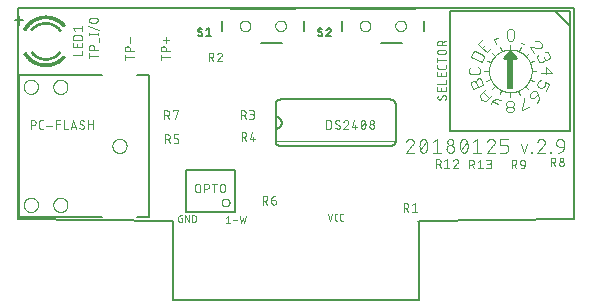
<source format=gto>
G75*
%MOIN*%
%OFA0B0*%
%FSLAX25Y25*%
%IPPOS*%
%LPD*%
%AMOC8*
5,1,8,0,0,1.08239X$1,22.5*
%
%ADD10C,0.00004*%
%ADD11C,0.00400*%
%ADD12C,0.00600*%
%ADD13C,0.00200*%
%ADD14C,0.00300*%
%ADD15C,0.00800*%
%ADD16C,0.00000*%
%ADD17C,0.00060*%
%ADD18C,0.00100*%
%ADD19C,0.00500*%
%ADD20C,0.01000*%
%ADD21R,0.02000X0.10000*%
D10*
X0145979Y0027600D02*
X0146391Y0027600D01*
D11*
X0144746Y0050300D02*
X0142191Y0050300D01*
X0144363Y0052856D01*
X0143596Y0054900D02*
X0143522Y0054898D01*
X0143448Y0054893D01*
X0143374Y0054883D01*
X0143301Y0054870D01*
X0143228Y0054854D01*
X0143157Y0054833D01*
X0143087Y0054809D01*
X0143018Y0054782D01*
X0142950Y0054751D01*
X0142884Y0054717D01*
X0142820Y0054680D01*
X0142758Y0054639D01*
X0142698Y0054595D01*
X0142640Y0054549D01*
X0142584Y0054499D01*
X0142531Y0054447D01*
X0142481Y0054392D01*
X0142434Y0054335D01*
X0142390Y0054275D01*
X0142348Y0054213D01*
X0142310Y0054150D01*
X0142275Y0054084D01*
X0142244Y0054017D01*
X0142216Y0053948D01*
X0142191Y0053878D01*
X0144363Y0052856D02*
X0144410Y0052903D01*
X0144454Y0052953D01*
X0144496Y0053005D01*
X0144535Y0053059D01*
X0144570Y0053115D01*
X0144603Y0053173D01*
X0144633Y0053233D01*
X0144659Y0053294D01*
X0144682Y0053357D01*
X0144701Y0053421D01*
X0144717Y0053485D01*
X0144730Y0053551D01*
X0144739Y0053617D01*
X0144744Y0053683D01*
X0144746Y0053750D01*
X0144744Y0053817D01*
X0144738Y0053884D01*
X0144729Y0053950D01*
X0144715Y0054015D01*
X0144698Y0054080D01*
X0144677Y0054143D01*
X0144652Y0054205D01*
X0144624Y0054266D01*
X0144592Y0054325D01*
X0144557Y0054382D01*
X0144518Y0054437D01*
X0144477Y0054489D01*
X0144432Y0054539D01*
X0144385Y0054586D01*
X0144335Y0054631D01*
X0144283Y0054672D01*
X0144228Y0054711D01*
X0144171Y0054746D01*
X0144112Y0054778D01*
X0144051Y0054806D01*
X0143989Y0054831D01*
X0143926Y0054852D01*
X0143861Y0054869D01*
X0143796Y0054883D01*
X0143730Y0054892D01*
X0143663Y0054898D01*
X0143596Y0054900D01*
X0149246Y0052600D02*
X0149244Y0052485D01*
X0149239Y0052371D01*
X0149230Y0052257D01*
X0149218Y0052143D01*
X0149203Y0052029D01*
X0149184Y0051916D01*
X0149161Y0051804D01*
X0149136Y0051692D01*
X0149106Y0051581D01*
X0149074Y0051471D01*
X0149038Y0051362D01*
X0148999Y0051254D01*
X0148957Y0051148D01*
X0148911Y0051043D01*
X0148863Y0050939D01*
X0148842Y0050884D01*
X0148818Y0050831D01*
X0148791Y0050779D01*
X0148760Y0050729D01*
X0148727Y0050681D01*
X0148690Y0050635D01*
X0148651Y0050591D01*
X0148609Y0050550D01*
X0148565Y0050512D01*
X0148518Y0050476D01*
X0148469Y0050444D01*
X0148418Y0050414D01*
X0148366Y0050388D01*
X0148312Y0050365D01*
X0148257Y0050345D01*
X0148200Y0050329D01*
X0148143Y0050316D01*
X0148085Y0050307D01*
X0148027Y0050302D01*
X0147968Y0050300D01*
X0147909Y0050302D01*
X0147851Y0050307D01*
X0147793Y0050316D01*
X0147736Y0050329D01*
X0147679Y0050345D01*
X0147624Y0050365D01*
X0147570Y0050388D01*
X0147518Y0050414D01*
X0147467Y0050444D01*
X0147418Y0050476D01*
X0147371Y0050512D01*
X0147327Y0050550D01*
X0147285Y0050591D01*
X0147246Y0050635D01*
X0147209Y0050681D01*
X0147176Y0050729D01*
X0147145Y0050779D01*
X0147118Y0050831D01*
X0147094Y0050884D01*
X0147073Y0050939D01*
X0146946Y0051322D02*
X0148991Y0053878D01*
X0148863Y0054261D02*
X0148842Y0054316D01*
X0148818Y0054369D01*
X0148791Y0054421D01*
X0148760Y0054471D01*
X0148727Y0054519D01*
X0148690Y0054565D01*
X0148651Y0054609D01*
X0148609Y0054650D01*
X0148565Y0054688D01*
X0148518Y0054724D01*
X0148469Y0054756D01*
X0148418Y0054786D01*
X0148366Y0054812D01*
X0148312Y0054835D01*
X0148257Y0054855D01*
X0148200Y0054871D01*
X0148143Y0054884D01*
X0148085Y0054893D01*
X0148027Y0054898D01*
X0147968Y0054900D01*
X0147909Y0054898D01*
X0147851Y0054893D01*
X0147793Y0054884D01*
X0147736Y0054871D01*
X0147679Y0054855D01*
X0147624Y0054835D01*
X0147570Y0054812D01*
X0147518Y0054786D01*
X0147467Y0054756D01*
X0147418Y0054724D01*
X0147371Y0054688D01*
X0147327Y0054650D01*
X0147285Y0054609D01*
X0147246Y0054565D01*
X0147209Y0054519D01*
X0147176Y0054471D01*
X0147145Y0054421D01*
X0147118Y0054369D01*
X0147094Y0054316D01*
X0147073Y0054261D01*
X0148863Y0054261D02*
X0148911Y0054157D01*
X0148957Y0054052D01*
X0148999Y0053946D01*
X0149038Y0053838D01*
X0149074Y0053729D01*
X0149106Y0053619D01*
X0149136Y0053508D01*
X0149161Y0053396D01*
X0149184Y0053284D01*
X0149203Y0053171D01*
X0149218Y0053057D01*
X0149230Y0052943D01*
X0149239Y0052829D01*
X0149244Y0052715D01*
X0149246Y0052600D01*
X0146690Y0052600D02*
X0146692Y0052715D01*
X0146697Y0052829D01*
X0146706Y0052943D01*
X0146718Y0053057D01*
X0146733Y0053171D01*
X0146752Y0053284D01*
X0146775Y0053396D01*
X0146800Y0053508D01*
X0146830Y0053619D01*
X0146862Y0053729D01*
X0146898Y0053838D01*
X0146937Y0053946D01*
X0146979Y0054052D01*
X0147025Y0054157D01*
X0147073Y0054261D01*
X0146690Y0052600D02*
X0146692Y0052485D01*
X0146697Y0052371D01*
X0146706Y0052257D01*
X0146718Y0052143D01*
X0146733Y0052029D01*
X0146752Y0051916D01*
X0146775Y0051804D01*
X0146800Y0051692D01*
X0146830Y0051581D01*
X0146862Y0051471D01*
X0146898Y0051362D01*
X0146937Y0051254D01*
X0146979Y0051148D01*
X0147025Y0051043D01*
X0147073Y0050939D01*
X0151191Y0050300D02*
X0153746Y0050300D01*
X0152468Y0050300D02*
X0152468Y0054900D01*
X0151191Y0053878D01*
X0155946Y0053878D02*
X0155948Y0053815D01*
X0155954Y0053752D01*
X0155963Y0053690D01*
X0155977Y0053629D01*
X0155994Y0053568D01*
X0156015Y0053509D01*
X0156040Y0053451D01*
X0156068Y0053394D01*
X0156099Y0053340D01*
X0156134Y0053288D01*
X0156172Y0053237D01*
X0156213Y0053189D01*
X0156257Y0053144D01*
X0156303Y0053102D01*
X0156352Y0053062D01*
X0156403Y0053026D01*
X0156457Y0052993D01*
X0156512Y0052963D01*
X0156570Y0052937D01*
X0156628Y0052914D01*
X0156688Y0052895D01*
X0156749Y0052880D01*
X0156811Y0052868D01*
X0156874Y0052860D01*
X0156937Y0052856D01*
X0156999Y0052856D01*
X0157062Y0052860D01*
X0157125Y0052868D01*
X0157187Y0052880D01*
X0157248Y0052895D01*
X0157308Y0052914D01*
X0157366Y0052937D01*
X0157424Y0052963D01*
X0157479Y0052993D01*
X0157533Y0053026D01*
X0157584Y0053062D01*
X0157633Y0053102D01*
X0157679Y0053144D01*
X0157723Y0053189D01*
X0157764Y0053237D01*
X0157802Y0053288D01*
X0157837Y0053340D01*
X0157868Y0053394D01*
X0157896Y0053451D01*
X0157921Y0053509D01*
X0157942Y0053568D01*
X0157959Y0053629D01*
X0157973Y0053690D01*
X0157982Y0053752D01*
X0157988Y0053815D01*
X0157990Y0053878D01*
X0157988Y0053941D01*
X0157982Y0054004D01*
X0157973Y0054066D01*
X0157959Y0054127D01*
X0157942Y0054188D01*
X0157921Y0054247D01*
X0157896Y0054305D01*
X0157868Y0054362D01*
X0157837Y0054416D01*
X0157802Y0054468D01*
X0157764Y0054519D01*
X0157723Y0054567D01*
X0157679Y0054612D01*
X0157633Y0054654D01*
X0157584Y0054694D01*
X0157533Y0054730D01*
X0157479Y0054763D01*
X0157424Y0054793D01*
X0157366Y0054819D01*
X0157308Y0054842D01*
X0157248Y0054861D01*
X0157187Y0054876D01*
X0157125Y0054888D01*
X0157062Y0054896D01*
X0156999Y0054900D01*
X0156937Y0054900D01*
X0156874Y0054896D01*
X0156811Y0054888D01*
X0156749Y0054876D01*
X0156688Y0054861D01*
X0156628Y0054842D01*
X0156570Y0054819D01*
X0156512Y0054793D01*
X0156457Y0054763D01*
X0156403Y0054730D01*
X0156352Y0054694D01*
X0156303Y0054654D01*
X0156257Y0054612D01*
X0156213Y0054567D01*
X0156172Y0054519D01*
X0156134Y0054468D01*
X0156099Y0054416D01*
X0156068Y0054362D01*
X0156040Y0054305D01*
X0156015Y0054247D01*
X0155994Y0054188D01*
X0155977Y0054127D01*
X0155963Y0054066D01*
X0155954Y0054004D01*
X0155948Y0053941D01*
X0155946Y0053878D01*
X0162746Y0052600D02*
X0162744Y0052485D01*
X0162739Y0052371D01*
X0162730Y0052257D01*
X0162718Y0052143D01*
X0162703Y0052029D01*
X0162684Y0051916D01*
X0162661Y0051804D01*
X0162636Y0051692D01*
X0162606Y0051581D01*
X0162574Y0051471D01*
X0162538Y0051362D01*
X0162499Y0051254D01*
X0162457Y0051148D01*
X0162411Y0051043D01*
X0162363Y0050939D01*
X0162342Y0050884D01*
X0162318Y0050831D01*
X0162291Y0050779D01*
X0162260Y0050729D01*
X0162227Y0050681D01*
X0162190Y0050635D01*
X0162151Y0050591D01*
X0162109Y0050550D01*
X0162065Y0050512D01*
X0162018Y0050476D01*
X0161969Y0050444D01*
X0161918Y0050414D01*
X0161866Y0050388D01*
X0161812Y0050365D01*
X0161757Y0050345D01*
X0161700Y0050329D01*
X0161643Y0050316D01*
X0161585Y0050307D01*
X0161527Y0050302D01*
X0161468Y0050300D01*
X0161409Y0050302D01*
X0161351Y0050307D01*
X0161293Y0050316D01*
X0161236Y0050329D01*
X0161179Y0050345D01*
X0161124Y0050365D01*
X0161070Y0050388D01*
X0161018Y0050414D01*
X0160967Y0050444D01*
X0160918Y0050476D01*
X0160871Y0050512D01*
X0160827Y0050550D01*
X0160785Y0050591D01*
X0160746Y0050635D01*
X0160709Y0050681D01*
X0160676Y0050729D01*
X0160645Y0050779D01*
X0160618Y0050831D01*
X0160594Y0050884D01*
X0160573Y0050939D01*
X0160446Y0051322D02*
X0162491Y0053878D01*
X0162363Y0054261D02*
X0162342Y0054316D01*
X0162318Y0054369D01*
X0162291Y0054421D01*
X0162260Y0054471D01*
X0162227Y0054519D01*
X0162190Y0054565D01*
X0162151Y0054609D01*
X0162109Y0054650D01*
X0162065Y0054688D01*
X0162018Y0054724D01*
X0161969Y0054756D01*
X0161918Y0054786D01*
X0161866Y0054812D01*
X0161812Y0054835D01*
X0161757Y0054855D01*
X0161700Y0054871D01*
X0161643Y0054884D01*
X0161585Y0054893D01*
X0161527Y0054898D01*
X0161468Y0054900D01*
X0161409Y0054898D01*
X0161351Y0054893D01*
X0161293Y0054884D01*
X0161236Y0054871D01*
X0161179Y0054855D01*
X0161124Y0054835D01*
X0161070Y0054812D01*
X0161018Y0054786D01*
X0160967Y0054756D01*
X0160918Y0054724D01*
X0160871Y0054688D01*
X0160827Y0054650D01*
X0160785Y0054609D01*
X0160746Y0054565D01*
X0160709Y0054519D01*
X0160676Y0054471D01*
X0160645Y0054421D01*
X0160618Y0054369D01*
X0160594Y0054316D01*
X0160573Y0054261D01*
X0162363Y0054261D02*
X0162411Y0054157D01*
X0162457Y0054052D01*
X0162499Y0053946D01*
X0162538Y0053838D01*
X0162574Y0053729D01*
X0162606Y0053619D01*
X0162636Y0053508D01*
X0162661Y0053396D01*
X0162684Y0053284D01*
X0162703Y0053171D01*
X0162718Y0053057D01*
X0162730Y0052943D01*
X0162739Y0052829D01*
X0162744Y0052715D01*
X0162746Y0052600D01*
X0160190Y0052600D02*
X0160192Y0052715D01*
X0160197Y0052829D01*
X0160206Y0052943D01*
X0160218Y0053057D01*
X0160233Y0053171D01*
X0160252Y0053284D01*
X0160275Y0053396D01*
X0160300Y0053508D01*
X0160330Y0053619D01*
X0160362Y0053729D01*
X0160398Y0053838D01*
X0160437Y0053946D01*
X0160479Y0054052D01*
X0160525Y0054157D01*
X0160573Y0054261D01*
X0160190Y0052600D02*
X0160192Y0052485D01*
X0160197Y0052371D01*
X0160206Y0052257D01*
X0160218Y0052143D01*
X0160233Y0052029D01*
X0160252Y0051916D01*
X0160275Y0051804D01*
X0160300Y0051692D01*
X0160330Y0051581D01*
X0160362Y0051471D01*
X0160398Y0051362D01*
X0160437Y0051254D01*
X0160479Y0051148D01*
X0160525Y0051043D01*
X0160573Y0050939D01*
X0158246Y0051578D02*
X0158244Y0051508D01*
X0158238Y0051437D01*
X0158229Y0051368D01*
X0158215Y0051299D01*
X0158198Y0051230D01*
X0158177Y0051163D01*
X0158152Y0051097D01*
X0158124Y0051033D01*
X0158092Y0050970D01*
X0158057Y0050909D01*
X0158018Y0050850D01*
X0157977Y0050793D01*
X0157932Y0050739D01*
X0157884Y0050687D01*
X0157834Y0050638D01*
X0157780Y0050591D01*
X0157725Y0050548D01*
X0157667Y0050508D01*
X0157607Y0050471D01*
X0157545Y0050438D01*
X0157481Y0050408D01*
X0157416Y0050381D01*
X0157350Y0050358D01*
X0157282Y0050339D01*
X0157213Y0050324D01*
X0157144Y0050312D01*
X0157074Y0050304D01*
X0157003Y0050300D01*
X0156933Y0050300D01*
X0156862Y0050304D01*
X0156792Y0050312D01*
X0156723Y0050324D01*
X0156654Y0050339D01*
X0156586Y0050358D01*
X0156520Y0050381D01*
X0156455Y0050408D01*
X0156391Y0050438D01*
X0156329Y0050471D01*
X0156269Y0050508D01*
X0156211Y0050548D01*
X0156156Y0050591D01*
X0156102Y0050638D01*
X0156052Y0050687D01*
X0156004Y0050739D01*
X0155959Y0050793D01*
X0155918Y0050850D01*
X0155879Y0050909D01*
X0155844Y0050970D01*
X0155812Y0051033D01*
X0155784Y0051097D01*
X0155759Y0051163D01*
X0155738Y0051230D01*
X0155721Y0051299D01*
X0155707Y0051368D01*
X0155698Y0051437D01*
X0155692Y0051508D01*
X0155690Y0051578D01*
X0155692Y0051648D01*
X0155698Y0051719D01*
X0155707Y0051788D01*
X0155721Y0051857D01*
X0155738Y0051926D01*
X0155759Y0051993D01*
X0155784Y0052059D01*
X0155812Y0052123D01*
X0155844Y0052186D01*
X0155879Y0052247D01*
X0155918Y0052306D01*
X0155959Y0052363D01*
X0156004Y0052417D01*
X0156052Y0052469D01*
X0156102Y0052518D01*
X0156156Y0052565D01*
X0156211Y0052608D01*
X0156269Y0052648D01*
X0156329Y0052685D01*
X0156391Y0052718D01*
X0156455Y0052748D01*
X0156520Y0052775D01*
X0156586Y0052798D01*
X0156654Y0052817D01*
X0156723Y0052832D01*
X0156792Y0052844D01*
X0156862Y0052852D01*
X0156933Y0052856D01*
X0157003Y0052856D01*
X0157074Y0052852D01*
X0157144Y0052844D01*
X0157213Y0052832D01*
X0157282Y0052817D01*
X0157350Y0052798D01*
X0157416Y0052775D01*
X0157481Y0052748D01*
X0157545Y0052718D01*
X0157607Y0052685D01*
X0157667Y0052648D01*
X0157725Y0052608D01*
X0157780Y0052565D01*
X0157834Y0052518D01*
X0157884Y0052469D01*
X0157932Y0052417D01*
X0157977Y0052363D01*
X0158018Y0052306D01*
X0158057Y0052247D01*
X0158092Y0052186D01*
X0158124Y0052123D01*
X0158152Y0052059D01*
X0158177Y0051993D01*
X0158198Y0051926D01*
X0158215Y0051857D01*
X0158229Y0051788D01*
X0158238Y0051719D01*
X0158244Y0051648D01*
X0158246Y0051578D01*
X0164690Y0050300D02*
X0167246Y0050300D01*
X0165968Y0050300D02*
X0165968Y0054900D01*
X0164690Y0053878D01*
X0169190Y0050300D02*
X0171363Y0052856D01*
X0170596Y0054900D02*
X0170522Y0054898D01*
X0170448Y0054893D01*
X0170374Y0054883D01*
X0170301Y0054870D01*
X0170228Y0054854D01*
X0170157Y0054833D01*
X0170087Y0054809D01*
X0170018Y0054782D01*
X0169950Y0054751D01*
X0169884Y0054717D01*
X0169820Y0054680D01*
X0169758Y0054639D01*
X0169698Y0054595D01*
X0169640Y0054549D01*
X0169584Y0054499D01*
X0169531Y0054447D01*
X0169481Y0054392D01*
X0169434Y0054335D01*
X0169390Y0054275D01*
X0169348Y0054213D01*
X0169310Y0054150D01*
X0169275Y0054084D01*
X0169244Y0054017D01*
X0169216Y0053948D01*
X0169191Y0053878D01*
X0171363Y0052856D02*
X0171410Y0052903D01*
X0171454Y0052953D01*
X0171496Y0053005D01*
X0171535Y0053059D01*
X0171570Y0053115D01*
X0171603Y0053173D01*
X0171633Y0053233D01*
X0171659Y0053294D01*
X0171682Y0053357D01*
X0171701Y0053421D01*
X0171717Y0053485D01*
X0171730Y0053551D01*
X0171739Y0053617D01*
X0171744Y0053683D01*
X0171746Y0053750D01*
X0171744Y0053817D01*
X0171738Y0053884D01*
X0171729Y0053950D01*
X0171715Y0054015D01*
X0171698Y0054080D01*
X0171677Y0054143D01*
X0171652Y0054205D01*
X0171624Y0054266D01*
X0171592Y0054325D01*
X0171557Y0054382D01*
X0171518Y0054437D01*
X0171477Y0054489D01*
X0171432Y0054539D01*
X0171385Y0054586D01*
X0171335Y0054631D01*
X0171283Y0054672D01*
X0171228Y0054711D01*
X0171171Y0054746D01*
X0171112Y0054778D01*
X0171051Y0054806D01*
X0170989Y0054831D01*
X0170926Y0054852D01*
X0170861Y0054869D01*
X0170796Y0054883D01*
X0170730Y0054892D01*
X0170663Y0054898D01*
X0170596Y0054900D01*
X0173690Y0054900D02*
X0176246Y0054900D01*
X0173690Y0054900D02*
X0173690Y0052856D01*
X0175224Y0052856D01*
X0175224Y0052855D02*
X0175286Y0052853D01*
X0175347Y0052848D01*
X0175408Y0052838D01*
X0175469Y0052825D01*
X0175528Y0052809D01*
X0175586Y0052789D01*
X0175643Y0052765D01*
X0175699Y0052738D01*
X0175753Y0052708D01*
X0175805Y0052674D01*
X0175854Y0052638D01*
X0175902Y0052598D01*
X0175947Y0052556D01*
X0175989Y0052511D01*
X0176029Y0052463D01*
X0176065Y0052414D01*
X0176099Y0052362D01*
X0176129Y0052308D01*
X0176156Y0052252D01*
X0176180Y0052195D01*
X0176200Y0052137D01*
X0176216Y0052078D01*
X0176229Y0052017D01*
X0176239Y0051956D01*
X0176244Y0051895D01*
X0176246Y0051833D01*
X0176246Y0051322D01*
X0176244Y0051260D01*
X0176239Y0051199D01*
X0176229Y0051138D01*
X0176216Y0051077D01*
X0176200Y0051018D01*
X0176180Y0050960D01*
X0176156Y0050903D01*
X0176129Y0050847D01*
X0176099Y0050793D01*
X0176065Y0050741D01*
X0176029Y0050692D01*
X0175989Y0050644D01*
X0175947Y0050599D01*
X0175902Y0050557D01*
X0175854Y0050517D01*
X0175805Y0050481D01*
X0175753Y0050447D01*
X0175699Y0050417D01*
X0175643Y0050390D01*
X0175586Y0050366D01*
X0175528Y0050346D01*
X0175469Y0050330D01*
X0175408Y0050317D01*
X0175347Y0050307D01*
X0175286Y0050302D01*
X0175224Y0050300D01*
X0173690Y0050300D01*
X0171746Y0050300D02*
X0169190Y0050300D01*
X0180396Y0053367D02*
X0181418Y0050300D01*
X0182440Y0053367D01*
X0183990Y0050556D02*
X0184246Y0050556D01*
X0184246Y0050300D01*
X0183990Y0050300D01*
X0183990Y0050556D01*
X0185990Y0050300D02*
X0188546Y0050300D01*
X0190290Y0050300D02*
X0190290Y0050556D01*
X0190546Y0050556D01*
X0190546Y0050300D01*
X0190290Y0050300D01*
X0192802Y0050300D02*
X0192891Y0050302D01*
X0192980Y0050308D01*
X0193069Y0050317D01*
X0193157Y0050331D01*
X0193244Y0050348D01*
X0193331Y0050370D01*
X0193417Y0050395D01*
X0193501Y0050423D01*
X0193584Y0050456D01*
X0193666Y0050492D01*
X0193746Y0050531D01*
X0193824Y0050574D01*
X0193900Y0050620D01*
X0193974Y0050670D01*
X0194046Y0050722D01*
X0194116Y0050778D01*
X0194183Y0050837D01*
X0194247Y0050899D01*
X0194309Y0050963D01*
X0194368Y0051030D01*
X0194424Y0051100D01*
X0194476Y0051172D01*
X0194526Y0051246D01*
X0194572Y0051322D01*
X0194615Y0051400D01*
X0194654Y0051480D01*
X0194690Y0051562D01*
X0194723Y0051645D01*
X0194751Y0051729D01*
X0194776Y0051815D01*
X0194798Y0051902D01*
X0194815Y0051989D01*
X0194829Y0052077D01*
X0194838Y0052166D01*
X0194844Y0052255D01*
X0194846Y0052344D01*
X0194846Y0053622D01*
X0194844Y0053692D01*
X0194838Y0053763D01*
X0194829Y0053832D01*
X0194815Y0053901D01*
X0194798Y0053970D01*
X0194777Y0054037D01*
X0194752Y0054103D01*
X0194724Y0054167D01*
X0194692Y0054230D01*
X0194657Y0054291D01*
X0194618Y0054350D01*
X0194577Y0054407D01*
X0194532Y0054461D01*
X0194484Y0054513D01*
X0194434Y0054562D01*
X0194380Y0054609D01*
X0194325Y0054652D01*
X0194267Y0054692D01*
X0194207Y0054729D01*
X0194145Y0054762D01*
X0194081Y0054792D01*
X0194016Y0054819D01*
X0193950Y0054842D01*
X0193882Y0054861D01*
X0193813Y0054876D01*
X0193744Y0054888D01*
X0193674Y0054896D01*
X0193603Y0054900D01*
X0193533Y0054900D01*
X0193462Y0054896D01*
X0193392Y0054888D01*
X0193323Y0054876D01*
X0193254Y0054861D01*
X0193186Y0054842D01*
X0193120Y0054819D01*
X0193055Y0054792D01*
X0192991Y0054762D01*
X0192929Y0054729D01*
X0192869Y0054692D01*
X0192811Y0054652D01*
X0192756Y0054609D01*
X0192702Y0054562D01*
X0192652Y0054513D01*
X0192604Y0054461D01*
X0192559Y0054407D01*
X0192518Y0054350D01*
X0192479Y0054291D01*
X0192444Y0054230D01*
X0192412Y0054167D01*
X0192384Y0054103D01*
X0192359Y0054037D01*
X0192338Y0053970D01*
X0192321Y0053901D01*
X0192307Y0053832D01*
X0192298Y0053763D01*
X0192292Y0053692D01*
X0192290Y0053622D01*
X0192290Y0053367D01*
X0192291Y0053367D02*
X0192293Y0053305D01*
X0192298Y0053244D01*
X0192308Y0053183D01*
X0192321Y0053122D01*
X0192337Y0053063D01*
X0192357Y0053005D01*
X0192381Y0052948D01*
X0192408Y0052892D01*
X0192438Y0052838D01*
X0192472Y0052786D01*
X0192508Y0052737D01*
X0192548Y0052689D01*
X0192590Y0052644D01*
X0192635Y0052602D01*
X0192683Y0052562D01*
X0192732Y0052526D01*
X0192784Y0052492D01*
X0192838Y0052462D01*
X0192894Y0052435D01*
X0192951Y0052411D01*
X0193009Y0052391D01*
X0193068Y0052375D01*
X0193129Y0052362D01*
X0193190Y0052352D01*
X0193251Y0052347D01*
X0193313Y0052345D01*
X0193313Y0052344D02*
X0194846Y0052344D01*
X0188163Y0052856D02*
X0185990Y0050300D01*
X0185991Y0053878D02*
X0186016Y0053948D01*
X0186044Y0054017D01*
X0186075Y0054084D01*
X0186110Y0054150D01*
X0186148Y0054213D01*
X0186190Y0054275D01*
X0186234Y0054335D01*
X0186281Y0054392D01*
X0186331Y0054447D01*
X0186384Y0054499D01*
X0186440Y0054549D01*
X0186498Y0054595D01*
X0186558Y0054639D01*
X0186620Y0054680D01*
X0186684Y0054717D01*
X0186750Y0054751D01*
X0186818Y0054782D01*
X0186887Y0054809D01*
X0186957Y0054833D01*
X0187028Y0054854D01*
X0187101Y0054870D01*
X0187174Y0054883D01*
X0187248Y0054893D01*
X0187322Y0054898D01*
X0187396Y0054900D01*
X0187463Y0054898D01*
X0187530Y0054892D01*
X0187596Y0054883D01*
X0187661Y0054869D01*
X0187726Y0054852D01*
X0187789Y0054831D01*
X0187851Y0054806D01*
X0187912Y0054778D01*
X0187971Y0054746D01*
X0188028Y0054711D01*
X0188083Y0054672D01*
X0188135Y0054631D01*
X0188185Y0054586D01*
X0188232Y0054539D01*
X0188277Y0054489D01*
X0188318Y0054437D01*
X0188357Y0054382D01*
X0188392Y0054325D01*
X0188424Y0054266D01*
X0188452Y0054205D01*
X0188477Y0054143D01*
X0188498Y0054080D01*
X0188515Y0054015D01*
X0188529Y0053950D01*
X0188538Y0053884D01*
X0188544Y0053817D01*
X0188546Y0053750D01*
X0188544Y0053683D01*
X0188539Y0053617D01*
X0188530Y0053551D01*
X0188517Y0053485D01*
X0188501Y0053421D01*
X0188482Y0053357D01*
X0188459Y0053294D01*
X0188433Y0053233D01*
X0188403Y0053173D01*
X0188370Y0053115D01*
X0188335Y0053059D01*
X0188296Y0053005D01*
X0188254Y0052953D01*
X0188210Y0052903D01*
X0188163Y0052856D01*
X0177491Y0063800D02*
X0176291Y0063800D01*
X0175691Y0064500D01*
X0175691Y0065100D01*
X0176291Y0065700D01*
X0177491Y0065700D01*
X0178091Y0066300D01*
X0178091Y0066900D01*
X0177491Y0067500D01*
X0176291Y0067500D01*
X0175691Y0066900D01*
X0175691Y0066300D01*
X0176291Y0065700D01*
X0177491Y0065700D02*
X0178091Y0065100D01*
X0178091Y0064500D01*
X0177491Y0063800D01*
X0180791Y0065000D02*
X0181591Y0068000D01*
X0181391Y0068600D01*
X0183391Y0068800D02*
X0183391Y0069800D01*
X0184391Y0070800D01*
X0185391Y0070800D01*
X0186191Y0070000D01*
X0186591Y0068200D01*
X0185791Y0066800D01*
X0183191Y0065400D02*
X0180991Y0064400D01*
X0180791Y0065000D01*
X0183791Y0068400D02*
X0184791Y0068400D01*
X0186191Y0070000D01*
X0183791Y0068400D02*
X0183391Y0068800D01*
X0182991Y0071600D02*
X0181991Y0072600D01*
X0185991Y0073100D02*
X0186291Y0072300D01*
X0187291Y0071800D01*
X0188091Y0072100D01*
X0188491Y0073000D01*
X0188391Y0073900D01*
X0189991Y0073100D01*
X0188991Y0070900D01*
X0185991Y0073100D02*
X0186491Y0074100D01*
X0187291Y0074400D01*
X0188891Y0076400D02*
X0188891Y0078800D01*
X0190791Y0077000D01*
X0187091Y0077000D01*
X0187391Y0080400D02*
X0186491Y0080600D01*
X0185791Y0082300D01*
X0186191Y0083000D01*
X0184991Y0083700D02*
X0183391Y0085400D01*
X0186791Y0085200D01*
X0187391Y0085700D01*
X0187391Y0086600D01*
X0186391Y0087700D01*
X0185291Y0087700D01*
X0181691Y0086400D02*
X0180591Y0086900D01*
X0178191Y0088400D02*
X0178191Y0090800D01*
X0177591Y0091400D01*
X0176391Y0091400D01*
X0175791Y0090800D01*
X0175791Y0088400D01*
X0176391Y0087700D01*
X0177591Y0087700D01*
X0178191Y0088400D01*
X0172891Y0088700D02*
X0171491Y0088100D01*
X0172291Y0086400D01*
X0170691Y0085300D02*
X0169091Y0083800D01*
X0167691Y0085200D01*
X0166291Y0086600D01*
X0167991Y0088300D01*
X0168591Y0086100D02*
X0167691Y0085200D01*
X0167791Y0083000D02*
X0165291Y0084200D01*
X0164591Y0083900D01*
X0163791Y0082200D01*
X0167391Y0080600D01*
X0168091Y0082200D01*
X0167791Y0083000D01*
X0166191Y0078800D02*
X0166991Y0078200D01*
X0166991Y0077000D01*
X0166191Y0076400D01*
X0163791Y0076400D01*
X0163191Y0077000D01*
X0163191Y0078200D01*
X0163791Y0078800D01*
X0168291Y0077600D02*
X0169791Y0077600D01*
X0167191Y0075000D02*
X0167991Y0073000D01*
X0166191Y0072200D01*
X0164591Y0071400D01*
X0163791Y0073200D01*
X0163991Y0073800D01*
X0164791Y0074200D01*
X0165391Y0074000D01*
X0165791Y0074800D01*
X0166491Y0075100D01*
X0167191Y0075000D01*
X0165391Y0074000D02*
X0166191Y0072200D01*
X0167791Y0070400D02*
X0168991Y0071600D01*
X0167791Y0070400D02*
X0169791Y0068400D01*
X0168991Y0067600D01*
X0167191Y0067800D01*
X0166991Y0069600D01*
X0167791Y0070400D01*
X0169791Y0068400D02*
X0170991Y0069600D01*
X0172191Y0068200D02*
X0173991Y0068000D01*
X0172191Y0068200D02*
X0170991Y0067400D01*
X0170391Y0066400D01*
X0170991Y0067400D02*
X0172791Y0066600D01*
X0176991Y0069000D02*
X0176991Y0070500D01*
X0187391Y0080400D02*
X0188191Y0080800D01*
X0188391Y0081300D01*
X0188991Y0081200D01*
X0189791Y0081600D01*
X0190091Y0082100D01*
X0189391Y0083800D01*
X0188391Y0084000D01*
X0188091Y0082100D02*
X0188391Y0081300D01*
X0080731Y0033706D02*
X0080733Y0033778D01*
X0080739Y0033850D01*
X0080749Y0033921D01*
X0080762Y0033992D01*
X0080780Y0034062D01*
X0080801Y0034131D01*
X0080826Y0034198D01*
X0080855Y0034264D01*
X0080887Y0034329D01*
X0080923Y0034391D01*
X0080962Y0034452D01*
X0081004Y0034510D01*
X0081050Y0034566D01*
X0081098Y0034619D01*
X0081150Y0034670D01*
X0081204Y0034718D01*
X0081260Y0034762D01*
X0081319Y0034804D01*
X0081380Y0034842D01*
X0081443Y0034877D01*
X0081508Y0034909D01*
X0081575Y0034936D01*
X0081642Y0034960D01*
X0081712Y0034981D01*
X0081782Y0034997D01*
X0081853Y0035010D01*
X0081924Y0035019D01*
X0081996Y0035024D01*
X0082068Y0035025D01*
X0082140Y0035022D01*
X0082212Y0035015D01*
X0082283Y0035004D01*
X0082354Y0034990D01*
X0082423Y0034971D01*
X0082492Y0034949D01*
X0082559Y0034923D01*
X0082625Y0034893D01*
X0082689Y0034860D01*
X0082751Y0034824D01*
X0082811Y0034784D01*
X0082868Y0034740D01*
X0082924Y0034694D01*
X0082976Y0034645D01*
X0083026Y0034593D01*
X0083073Y0034538D01*
X0083117Y0034481D01*
X0083158Y0034422D01*
X0083195Y0034360D01*
X0083229Y0034297D01*
X0083260Y0034231D01*
X0083287Y0034165D01*
X0083310Y0034096D01*
X0083329Y0034027D01*
X0083345Y0033957D01*
X0083357Y0033886D01*
X0083365Y0033814D01*
X0083369Y0033742D01*
X0083369Y0033670D01*
X0083365Y0033598D01*
X0083357Y0033526D01*
X0083345Y0033455D01*
X0083329Y0033385D01*
X0083310Y0033316D01*
X0083287Y0033247D01*
X0083260Y0033181D01*
X0083229Y0033115D01*
X0083195Y0033052D01*
X0083158Y0032990D01*
X0083117Y0032931D01*
X0083073Y0032874D01*
X0083026Y0032819D01*
X0082976Y0032767D01*
X0082924Y0032718D01*
X0082868Y0032672D01*
X0082811Y0032628D01*
X0082751Y0032588D01*
X0082689Y0032552D01*
X0082625Y0032519D01*
X0082559Y0032489D01*
X0082492Y0032463D01*
X0082423Y0032441D01*
X0082354Y0032422D01*
X0082283Y0032408D01*
X0082212Y0032397D01*
X0082140Y0032390D01*
X0082068Y0032387D01*
X0081996Y0032388D01*
X0081924Y0032393D01*
X0081853Y0032402D01*
X0081782Y0032415D01*
X0081712Y0032431D01*
X0081642Y0032452D01*
X0081575Y0032476D01*
X0081508Y0032503D01*
X0081443Y0032535D01*
X0081380Y0032570D01*
X0081319Y0032608D01*
X0081260Y0032650D01*
X0081204Y0032694D01*
X0081150Y0032742D01*
X0081098Y0032793D01*
X0081050Y0032846D01*
X0081004Y0032902D01*
X0080962Y0032960D01*
X0080923Y0033021D01*
X0080887Y0033083D01*
X0080855Y0033148D01*
X0080826Y0033214D01*
X0080801Y0033281D01*
X0080780Y0033350D01*
X0080762Y0033420D01*
X0080749Y0033491D01*
X0080739Y0033562D01*
X0080733Y0033634D01*
X0080731Y0033706D01*
D12*
X0012741Y0028100D02*
X0012741Y0098600D01*
X0198241Y0098600D01*
X0198241Y0028100D01*
X0146391Y0027600D01*
X0146391Y0001300D01*
X0064591Y0001300D01*
X0064591Y0027600D01*
X0012741Y0028100D01*
X0098741Y0054150D02*
X0098741Y0058350D01*
X0098741Y0062350D01*
X0098741Y0066550D01*
X0098743Y0066626D01*
X0098749Y0066702D01*
X0098758Y0066777D01*
X0098772Y0066852D01*
X0098789Y0066926D01*
X0098810Y0066999D01*
X0098834Y0067071D01*
X0098863Y0067142D01*
X0098894Y0067211D01*
X0098929Y0067278D01*
X0098968Y0067343D01*
X0099010Y0067407D01*
X0099055Y0067468D01*
X0099103Y0067527D01*
X0099154Y0067583D01*
X0099208Y0067637D01*
X0099264Y0067688D01*
X0099323Y0067736D01*
X0099384Y0067781D01*
X0099448Y0067823D01*
X0099513Y0067862D01*
X0099580Y0067897D01*
X0099649Y0067928D01*
X0099720Y0067957D01*
X0099792Y0067981D01*
X0099865Y0068002D01*
X0099939Y0068019D01*
X0100014Y0068033D01*
X0100089Y0068042D01*
X0100165Y0068048D01*
X0100241Y0068050D01*
X0137241Y0068050D01*
X0137317Y0068048D01*
X0137393Y0068042D01*
X0137468Y0068033D01*
X0137543Y0068019D01*
X0137617Y0068002D01*
X0137690Y0067981D01*
X0137762Y0067957D01*
X0137833Y0067928D01*
X0137902Y0067897D01*
X0137969Y0067862D01*
X0138034Y0067823D01*
X0138098Y0067781D01*
X0138159Y0067736D01*
X0138218Y0067688D01*
X0138274Y0067637D01*
X0138328Y0067583D01*
X0138379Y0067527D01*
X0138427Y0067468D01*
X0138472Y0067407D01*
X0138514Y0067343D01*
X0138553Y0067278D01*
X0138588Y0067211D01*
X0138619Y0067142D01*
X0138648Y0067071D01*
X0138672Y0066999D01*
X0138693Y0066926D01*
X0138710Y0066852D01*
X0138724Y0066777D01*
X0138733Y0066702D01*
X0138739Y0066626D01*
X0138741Y0066550D01*
X0138741Y0054150D01*
X0138739Y0054074D01*
X0138733Y0053998D01*
X0138724Y0053923D01*
X0138710Y0053848D01*
X0138693Y0053774D01*
X0138672Y0053701D01*
X0138648Y0053629D01*
X0138619Y0053558D01*
X0138588Y0053489D01*
X0138553Y0053422D01*
X0138514Y0053357D01*
X0138472Y0053293D01*
X0138427Y0053232D01*
X0138379Y0053173D01*
X0138328Y0053117D01*
X0138274Y0053063D01*
X0138218Y0053012D01*
X0138159Y0052964D01*
X0138098Y0052919D01*
X0138034Y0052877D01*
X0137969Y0052838D01*
X0137902Y0052803D01*
X0137833Y0052772D01*
X0137762Y0052743D01*
X0137690Y0052719D01*
X0137617Y0052698D01*
X0137543Y0052681D01*
X0137468Y0052667D01*
X0137393Y0052658D01*
X0137317Y0052652D01*
X0137241Y0052650D01*
X0100241Y0052650D01*
X0100165Y0052652D01*
X0100089Y0052658D01*
X0100014Y0052667D01*
X0099939Y0052681D01*
X0099865Y0052698D01*
X0099792Y0052719D01*
X0099720Y0052743D01*
X0099649Y0052772D01*
X0099580Y0052803D01*
X0099513Y0052838D01*
X0099448Y0052877D01*
X0099384Y0052919D01*
X0099323Y0052964D01*
X0099264Y0053012D01*
X0099208Y0053063D01*
X0099154Y0053117D01*
X0099103Y0053173D01*
X0099055Y0053232D01*
X0099010Y0053293D01*
X0098968Y0053357D01*
X0098929Y0053422D01*
X0098894Y0053489D01*
X0098863Y0053558D01*
X0098834Y0053629D01*
X0098810Y0053701D01*
X0098789Y0053774D01*
X0098772Y0053848D01*
X0098758Y0053923D01*
X0098749Y0053998D01*
X0098743Y0054074D01*
X0098741Y0054150D01*
X0098741Y0058350D02*
X0098829Y0058352D01*
X0098918Y0058358D01*
X0099006Y0058368D01*
X0099093Y0058381D01*
X0099180Y0058399D01*
X0099266Y0058420D01*
X0099351Y0058445D01*
X0099434Y0058474D01*
X0099517Y0058507D01*
X0099597Y0058543D01*
X0099676Y0058582D01*
X0099754Y0058625D01*
X0099829Y0058672D01*
X0099902Y0058722D01*
X0099973Y0058775D01*
X0100042Y0058831D01*
X0100108Y0058890D01*
X0100171Y0058952D01*
X0100231Y0059016D01*
X0100289Y0059083D01*
X0100343Y0059153D01*
X0100395Y0059225D01*
X0100443Y0059299D01*
X0100488Y0059376D01*
X0100529Y0059454D01*
X0100567Y0059534D01*
X0100601Y0059615D01*
X0100632Y0059698D01*
X0100659Y0059783D01*
X0100682Y0059868D01*
X0100701Y0059954D01*
X0100717Y0060042D01*
X0100729Y0060129D01*
X0100737Y0060217D01*
X0100741Y0060306D01*
X0100741Y0060394D01*
X0100737Y0060483D01*
X0100729Y0060571D01*
X0100717Y0060658D01*
X0100701Y0060746D01*
X0100682Y0060832D01*
X0100659Y0060917D01*
X0100632Y0061002D01*
X0100601Y0061085D01*
X0100567Y0061166D01*
X0100529Y0061246D01*
X0100488Y0061324D01*
X0100443Y0061401D01*
X0100395Y0061475D01*
X0100343Y0061547D01*
X0100289Y0061617D01*
X0100231Y0061684D01*
X0100171Y0061748D01*
X0100108Y0061810D01*
X0100042Y0061869D01*
X0099973Y0061925D01*
X0099902Y0061978D01*
X0099829Y0062028D01*
X0099754Y0062075D01*
X0099676Y0062118D01*
X0099597Y0062157D01*
X0099517Y0062193D01*
X0099434Y0062226D01*
X0099351Y0062255D01*
X0099266Y0062280D01*
X0099180Y0062301D01*
X0099093Y0062319D01*
X0099006Y0062332D01*
X0098918Y0062342D01*
X0098829Y0062348D01*
X0098741Y0062350D01*
X0114321Y0089778D02*
X0114319Y0089825D01*
X0114314Y0089871D01*
X0114304Y0089917D01*
X0114291Y0089962D01*
X0114275Y0090006D01*
X0114255Y0090049D01*
X0114232Y0090089D01*
X0114205Y0090128D01*
X0114176Y0090165D01*
X0114144Y0090199D01*
X0114109Y0090230D01*
X0114071Y0090258D01*
X0114032Y0090284D01*
X0114032Y0090283D02*
X0113237Y0090717D01*
X0113526Y0091800D02*
X0113589Y0091798D01*
X0113652Y0091793D01*
X0113715Y0091783D01*
X0113777Y0091770D01*
X0113838Y0091754D01*
X0113898Y0091734D01*
X0113957Y0091710D01*
X0114015Y0091684D01*
X0114070Y0091653D01*
X0114124Y0091620D01*
X0114176Y0091583D01*
X0113237Y0090716D02*
X0113198Y0090742D01*
X0113160Y0090770D01*
X0113125Y0090801D01*
X0113093Y0090835D01*
X0113064Y0090872D01*
X0113037Y0090911D01*
X0113014Y0090951D01*
X0112994Y0090994D01*
X0112978Y0091038D01*
X0112965Y0091083D01*
X0112955Y0091129D01*
X0112950Y0091175D01*
X0112948Y0091222D01*
X0112950Y0091267D01*
X0112955Y0091312D01*
X0112964Y0091357D01*
X0112976Y0091401D01*
X0112992Y0091443D01*
X0113011Y0091484D01*
X0113033Y0091524D01*
X0113058Y0091562D01*
X0113086Y0091597D01*
X0113117Y0091631D01*
X0113151Y0091662D01*
X0113186Y0091690D01*
X0113224Y0091715D01*
X0113264Y0091737D01*
X0113305Y0091756D01*
X0113347Y0091772D01*
X0113391Y0091784D01*
X0113436Y0091793D01*
X0113481Y0091798D01*
X0113526Y0091800D01*
X0112876Y0089561D02*
X0112926Y0089514D01*
X0112978Y0089469D01*
X0113033Y0089428D01*
X0113090Y0089389D01*
X0113150Y0089354D01*
X0113211Y0089322D01*
X0113273Y0089294D01*
X0113338Y0089269D01*
X0113403Y0089248D01*
X0113470Y0089231D01*
X0113537Y0089217D01*
X0113606Y0089208D01*
X0113674Y0089202D01*
X0113743Y0089200D01*
X0113788Y0089202D01*
X0113833Y0089207D01*
X0113878Y0089216D01*
X0113922Y0089228D01*
X0113964Y0089244D01*
X0114005Y0089263D01*
X0114045Y0089285D01*
X0114083Y0089310D01*
X0114118Y0089338D01*
X0114152Y0089369D01*
X0114183Y0089403D01*
X0114211Y0089438D01*
X0114236Y0089476D01*
X0114258Y0089516D01*
X0114277Y0089557D01*
X0114293Y0089599D01*
X0114305Y0089643D01*
X0114314Y0089688D01*
X0114319Y0089733D01*
X0114321Y0089778D01*
X0115660Y0089200D02*
X0117105Y0089200D01*
X0115660Y0089200D02*
X0116888Y0090644D01*
X0116455Y0091800D02*
X0116400Y0091798D01*
X0116345Y0091793D01*
X0116290Y0091784D01*
X0116237Y0091771D01*
X0116184Y0091755D01*
X0116132Y0091735D01*
X0116082Y0091712D01*
X0116033Y0091686D01*
X0115986Y0091656D01*
X0115942Y0091624D01*
X0115899Y0091588D01*
X0115859Y0091550D01*
X0115822Y0091509D01*
X0115787Y0091466D01*
X0115756Y0091421D01*
X0115727Y0091374D01*
X0115702Y0091325D01*
X0115679Y0091274D01*
X0115661Y0091222D01*
X0116888Y0090645D02*
X0116924Y0090681D01*
X0116957Y0090721D01*
X0116987Y0090762D01*
X0117014Y0090806D01*
X0117038Y0090852D01*
X0117058Y0090899D01*
X0117075Y0090947D01*
X0117088Y0090997D01*
X0117097Y0091048D01*
X0117103Y0091099D01*
X0117105Y0091150D01*
X0117103Y0091199D01*
X0117098Y0091247D01*
X0117089Y0091295D01*
X0117076Y0091342D01*
X0117060Y0091387D01*
X0117041Y0091432D01*
X0117018Y0091475D01*
X0116992Y0091516D01*
X0116963Y0091555D01*
X0116931Y0091592D01*
X0116897Y0091626D01*
X0116860Y0091658D01*
X0116821Y0091687D01*
X0116780Y0091713D01*
X0116737Y0091736D01*
X0116692Y0091755D01*
X0116647Y0091771D01*
X0116600Y0091784D01*
X0116552Y0091793D01*
X0116504Y0091798D01*
X0116455Y0091800D01*
X0077105Y0089200D02*
X0075660Y0089200D01*
X0076383Y0089200D02*
X0076383Y0091800D01*
X0075660Y0091222D01*
X0074032Y0090283D02*
X0073237Y0090717D01*
X0073526Y0091800D02*
X0073589Y0091798D01*
X0073652Y0091793D01*
X0073715Y0091783D01*
X0073777Y0091770D01*
X0073838Y0091754D01*
X0073898Y0091734D01*
X0073957Y0091710D01*
X0074015Y0091684D01*
X0074070Y0091653D01*
X0074124Y0091620D01*
X0074176Y0091583D01*
X0073237Y0090716D02*
X0073198Y0090742D01*
X0073160Y0090770D01*
X0073125Y0090801D01*
X0073093Y0090835D01*
X0073064Y0090872D01*
X0073037Y0090911D01*
X0073014Y0090951D01*
X0072994Y0090994D01*
X0072978Y0091038D01*
X0072965Y0091083D01*
X0072955Y0091129D01*
X0072950Y0091175D01*
X0072948Y0091222D01*
X0072950Y0091267D01*
X0072955Y0091312D01*
X0072964Y0091357D01*
X0072976Y0091401D01*
X0072992Y0091443D01*
X0073011Y0091484D01*
X0073033Y0091524D01*
X0073058Y0091562D01*
X0073086Y0091597D01*
X0073117Y0091631D01*
X0073151Y0091662D01*
X0073186Y0091690D01*
X0073224Y0091715D01*
X0073264Y0091737D01*
X0073305Y0091756D01*
X0073347Y0091772D01*
X0073391Y0091784D01*
X0073436Y0091793D01*
X0073481Y0091798D01*
X0073526Y0091800D01*
X0072876Y0089561D02*
X0072926Y0089514D01*
X0072978Y0089469D01*
X0073033Y0089428D01*
X0073090Y0089389D01*
X0073150Y0089354D01*
X0073211Y0089322D01*
X0073273Y0089294D01*
X0073338Y0089269D01*
X0073403Y0089248D01*
X0073470Y0089231D01*
X0073537Y0089217D01*
X0073606Y0089208D01*
X0073674Y0089202D01*
X0073743Y0089200D01*
X0073788Y0089202D01*
X0073833Y0089207D01*
X0073878Y0089216D01*
X0073922Y0089228D01*
X0073964Y0089244D01*
X0074005Y0089263D01*
X0074045Y0089285D01*
X0074083Y0089310D01*
X0074118Y0089338D01*
X0074152Y0089369D01*
X0074183Y0089403D01*
X0074211Y0089438D01*
X0074236Y0089476D01*
X0074258Y0089516D01*
X0074277Y0089557D01*
X0074293Y0089599D01*
X0074305Y0089643D01*
X0074314Y0089688D01*
X0074319Y0089733D01*
X0074321Y0089778D01*
X0074319Y0089825D01*
X0074314Y0089871D01*
X0074304Y0089917D01*
X0074291Y0089962D01*
X0074275Y0090006D01*
X0074255Y0090049D01*
X0074232Y0090089D01*
X0074205Y0090128D01*
X0074176Y0090165D01*
X0074144Y0090199D01*
X0074109Y0090230D01*
X0074071Y0090258D01*
X0074032Y0090284D01*
X0156991Y0097600D02*
X0156991Y0057600D01*
X0196991Y0057600D01*
X0196991Y0092600D01*
X0191991Y0097600D01*
X0156991Y0097600D01*
X0191991Y0097600D02*
X0196991Y0097600D01*
X0196991Y0092600D01*
D13*
X0180591Y0085400D02*
X0179991Y0084100D01*
X0176991Y0084800D02*
X0176991Y0086300D01*
X0173591Y0085600D02*
X0174191Y0084200D01*
X0171891Y0082700D02*
X0170891Y0083700D01*
X0169091Y0080900D02*
X0170391Y0080400D01*
X0169891Y0077600D02*
X0169893Y0077774D01*
X0169900Y0077948D01*
X0169910Y0078122D01*
X0169925Y0078296D01*
X0169944Y0078469D01*
X0169968Y0078642D01*
X0169996Y0078814D01*
X0170027Y0078985D01*
X0170064Y0079156D01*
X0170104Y0079325D01*
X0170148Y0079494D01*
X0170197Y0079661D01*
X0170249Y0079827D01*
X0170306Y0079992D01*
X0170367Y0080155D01*
X0170431Y0080317D01*
X0170500Y0080477D01*
X0170573Y0080636D01*
X0170649Y0080792D01*
X0170729Y0080947D01*
X0170813Y0081100D01*
X0170901Y0081250D01*
X0170993Y0081398D01*
X0171088Y0081545D01*
X0171186Y0081688D01*
X0171288Y0081829D01*
X0171394Y0081968D01*
X0171503Y0082104D01*
X0171615Y0082238D01*
X0171730Y0082368D01*
X0171849Y0082496D01*
X0171971Y0082620D01*
X0172095Y0082742D01*
X0172223Y0082861D01*
X0172353Y0082976D01*
X0172487Y0083088D01*
X0172623Y0083197D01*
X0172762Y0083303D01*
X0172903Y0083405D01*
X0173046Y0083503D01*
X0173193Y0083598D01*
X0173341Y0083690D01*
X0173491Y0083778D01*
X0173644Y0083862D01*
X0173799Y0083942D01*
X0173955Y0084018D01*
X0174114Y0084091D01*
X0174274Y0084160D01*
X0174436Y0084224D01*
X0174599Y0084285D01*
X0174764Y0084342D01*
X0174930Y0084394D01*
X0175097Y0084443D01*
X0175266Y0084487D01*
X0175435Y0084527D01*
X0175606Y0084564D01*
X0175777Y0084595D01*
X0175949Y0084623D01*
X0176122Y0084647D01*
X0176295Y0084666D01*
X0176469Y0084681D01*
X0176643Y0084691D01*
X0176817Y0084698D01*
X0176991Y0084700D01*
X0177165Y0084698D01*
X0177339Y0084691D01*
X0177513Y0084681D01*
X0177687Y0084666D01*
X0177860Y0084647D01*
X0178033Y0084623D01*
X0178205Y0084595D01*
X0178376Y0084564D01*
X0178547Y0084527D01*
X0178716Y0084487D01*
X0178885Y0084443D01*
X0179052Y0084394D01*
X0179218Y0084342D01*
X0179383Y0084285D01*
X0179546Y0084224D01*
X0179708Y0084160D01*
X0179868Y0084091D01*
X0180027Y0084018D01*
X0180183Y0083942D01*
X0180338Y0083862D01*
X0180491Y0083778D01*
X0180641Y0083690D01*
X0180789Y0083598D01*
X0180936Y0083503D01*
X0181079Y0083405D01*
X0181220Y0083303D01*
X0181359Y0083197D01*
X0181495Y0083088D01*
X0181629Y0082976D01*
X0181759Y0082861D01*
X0181887Y0082742D01*
X0182011Y0082620D01*
X0182133Y0082496D01*
X0182252Y0082368D01*
X0182367Y0082238D01*
X0182479Y0082104D01*
X0182588Y0081968D01*
X0182694Y0081829D01*
X0182796Y0081688D01*
X0182894Y0081545D01*
X0182989Y0081398D01*
X0183081Y0081250D01*
X0183169Y0081100D01*
X0183253Y0080947D01*
X0183333Y0080792D01*
X0183409Y0080636D01*
X0183482Y0080477D01*
X0183551Y0080317D01*
X0183615Y0080155D01*
X0183676Y0079992D01*
X0183733Y0079827D01*
X0183785Y0079661D01*
X0183834Y0079494D01*
X0183878Y0079325D01*
X0183918Y0079156D01*
X0183955Y0078985D01*
X0183986Y0078814D01*
X0184014Y0078642D01*
X0184038Y0078469D01*
X0184057Y0078296D01*
X0184072Y0078122D01*
X0184082Y0077948D01*
X0184089Y0077774D01*
X0184091Y0077600D01*
X0184089Y0077426D01*
X0184082Y0077252D01*
X0184072Y0077078D01*
X0184057Y0076904D01*
X0184038Y0076731D01*
X0184014Y0076558D01*
X0183986Y0076386D01*
X0183955Y0076215D01*
X0183918Y0076044D01*
X0183878Y0075875D01*
X0183834Y0075706D01*
X0183785Y0075539D01*
X0183733Y0075373D01*
X0183676Y0075208D01*
X0183615Y0075045D01*
X0183551Y0074883D01*
X0183482Y0074723D01*
X0183409Y0074564D01*
X0183333Y0074408D01*
X0183253Y0074253D01*
X0183169Y0074100D01*
X0183081Y0073950D01*
X0182989Y0073802D01*
X0182894Y0073655D01*
X0182796Y0073512D01*
X0182694Y0073371D01*
X0182588Y0073232D01*
X0182479Y0073096D01*
X0182367Y0072962D01*
X0182252Y0072832D01*
X0182133Y0072704D01*
X0182011Y0072580D01*
X0181887Y0072458D01*
X0181759Y0072339D01*
X0181629Y0072224D01*
X0181495Y0072112D01*
X0181359Y0072003D01*
X0181220Y0071897D01*
X0181079Y0071795D01*
X0180936Y0071697D01*
X0180789Y0071602D01*
X0180641Y0071510D01*
X0180491Y0071422D01*
X0180338Y0071338D01*
X0180183Y0071258D01*
X0180027Y0071182D01*
X0179868Y0071109D01*
X0179708Y0071040D01*
X0179546Y0070976D01*
X0179383Y0070915D01*
X0179218Y0070858D01*
X0179052Y0070806D01*
X0178885Y0070757D01*
X0178716Y0070713D01*
X0178547Y0070673D01*
X0178376Y0070636D01*
X0178205Y0070605D01*
X0178033Y0070577D01*
X0177860Y0070553D01*
X0177687Y0070534D01*
X0177513Y0070519D01*
X0177339Y0070509D01*
X0177165Y0070502D01*
X0176991Y0070500D01*
X0176817Y0070502D01*
X0176643Y0070509D01*
X0176469Y0070519D01*
X0176295Y0070534D01*
X0176122Y0070553D01*
X0175949Y0070577D01*
X0175777Y0070605D01*
X0175606Y0070636D01*
X0175435Y0070673D01*
X0175266Y0070713D01*
X0175097Y0070757D01*
X0174930Y0070806D01*
X0174764Y0070858D01*
X0174599Y0070915D01*
X0174436Y0070976D01*
X0174274Y0071040D01*
X0174114Y0071109D01*
X0173955Y0071182D01*
X0173799Y0071258D01*
X0173644Y0071338D01*
X0173491Y0071422D01*
X0173341Y0071510D01*
X0173193Y0071602D01*
X0173046Y0071697D01*
X0172903Y0071795D01*
X0172762Y0071897D01*
X0172623Y0072003D01*
X0172487Y0072112D01*
X0172353Y0072224D01*
X0172223Y0072339D01*
X0172095Y0072458D01*
X0171971Y0072580D01*
X0171849Y0072704D01*
X0171730Y0072832D01*
X0171615Y0072962D01*
X0171503Y0073096D01*
X0171394Y0073232D01*
X0171288Y0073371D01*
X0171186Y0073512D01*
X0171088Y0073655D01*
X0170993Y0073802D01*
X0170901Y0073950D01*
X0170813Y0074100D01*
X0170729Y0074253D01*
X0170649Y0074408D01*
X0170573Y0074564D01*
X0170500Y0074723D01*
X0170431Y0074883D01*
X0170367Y0075045D01*
X0170306Y0075208D01*
X0170249Y0075373D01*
X0170197Y0075539D01*
X0170148Y0075706D01*
X0170104Y0075875D01*
X0170064Y0076044D01*
X0170027Y0076215D01*
X0169996Y0076386D01*
X0169968Y0076558D01*
X0169944Y0076731D01*
X0169925Y0076904D01*
X0169910Y0077078D01*
X0169900Y0077252D01*
X0169893Y0077426D01*
X0169891Y0077600D01*
X0170491Y0075000D02*
X0168891Y0074300D01*
X0170891Y0071500D02*
X0171891Y0072500D01*
X0173991Y0071100D02*
X0173391Y0069800D01*
X0179591Y0070900D02*
X0180191Y0069400D01*
X0183491Y0074700D02*
X0184991Y0074100D01*
X0185591Y0077600D02*
X0184091Y0077600D01*
X0183491Y0080400D02*
X0184991Y0081000D01*
X0183091Y0083600D02*
X0182091Y0082600D01*
X0138741Y0054050D02*
X0098741Y0054050D01*
X0116091Y0029900D02*
X0116824Y0027700D01*
X0117557Y0029900D01*
X0118366Y0029411D02*
X0118366Y0028189D01*
X0118368Y0028146D01*
X0118373Y0028104D01*
X0118383Y0028062D01*
X0118395Y0028022D01*
X0118412Y0027982D01*
X0118432Y0027945D01*
X0118454Y0027909D01*
X0118480Y0027875D01*
X0118509Y0027843D01*
X0118541Y0027814D01*
X0118575Y0027788D01*
X0118611Y0027766D01*
X0118648Y0027746D01*
X0118688Y0027729D01*
X0118728Y0027717D01*
X0118770Y0027707D01*
X0118812Y0027702D01*
X0118855Y0027700D01*
X0119344Y0027700D01*
X0120166Y0028189D02*
X0120166Y0029411D01*
X0120168Y0029454D01*
X0120173Y0029496D01*
X0120183Y0029538D01*
X0120195Y0029578D01*
X0120212Y0029618D01*
X0120232Y0029655D01*
X0120254Y0029691D01*
X0120280Y0029725D01*
X0120309Y0029757D01*
X0120341Y0029786D01*
X0120375Y0029812D01*
X0120410Y0029834D01*
X0120448Y0029854D01*
X0120488Y0029871D01*
X0120528Y0029883D01*
X0120570Y0029893D01*
X0120612Y0029898D01*
X0120655Y0029900D01*
X0121144Y0029900D01*
X0119344Y0029900D02*
X0118855Y0029900D01*
X0118812Y0029898D01*
X0118770Y0029893D01*
X0118728Y0029883D01*
X0118688Y0029871D01*
X0118648Y0029854D01*
X0118610Y0029834D01*
X0118575Y0029812D01*
X0118541Y0029786D01*
X0118509Y0029757D01*
X0118480Y0029725D01*
X0118454Y0029691D01*
X0118432Y0029655D01*
X0118412Y0029618D01*
X0118395Y0029578D01*
X0118383Y0029538D01*
X0118373Y0029496D01*
X0118368Y0029454D01*
X0118366Y0029411D01*
X0120166Y0028189D02*
X0120168Y0028146D01*
X0120173Y0028104D01*
X0120183Y0028062D01*
X0120195Y0028022D01*
X0120212Y0027982D01*
X0120232Y0027945D01*
X0120254Y0027909D01*
X0120280Y0027875D01*
X0120309Y0027843D01*
X0120341Y0027814D01*
X0120375Y0027788D01*
X0120411Y0027766D01*
X0120448Y0027746D01*
X0120488Y0027729D01*
X0120528Y0027717D01*
X0120570Y0027707D01*
X0120612Y0027702D01*
X0120655Y0027700D01*
X0121144Y0027700D01*
X0088825Y0029150D02*
X0088337Y0026950D01*
X0087848Y0028417D01*
X0087359Y0026950D01*
X0086870Y0029150D01*
X0085989Y0027806D02*
X0084522Y0027806D01*
X0083563Y0026950D02*
X0082341Y0026950D01*
X0082952Y0026950D02*
X0082952Y0029150D01*
X0082341Y0028661D01*
X0072171Y0028789D02*
X0072171Y0027811D01*
X0072169Y0027763D01*
X0072163Y0027715D01*
X0072154Y0027668D01*
X0072141Y0027622D01*
X0072124Y0027577D01*
X0072104Y0027534D01*
X0072081Y0027492D01*
X0072054Y0027452D01*
X0072025Y0027414D01*
X0071992Y0027379D01*
X0071957Y0027346D01*
X0071919Y0027317D01*
X0071879Y0027290D01*
X0071837Y0027267D01*
X0071794Y0027247D01*
X0071749Y0027230D01*
X0071703Y0027217D01*
X0071656Y0027208D01*
X0071608Y0027202D01*
X0071560Y0027200D01*
X0070949Y0027200D01*
X0070949Y0029400D01*
X0071560Y0029400D01*
X0071608Y0029398D01*
X0071656Y0029392D01*
X0071703Y0029383D01*
X0071749Y0029370D01*
X0071794Y0029353D01*
X0071837Y0029333D01*
X0071879Y0029310D01*
X0071919Y0029283D01*
X0071957Y0029254D01*
X0071992Y0029221D01*
X0072025Y0029186D01*
X0072054Y0029148D01*
X0072081Y0029108D01*
X0072104Y0029066D01*
X0072124Y0029023D01*
X0072141Y0028978D01*
X0072154Y0028932D01*
X0072163Y0028885D01*
X0072169Y0028837D01*
X0072171Y0028789D01*
X0069867Y0029400D02*
X0069867Y0027200D01*
X0068645Y0029400D01*
X0068645Y0027200D01*
X0067563Y0027200D02*
X0066829Y0027200D01*
X0066786Y0027202D01*
X0066744Y0027207D01*
X0066702Y0027217D01*
X0066662Y0027229D01*
X0066622Y0027246D01*
X0066585Y0027266D01*
X0066549Y0027288D01*
X0066515Y0027314D01*
X0066483Y0027343D01*
X0066454Y0027375D01*
X0066428Y0027409D01*
X0066406Y0027445D01*
X0066386Y0027482D01*
X0066369Y0027522D01*
X0066357Y0027562D01*
X0066347Y0027604D01*
X0066342Y0027646D01*
X0066340Y0027689D01*
X0066341Y0027689D02*
X0066341Y0028911D01*
X0066340Y0028911D02*
X0066342Y0028954D01*
X0066347Y0028996D01*
X0066357Y0029038D01*
X0066369Y0029078D01*
X0066386Y0029118D01*
X0066406Y0029155D01*
X0066428Y0029191D01*
X0066454Y0029225D01*
X0066483Y0029257D01*
X0066515Y0029286D01*
X0066549Y0029312D01*
X0066584Y0029334D01*
X0066622Y0029354D01*
X0066662Y0029371D01*
X0066702Y0029383D01*
X0066744Y0029393D01*
X0066786Y0029398D01*
X0066829Y0029400D01*
X0067563Y0029400D01*
X0067563Y0028422D02*
X0067563Y0027200D01*
X0067563Y0028422D02*
X0067196Y0028422D01*
D14*
X0074996Y0037050D02*
X0074996Y0039950D01*
X0075801Y0039950D01*
X0075856Y0039948D01*
X0075911Y0039942D01*
X0075965Y0039933D01*
X0076018Y0039920D01*
X0076071Y0039903D01*
X0076122Y0039883D01*
X0076172Y0039860D01*
X0076220Y0039833D01*
X0076266Y0039802D01*
X0076310Y0039769D01*
X0076351Y0039733D01*
X0076390Y0039694D01*
X0076426Y0039653D01*
X0076459Y0039609D01*
X0076490Y0039563D01*
X0076517Y0039515D01*
X0076540Y0039465D01*
X0076560Y0039414D01*
X0076577Y0039361D01*
X0076590Y0039308D01*
X0076599Y0039254D01*
X0076605Y0039199D01*
X0076607Y0039144D01*
X0076605Y0039089D01*
X0076599Y0039034D01*
X0076590Y0038980D01*
X0076577Y0038927D01*
X0076560Y0038874D01*
X0076540Y0038823D01*
X0076517Y0038773D01*
X0076490Y0038725D01*
X0076459Y0038679D01*
X0076426Y0038635D01*
X0076390Y0038594D01*
X0076351Y0038555D01*
X0076310Y0038519D01*
X0076266Y0038486D01*
X0076220Y0038455D01*
X0076172Y0038428D01*
X0076122Y0038405D01*
X0076071Y0038385D01*
X0076018Y0038368D01*
X0075965Y0038355D01*
X0075911Y0038346D01*
X0075856Y0038340D01*
X0075801Y0038338D01*
X0075801Y0038339D02*
X0074996Y0038339D01*
X0073585Y0037856D02*
X0073585Y0039144D01*
X0073583Y0039199D01*
X0073577Y0039254D01*
X0073568Y0039308D01*
X0073555Y0039361D01*
X0073538Y0039414D01*
X0073518Y0039465D01*
X0073495Y0039515D01*
X0073468Y0039563D01*
X0073437Y0039609D01*
X0073404Y0039653D01*
X0073368Y0039694D01*
X0073329Y0039733D01*
X0073288Y0039769D01*
X0073244Y0039802D01*
X0073198Y0039833D01*
X0073150Y0039860D01*
X0073100Y0039883D01*
X0073049Y0039903D01*
X0072996Y0039920D01*
X0072943Y0039933D01*
X0072889Y0039942D01*
X0072834Y0039948D01*
X0072779Y0039950D01*
X0072724Y0039948D01*
X0072669Y0039942D01*
X0072615Y0039933D01*
X0072562Y0039920D01*
X0072509Y0039903D01*
X0072458Y0039883D01*
X0072408Y0039860D01*
X0072360Y0039833D01*
X0072314Y0039802D01*
X0072270Y0039769D01*
X0072229Y0039733D01*
X0072190Y0039694D01*
X0072154Y0039653D01*
X0072121Y0039609D01*
X0072090Y0039563D01*
X0072063Y0039515D01*
X0072040Y0039465D01*
X0072020Y0039414D01*
X0072003Y0039361D01*
X0071990Y0039308D01*
X0071981Y0039254D01*
X0071975Y0039199D01*
X0071973Y0039144D01*
X0071973Y0037856D01*
X0071975Y0037801D01*
X0071981Y0037746D01*
X0071990Y0037692D01*
X0072003Y0037639D01*
X0072020Y0037586D01*
X0072040Y0037535D01*
X0072063Y0037485D01*
X0072090Y0037437D01*
X0072121Y0037391D01*
X0072154Y0037347D01*
X0072190Y0037306D01*
X0072229Y0037267D01*
X0072270Y0037231D01*
X0072314Y0037198D01*
X0072360Y0037167D01*
X0072408Y0037140D01*
X0072458Y0037117D01*
X0072509Y0037097D01*
X0072562Y0037080D01*
X0072615Y0037067D01*
X0072669Y0037058D01*
X0072724Y0037052D01*
X0072779Y0037050D01*
X0072834Y0037052D01*
X0072889Y0037058D01*
X0072943Y0037067D01*
X0072996Y0037080D01*
X0073049Y0037097D01*
X0073100Y0037117D01*
X0073150Y0037140D01*
X0073198Y0037167D01*
X0073244Y0037198D01*
X0073288Y0037231D01*
X0073329Y0037267D01*
X0073368Y0037306D01*
X0073404Y0037347D01*
X0073437Y0037391D01*
X0073468Y0037437D01*
X0073495Y0037485D01*
X0073518Y0037535D01*
X0073538Y0037586D01*
X0073555Y0037639D01*
X0073568Y0037692D01*
X0073577Y0037746D01*
X0073583Y0037801D01*
X0073585Y0037856D01*
X0077541Y0039950D02*
X0079153Y0039950D01*
X0078347Y0039950D02*
X0078347Y0037050D01*
X0080229Y0037856D02*
X0080229Y0039144D01*
X0080231Y0039199D01*
X0080237Y0039254D01*
X0080246Y0039308D01*
X0080259Y0039361D01*
X0080276Y0039414D01*
X0080296Y0039465D01*
X0080319Y0039515D01*
X0080346Y0039563D01*
X0080377Y0039609D01*
X0080410Y0039653D01*
X0080446Y0039694D01*
X0080485Y0039733D01*
X0080526Y0039769D01*
X0080570Y0039802D01*
X0080616Y0039833D01*
X0080664Y0039860D01*
X0080714Y0039883D01*
X0080765Y0039903D01*
X0080818Y0039920D01*
X0080871Y0039933D01*
X0080925Y0039942D01*
X0080980Y0039948D01*
X0081035Y0039950D01*
X0081090Y0039948D01*
X0081145Y0039942D01*
X0081199Y0039933D01*
X0081252Y0039920D01*
X0081305Y0039903D01*
X0081356Y0039883D01*
X0081406Y0039860D01*
X0081454Y0039833D01*
X0081500Y0039802D01*
X0081544Y0039769D01*
X0081585Y0039733D01*
X0081624Y0039694D01*
X0081660Y0039653D01*
X0081693Y0039609D01*
X0081724Y0039563D01*
X0081751Y0039515D01*
X0081774Y0039465D01*
X0081794Y0039414D01*
X0081811Y0039361D01*
X0081824Y0039308D01*
X0081833Y0039254D01*
X0081839Y0039199D01*
X0081841Y0039144D01*
X0081841Y0037856D01*
X0081839Y0037801D01*
X0081833Y0037746D01*
X0081824Y0037692D01*
X0081811Y0037639D01*
X0081794Y0037586D01*
X0081774Y0037535D01*
X0081751Y0037485D01*
X0081724Y0037437D01*
X0081693Y0037391D01*
X0081660Y0037347D01*
X0081624Y0037306D01*
X0081585Y0037267D01*
X0081544Y0037231D01*
X0081500Y0037198D01*
X0081454Y0037167D01*
X0081406Y0037140D01*
X0081356Y0037117D01*
X0081305Y0037097D01*
X0081252Y0037080D01*
X0081199Y0037067D01*
X0081145Y0037058D01*
X0081090Y0037052D01*
X0081035Y0037050D01*
X0080980Y0037052D01*
X0080925Y0037058D01*
X0080871Y0037067D01*
X0080818Y0037080D01*
X0080765Y0037097D01*
X0080714Y0037117D01*
X0080664Y0037140D01*
X0080616Y0037167D01*
X0080570Y0037198D01*
X0080526Y0037231D01*
X0080485Y0037267D01*
X0080446Y0037306D01*
X0080410Y0037347D01*
X0080377Y0037391D01*
X0080346Y0037437D01*
X0080319Y0037485D01*
X0080296Y0037535D01*
X0080276Y0037586D01*
X0080259Y0037639D01*
X0080246Y0037692D01*
X0080237Y0037746D01*
X0080231Y0037801D01*
X0080229Y0037856D01*
X0094391Y0035900D02*
X0094391Y0033000D01*
X0094391Y0034289D02*
X0095196Y0034289D01*
X0095357Y0034289D02*
X0096002Y0033000D01*
X0097250Y0033806D02*
X0097250Y0034611D01*
X0098217Y0034611D01*
X0097250Y0034611D02*
X0097252Y0034681D01*
X0097258Y0034750D01*
X0097267Y0034820D01*
X0097280Y0034888D01*
X0097297Y0034956D01*
X0097317Y0035023D01*
X0097342Y0035088D01*
X0097369Y0035152D01*
X0097400Y0035215D01*
X0097435Y0035276D01*
X0097472Y0035334D01*
X0097513Y0035391D01*
X0097557Y0035445D01*
X0097603Y0035497D01*
X0097653Y0035547D01*
X0097705Y0035593D01*
X0097759Y0035637D01*
X0097816Y0035678D01*
X0097874Y0035715D01*
X0097935Y0035750D01*
X0097998Y0035781D01*
X0098062Y0035808D01*
X0098127Y0035833D01*
X0098194Y0035853D01*
X0098262Y0035870D01*
X0098330Y0035883D01*
X0098400Y0035892D01*
X0098469Y0035898D01*
X0098539Y0035900D01*
X0098217Y0034611D02*
X0098265Y0034609D01*
X0098313Y0034604D01*
X0098360Y0034595D01*
X0098407Y0034582D01*
X0098452Y0034566D01*
X0098496Y0034547D01*
X0098539Y0034525D01*
X0098580Y0034499D01*
X0098619Y0034470D01*
X0098655Y0034439D01*
X0098689Y0034405D01*
X0098720Y0034369D01*
X0098749Y0034330D01*
X0098775Y0034289D01*
X0098797Y0034246D01*
X0098816Y0034202D01*
X0098832Y0034157D01*
X0098845Y0034110D01*
X0098854Y0034063D01*
X0098859Y0034015D01*
X0098861Y0033967D01*
X0098862Y0033967D02*
X0098862Y0033806D01*
X0098860Y0033751D01*
X0098854Y0033696D01*
X0098845Y0033642D01*
X0098832Y0033589D01*
X0098815Y0033536D01*
X0098795Y0033485D01*
X0098772Y0033435D01*
X0098745Y0033387D01*
X0098714Y0033341D01*
X0098681Y0033297D01*
X0098645Y0033256D01*
X0098606Y0033217D01*
X0098565Y0033181D01*
X0098521Y0033148D01*
X0098475Y0033117D01*
X0098427Y0033090D01*
X0098377Y0033067D01*
X0098326Y0033047D01*
X0098273Y0033030D01*
X0098220Y0033017D01*
X0098166Y0033008D01*
X0098111Y0033002D01*
X0098056Y0033000D01*
X0098001Y0033002D01*
X0097946Y0033008D01*
X0097892Y0033017D01*
X0097839Y0033030D01*
X0097786Y0033047D01*
X0097735Y0033067D01*
X0097685Y0033090D01*
X0097637Y0033117D01*
X0097591Y0033148D01*
X0097547Y0033181D01*
X0097506Y0033217D01*
X0097467Y0033256D01*
X0097431Y0033297D01*
X0097398Y0033341D01*
X0097367Y0033387D01*
X0097340Y0033435D01*
X0097317Y0033485D01*
X0097297Y0033536D01*
X0097280Y0033589D01*
X0097267Y0033642D01*
X0097258Y0033696D01*
X0097252Y0033751D01*
X0097250Y0033806D01*
X0095196Y0034288D02*
X0095251Y0034290D01*
X0095306Y0034296D01*
X0095360Y0034305D01*
X0095413Y0034318D01*
X0095466Y0034335D01*
X0095517Y0034355D01*
X0095567Y0034378D01*
X0095615Y0034405D01*
X0095661Y0034436D01*
X0095705Y0034469D01*
X0095746Y0034505D01*
X0095785Y0034544D01*
X0095821Y0034585D01*
X0095854Y0034629D01*
X0095885Y0034675D01*
X0095912Y0034723D01*
X0095935Y0034773D01*
X0095955Y0034824D01*
X0095972Y0034877D01*
X0095985Y0034930D01*
X0095994Y0034984D01*
X0096000Y0035039D01*
X0096002Y0035094D01*
X0096000Y0035149D01*
X0095994Y0035204D01*
X0095985Y0035258D01*
X0095972Y0035311D01*
X0095955Y0035364D01*
X0095935Y0035415D01*
X0095912Y0035465D01*
X0095885Y0035513D01*
X0095854Y0035559D01*
X0095821Y0035603D01*
X0095785Y0035644D01*
X0095746Y0035683D01*
X0095705Y0035719D01*
X0095661Y0035752D01*
X0095615Y0035783D01*
X0095567Y0035810D01*
X0095517Y0035833D01*
X0095466Y0035853D01*
X0095413Y0035870D01*
X0095360Y0035883D01*
X0095306Y0035892D01*
X0095251Y0035898D01*
X0095196Y0035900D01*
X0094391Y0035900D01*
X0091357Y0054300D02*
X0091357Y0055589D01*
X0091841Y0054944D02*
X0090229Y0054944D01*
X0090874Y0057200D01*
X0088175Y0057200D02*
X0087370Y0057200D01*
X0087370Y0054300D01*
X0088336Y0055589D02*
X0088981Y0054300D01*
X0088175Y0055589D02*
X0087370Y0055589D01*
X0088175Y0055588D02*
X0088230Y0055590D01*
X0088285Y0055596D01*
X0088339Y0055605D01*
X0088392Y0055618D01*
X0088445Y0055635D01*
X0088496Y0055655D01*
X0088546Y0055678D01*
X0088594Y0055705D01*
X0088640Y0055736D01*
X0088684Y0055769D01*
X0088725Y0055805D01*
X0088764Y0055844D01*
X0088800Y0055885D01*
X0088833Y0055929D01*
X0088864Y0055975D01*
X0088891Y0056023D01*
X0088914Y0056073D01*
X0088934Y0056124D01*
X0088951Y0056177D01*
X0088964Y0056230D01*
X0088973Y0056284D01*
X0088979Y0056339D01*
X0088981Y0056394D01*
X0088979Y0056449D01*
X0088973Y0056504D01*
X0088964Y0056558D01*
X0088951Y0056611D01*
X0088934Y0056664D01*
X0088914Y0056715D01*
X0088891Y0056765D01*
X0088864Y0056813D01*
X0088833Y0056859D01*
X0088800Y0056903D01*
X0088764Y0056944D01*
X0088725Y0056983D01*
X0088684Y0057019D01*
X0088640Y0057052D01*
X0088594Y0057083D01*
X0088546Y0057110D01*
X0088496Y0057133D01*
X0088445Y0057153D01*
X0088392Y0057170D01*
X0088339Y0057183D01*
X0088285Y0057192D01*
X0088230Y0057198D01*
X0088175Y0057200D01*
X0088731Y0061550D02*
X0088086Y0062839D01*
X0087925Y0062839D02*
X0087120Y0062839D01*
X0087925Y0062838D02*
X0087980Y0062840D01*
X0088035Y0062846D01*
X0088089Y0062855D01*
X0088142Y0062868D01*
X0088195Y0062885D01*
X0088246Y0062905D01*
X0088296Y0062928D01*
X0088344Y0062955D01*
X0088390Y0062986D01*
X0088434Y0063019D01*
X0088475Y0063055D01*
X0088514Y0063094D01*
X0088550Y0063135D01*
X0088583Y0063179D01*
X0088614Y0063225D01*
X0088641Y0063273D01*
X0088664Y0063323D01*
X0088684Y0063374D01*
X0088701Y0063427D01*
X0088714Y0063480D01*
X0088723Y0063534D01*
X0088729Y0063589D01*
X0088731Y0063644D01*
X0088729Y0063699D01*
X0088723Y0063754D01*
X0088714Y0063808D01*
X0088701Y0063861D01*
X0088684Y0063914D01*
X0088664Y0063965D01*
X0088641Y0064015D01*
X0088614Y0064063D01*
X0088583Y0064109D01*
X0088550Y0064153D01*
X0088514Y0064194D01*
X0088475Y0064233D01*
X0088434Y0064269D01*
X0088390Y0064302D01*
X0088344Y0064333D01*
X0088296Y0064360D01*
X0088246Y0064383D01*
X0088195Y0064403D01*
X0088142Y0064420D01*
X0088089Y0064433D01*
X0088035Y0064442D01*
X0087980Y0064448D01*
X0087925Y0064450D01*
X0087120Y0064450D01*
X0087120Y0061550D01*
X0089979Y0061550D02*
X0090785Y0061550D01*
X0090840Y0061552D01*
X0090895Y0061558D01*
X0090949Y0061567D01*
X0091002Y0061580D01*
X0091055Y0061597D01*
X0091106Y0061617D01*
X0091156Y0061640D01*
X0091204Y0061667D01*
X0091250Y0061698D01*
X0091294Y0061731D01*
X0091335Y0061767D01*
X0091374Y0061806D01*
X0091410Y0061847D01*
X0091443Y0061891D01*
X0091474Y0061937D01*
X0091501Y0061985D01*
X0091524Y0062035D01*
X0091544Y0062086D01*
X0091561Y0062139D01*
X0091574Y0062192D01*
X0091583Y0062246D01*
X0091589Y0062301D01*
X0091591Y0062356D01*
X0091589Y0062411D01*
X0091583Y0062466D01*
X0091574Y0062520D01*
X0091561Y0062573D01*
X0091544Y0062626D01*
X0091524Y0062677D01*
X0091501Y0062727D01*
X0091474Y0062775D01*
X0091443Y0062821D01*
X0091410Y0062865D01*
X0091374Y0062906D01*
X0091335Y0062945D01*
X0091294Y0062981D01*
X0091250Y0063014D01*
X0091204Y0063045D01*
X0091156Y0063072D01*
X0091106Y0063095D01*
X0091055Y0063115D01*
X0091002Y0063132D01*
X0090949Y0063145D01*
X0090895Y0063154D01*
X0090840Y0063160D01*
X0090785Y0063162D01*
X0090946Y0063161D02*
X0090302Y0063161D01*
X0090946Y0063162D02*
X0090995Y0063164D01*
X0091044Y0063170D01*
X0091093Y0063179D01*
X0091140Y0063192D01*
X0091187Y0063209D01*
X0091232Y0063229D01*
X0091275Y0063252D01*
X0091317Y0063279D01*
X0091356Y0063309D01*
X0091393Y0063342D01*
X0091427Y0063378D01*
X0091458Y0063416D01*
X0091487Y0063456D01*
X0091512Y0063498D01*
X0091534Y0063543D01*
X0091552Y0063588D01*
X0091567Y0063635D01*
X0091578Y0063683D01*
X0091586Y0063732D01*
X0091590Y0063781D01*
X0091590Y0063831D01*
X0091586Y0063880D01*
X0091578Y0063929D01*
X0091567Y0063977D01*
X0091552Y0064024D01*
X0091534Y0064069D01*
X0091512Y0064114D01*
X0091487Y0064156D01*
X0091458Y0064196D01*
X0091427Y0064234D01*
X0091393Y0064270D01*
X0091356Y0064303D01*
X0091317Y0064333D01*
X0091275Y0064360D01*
X0091232Y0064383D01*
X0091187Y0064403D01*
X0091140Y0064420D01*
X0091093Y0064433D01*
X0091044Y0064442D01*
X0090995Y0064448D01*
X0090946Y0064450D01*
X0089979Y0064450D01*
X0066112Y0064400D02*
X0065306Y0061500D01*
X0063252Y0061500D02*
X0062607Y0062789D01*
X0062446Y0062789D02*
X0061641Y0062789D01*
X0062446Y0062788D02*
X0062501Y0062790D01*
X0062556Y0062796D01*
X0062610Y0062805D01*
X0062663Y0062818D01*
X0062716Y0062835D01*
X0062767Y0062855D01*
X0062817Y0062878D01*
X0062865Y0062905D01*
X0062911Y0062936D01*
X0062955Y0062969D01*
X0062996Y0063005D01*
X0063035Y0063044D01*
X0063071Y0063085D01*
X0063104Y0063129D01*
X0063135Y0063175D01*
X0063162Y0063223D01*
X0063185Y0063273D01*
X0063205Y0063324D01*
X0063222Y0063377D01*
X0063235Y0063430D01*
X0063244Y0063484D01*
X0063250Y0063539D01*
X0063252Y0063594D01*
X0063250Y0063649D01*
X0063244Y0063704D01*
X0063235Y0063758D01*
X0063222Y0063811D01*
X0063205Y0063864D01*
X0063185Y0063915D01*
X0063162Y0063965D01*
X0063135Y0064013D01*
X0063104Y0064059D01*
X0063071Y0064103D01*
X0063035Y0064144D01*
X0062996Y0064183D01*
X0062955Y0064219D01*
X0062911Y0064252D01*
X0062865Y0064283D01*
X0062817Y0064310D01*
X0062767Y0064333D01*
X0062716Y0064353D01*
X0062663Y0064370D01*
X0062610Y0064383D01*
X0062556Y0064392D01*
X0062501Y0064398D01*
X0062446Y0064400D01*
X0061641Y0064400D01*
X0061641Y0061500D01*
X0064500Y0064078D02*
X0064500Y0064400D01*
X0066112Y0064400D01*
X0066362Y0056400D02*
X0064750Y0056400D01*
X0064750Y0055111D01*
X0065717Y0055111D01*
X0065765Y0055109D01*
X0065813Y0055104D01*
X0065860Y0055095D01*
X0065907Y0055082D01*
X0065952Y0055066D01*
X0065996Y0055047D01*
X0066039Y0055025D01*
X0066080Y0054999D01*
X0066119Y0054970D01*
X0066155Y0054939D01*
X0066189Y0054905D01*
X0066220Y0054869D01*
X0066249Y0054830D01*
X0066275Y0054789D01*
X0066297Y0054746D01*
X0066316Y0054702D01*
X0066332Y0054657D01*
X0066345Y0054610D01*
X0066354Y0054563D01*
X0066359Y0054515D01*
X0066361Y0054467D01*
X0066362Y0054467D02*
X0066362Y0054144D01*
X0066361Y0054144D02*
X0066359Y0054096D01*
X0066354Y0054048D01*
X0066345Y0054001D01*
X0066332Y0053954D01*
X0066316Y0053909D01*
X0066297Y0053865D01*
X0066275Y0053822D01*
X0066249Y0053781D01*
X0066220Y0053742D01*
X0066189Y0053706D01*
X0066155Y0053672D01*
X0066119Y0053641D01*
X0066080Y0053612D01*
X0066039Y0053586D01*
X0065996Y0053564D01*
X0065952Y0053545D01*
X0065907Y0053529D01*
X0065860Y0053516D01*
X0065813Y0053507D01*
X0065765Y0053502D01*
X0065717Y0053500D01*
X0064750Y0053500D01*
X0063502Y0053500D02*
X0062857Y0054789D01*
X0062696Y0054789D02*
X0061891Y0054789D01*
X0062696Y0054788D02*
X0062751Y0054790D01*
X0062806Y0054796D01*
X0062860Y0054805D01*
X0062913Y0054818D01*
X0062966Y0054835D01*
X0063017Y0054855D01*
X0063067Y0054878D01*
X0063115Y0054905D01*
X0063161Y0054936D01*
X0063205Y0054969D01*
X0063246Y0055005D01*
X0063285Y0055044D01*
X0063321Y0055085D01*
X0063354Y0055129D01*
X0063385Y0055175D01*
X0063412Y0055223D01*
X0063435Y0055273D01*
X0063455Y0055324D01*
X0063472Y0055377D01*
X0063485Y0055430D01*
X0063494Y0055484D01*
X0063500Y0055539D01*
X0063502Y0055594D01*
X0063500Y0055649D01*
X0063494Y0055704D01*
X0063485Y0055758D01*
X0063472Y0055811D01*
X0063455Y0055864D01*
X0063435Y0055915D01*
X0063412Y0055965D01*
X0063385Y0056013D01*
X0063354Y0056059D01*
X0063321Y0056103D01*
X0063285Y0056144D01*
X0063246Y0056183D01*
X0063205Y0056219D01*
X0063161Y0056252D01*
X0063115Y0056283D01*
X0063067Y0056310D01*
X0063017Y0056333D01*
X0062966Y0056353D01*
X0062913Y0056370D01*
X0062860Y0056383D01*
X0062806Y0056392D01*
X0062751Y0056398D01*
X0062696Y0056400D01*
X0061891Y0056400D01*
X0061891Y0053500D01*
X0037809Y0058250D02*
X0037809Y0061150D01*
X0037809Y0059861D02*
X0036198Y0059861D01*
X0036198Y0061150D02*
X0036198Y0058250D01*
X0034607Y0059458D02*
X0033721Y0059942D01*
X0034043Y0061150D02*
X0034108Y0061148D01*
X0034172Y0061143D01*
X0034237Y0061134D01*
X0034300Y0061122D01*
X0034363Y0061107D01*
X0034425Y0061088D01*
X0034486Y0061066D01*
X0034545Y0061041D01*
X0034604Y0061012D01*
X0034660Y0060980D01*
X0034715Y0060946D01*
X0034768Y0060908D01*
X0033720Y0059942D02*
X0033680Y0059968D01*
X0033641Y0059997D01*
X0033604Y0060029D01*
X0033570Y0060064D01*
X0033539Y0060101D01*
X0033510Y0060140D01*
X0033484Y0060181D01*
X0033462Y0060224D01*
X0033443Y0060269D01*
X0033427Y0060315D01*
X0033414Y0060361D01*
X0033405Y0060409D01*
X0033400Y0060457D01*
X0033398Y0060506D01*
X0033399Y0060506D02*
X0033401Y0060554D01*
X0033406Y0060602D01*
X0033415Y0060649D01*
X0033428Y0060696D01*
X0033444Y0060741D01*
X0033463Y0060785D01*
X0033485Y0060828D01*
X0033511Y0060869D01*
X0033540Y0060908D01*
X0033571Y0060944D01*
X0033605Y0060978D01*
X0033641Y0061010D01*
X0033680Y0061038D01*
X0033721Y0061064D01*
X0033764Y0061086D01*
X0033808Y0061105D01*
X0033853Y0061121D01*
X0033900Y0061134D01*
X0033947Y0061143D01*
X0033995Y0061148D01*
X0034043Y0061150D01*
X0031340Y0061150D02*
X0032306Y0058250D01*
X0032065Y0058975D02*
X0030615Y0058975D01*
X0030373Y0058250D02*
X0031340Y0061150D01*
X0028140Y0061150D02*
X0028140Y0058250D01*
X0029429Y0058250D01*
X0026933Y0059861D02*
X0025644Y0059861D01*
X0025644Y0061150D02*
X0026933Y0061150D01*
X0025644Y0061150D02*
X0025644Y0058250D01*
X0024242Y0059378D02*
X0022309Y0059378D01*
X0021158Y0058250D02*
X0020514Y0058250D01*
X0020466Y0058252D01*
X0020418Y0058257D01*
X0020371Y0058266D01*
X0020324Y0058279D01*
X0020279Y0058295D01*
X0020235Y0058314D01*
X0020192Y0058336D01*
X0020151Y0058362D01*
X0020112Y0058391D01*
X0020076Y0058422D01*
X0020042Y0058456D01*
X0020011Y0058492D01*
X0019982Y0058531D01*
X0019956Y0058572D01*
X0019934Y0058615D01*
X0019915Y0058659D01*
X0019899Y0058704D01*
X0019886Y0058751D01*
X0019877Y0058798D01*
X0019872Y0058846D01*
X0019870Y0058894D01*
X0019869Y0058894D02*
X0019869Y0060506D01*
X0019870Y0060506D02*
X0019872Y0060557D01*
X0019878Y0060607D01*
X0019888Y0060656D01*
X0019902Y0060705D01*
X0019919Y0060752D01*
X0019940Y0060798D01*
X0019965Y0060842D01*
X0019993Y0060885D01*
X0020024Y0060924D01*
X0020059Y0060961D01*
X0020096Y0060996D01*
X0020135Y0061027D01*
X0020178Y0061055D01*
X0020222Y0061080D01*
X0020268Y0061101D01*
X0020315Y0061118D01*
X0020364Y0061132D01*
X0020413Y0061142D01*
X0020463Y0061148D01*
X0020514Y0061150D01*
X0021158Y0061150D01*
X0017946Y0061150D02*
X0017141Y0061150D01*
X0017141Y0058250D01*
X0017141Y0059539D02*
X0017946Y0059539D01*
X0017946Y0059538D02*
X0018001Y0059540D01*
X0018056Y0059546D01*
X0018110Y0059555D01*
X0018163Y0059568D01*
X0018216Y0059585D01*
X0018267Y0059605D01*
X0018317Y0059628D01*
X0018365Y0059655D01*
X0018411Y0059686D01*
X0018455Y0059719D01*
X0018496Y0059755D01*
X0018535Y0059794D01*
X0018571Y0059835D01*
X0018604Y0059879D01*
X0018635Y0059925D01*
X0018662Y0059973D01*
X0018685Y0060023D01*
X0018705Y0060074D01*
X0018722Y0060127D01*
X0018735Y0060180D01*
X0018744Y0060234D01*
X0018750Y0060289D01*
X0018752Y0060344D01*
X0018750Y0060399D01*
X0018744Y0060454D01*
X0018735Y0060508D01*
X0018722Y0060561D01*
X0018705Y0060614D01*
X0018685Y0060665D01*
X0018662Y0060715D01*
X0018635Y0060763D01*
X0018604Y0060809D01*
X0018571Y0060853D01*
X0018535Y0060894D01*
X0018496Y0060933D01*
X0018455Y0060969D01*
X0018411Y0061002D01*
X0018365Y0061033D01*
X0018317Y0061060D01*
X0018267Y0061083D01*
X0018216Y0061103D01*
X0018163Y0061120D01*
X0018110Y0061133D01*
X0018056Y0061142D01*
X0018001Y0061148D01*
X0017946Y0061150D01*
X0033319Y0058653D02*
X0033370Y0058603D01*
X0033425Y0058556D01*
X0033481Y0058513D01*
X0033540Y0058472D01*
X0033601Y0058434D01*
X0033664Y0058400D01*
X0033729Y0058369D01*
X0033795Y0058341D01*
X0033862Y0058317D01*
X0033931Y0058297D01*
X0034001Y0058280D01*
X0034071Y0058267D01*
X0034142Y0058258D01*
X0034213Y0058252D01*
X0034285Y0058250D01*
X0034333Y0058252D01*
X0034381Y0058257D01*
X0034428Y0058266D01*
X0034475Y0058279D01*
X0034520Y0058295D01*
X0034564Y0058314D01*
X0034607Y0058336D01*
X0034648Y0058362D01*
X0034687Y0058391D01*
X0034723Y0058422D01*
X0034757Y0058456D01*
X0034788Y0058492D01*
X0034817Y0058531D01*
X0034843Y0058572D01*
X0034865Y0058615D01*
X0034884Y0058659D01*
X0034900Y0058704D01*
X0034913Y0058751D01*
X0034922Y0058798D01*
X0034927Y0058846D01*
X0034929Y0058894D01*
X0034930Y0058894D02*
X0034928Y0058943D01*
X0034923Y0058991D01*
X0034914Y0059039D01*
X0034901Y0059085D01*
X0034885Y0059131D01*
X0034866Y0059176D01*
X0034844Y0059219D01*
X0034818Y0059260D01*
X0034789Y0059299D01*
X0034758Y0059336D01*
X0034724Y0059371D01*
X0034687Y0059403D01*
X0034648Y0059432D01*
X0034608Y0059458D01*
X0048541Y0081301D02*
X0048541Y0082912D01*
X0048541Y0082107D02*
X0051441Y0082107D01*
X0051441Y0084132D02*
X0048541Y0084132D01*
X0048541Y0084937D01*
X0048543Y0084992D01*
X0048549Y0085047D01*
X0048558Y0085101D01*
X0048571Y0085154D01*
X0048588Y0085207D01*
X0048608Y0085258D01*
X0048631Y0085308D01*
X0048658Y0085356D01*
X0048689Y0085402D01*
X0048722Y0085446D01*
X0048758Y0085487D01*
X0048797Y0085526D01*
X0048838Y0085562D01*
X0048882Y0085595D01*
X0048928Y0085626D01*
X0048976Y0085653D01*
X0049026Y0085676D01*
X0049077Y0085696D01*
X0049130Y0085713D01*
X0049183Y0085726D01*
X0049237Y0085735D01*
X0049292Y0085741D01*
X0049347Y0085743D01*
X0049402Y0085741D01*
X0049457Y0085735D01*
X0049511Y0085726D01*
X0049564Y0085713D01*
X0049617Y0085696D01*
X0049668Y0085676D01*
X0049718Y0085653D01*
X0049766Y0085626D01*
X0049812Y0085595D01*
X0049856Y0085562D01*
X0049897Y0085526D01*
X0049936Y0085487D01*
X0049972Y0085446D01*
X0050005Y0085402D01*
X0050036Y0085356D01*
X0050063Y0085308D01*
X0050086Y0085258D01*
X0050106Y0085207D01*
X0050123Y0085154D01*
X0050136Y0085101D01*
X0050145Y0085047D01*
X0050151Y0084992D01*
X0050153Y0084937D01*
X0050152Y0084937D02*
X0050152Y0084132D01*
X0050313Y0086900D02*
X0050313Y0088833D01*
X0039763Y0088531D02*
X0039763Y0087242D01*
X0039441Y0089580D02*
X0039441Y0090225D01*
X0039441Y0089903D02*
X0036541Y0089903D01*
X0036541Y0090225D02*
X0036541Y0089580D01*
X0034091Y0088791D02*
X0034091Y0087986D01*
X0031191Y0087986D01*
X0031191Y0088791D01*
X0031190Y0088791D02*
X0031192Y0088846D01*
X0031198Y0088901D01*
X0031207Y0088955D01*
X0031220Y0089008D01*
X0031237Y0089061D01*
X0031257Y0089112D01*
X0031280Y0089162D01*
X0031307Y0089210D01*
X0031338Y0089256D01*
X0031371Y0089300D01*
X0031407Y0089341D01*
X0031446Y0089380D01*
X0031487Y0089416D01*
X0031531Y0089449D01*
X0031577Y0089480D01*
X0031625Y0089507D01*
X0031675Y0089530D01*
X0031726Y0089550D01*
X0031779Y0089567D01*
X0031832Y0089580D01*
X0031886Y0089589D01*
X0031941Y0089595D01*
X0031996Y0089597D01*
X0033285Y0089597D01*
X0033340Y0089595D01*
X0033395Y0089589D01*
X0033449Y0089580D01*
X0033502Y0089567D01*
X0033555Y0089550D01*
X0033606Y0089530D01*
X0033656Y0089507D01*
X0033704Y0089480D01*
X0033750Y0089449D01*
X0033794Y0089416D01*
X0033835Y0089380D01*
X0033874Y0089341D01*
X0033910Y0089300D01*
X0033943Y0089256D01*
X0033974Y0089210D01*
X0034001Y0089162D01*
X0034024Y0089112D01*
X0034044Y0089061D01*
X0034061Y0089008D01*
X0034074Y0088955D01*
X0034083Y0088901D01*
X0034089Y0088846D01*
X0034091Y0088791D01*
X0034091Y0086785D02*
X0034091Y0085496D01*
X0031191Y0085496D01*
X0031191Y0086785D01*
X0032479Y0086463D02*
X0032479Y0085496D01*
X0034091Y0084289D02*
X0034091Y0083000D01*
X0031191Y0083000D01*
X0036541Y0082607D02*
X0039441Y0082607D01*
X0039441Y0084632D02*
X0036541Y0084632D01*
X0036541Y0085437D01*
X0036543Y0085492D01*
X0036549Y0085547D01*
X0036558Y0085601D01*
X0036571Y0085654D01*
X0036588Y0085707D01*
X0036608Y0085758D01*
X0036631Y0085808D01*
X0036658Y0085856D01*
X0036689Y0085902D01*
X0036722Y0085946D01*
X0036758Y0085987D01*
X0036797Y0086026D01*
X0036838Y0086062D01*
X0036882Y0086095D01*
X0036928Y0086126D01*
X0036976Y0086153D01*
X0037026Y0086176D01*
X0037077Y0086196D01*
X0037130Y0086213D01*
X0037183Y0086226D01*
X0037237Y0086235D01*
X0037292Y0086241D01*
X0037347Y0086243D01*
X0037402Y0086241D01*
X0037457Y0086235D01*
X0037511Y0086226D01*
X0037564Y0086213D01*
X0037617Y0086196D01*
X0037668Y0086176D01*
X0037718Y0086153D01*
X0037766Y0086126D01*
X0037812Y0086095D01*
X0037856Y0086062D01*
X0037897Y0086026D01*
X0037936Y0085987D01*
X0037972Y0085946D01*
X0038005Y0085902D01*
X0038036Y0085856D01*
X0038063Y0085808D01*
X0038086Y0085758D01*
X0038106Y0085707D01*
X0038123Y0085654D01*
X0038136Y0085601D01*
X0038145Y0085547D01*
X0038151Y0085492D01*
X0038153Y0085437D01*
X0038152Y0085437D02*
X0038152Y0084632D01*
X0036541Y0083412D02*
X0036541Y0081801D01*
X0034091Y0090962D02*
X0034091Y0092573D01*
X0034091Y0091767D02*
X0031191Y0091767D01*
X0031835Y0090962D01*
X0036219Y0092563D02*
X0039763Y0091274D01*
X0038635Y0093705D02*
X0037347Y0093705D01*
X0037292Y0093707D01*
X0037237Y0093713D01*
X0037183Y0093722D01*
X0037130Y0093735D01*
X0037077Y0093752D01*
X0037026Y0093772D01*
X0036976Y0093795D01*
X0036928Y0093822D01*
X0036882Y0093853D01*
X0036838Y0093886D01*
X0036797Y0093922D01*
X0036758Y0093961D01*
X0036722Y0094002D01*
X0036689Y0094046D01*
X0036658Y0094092D01*
X0036631Y0094140D01*
X0036608Y0094190D01*
X0036588Y0094241D01*
X0036571Y0094294D01*
X0036558Y0094347D01*
X0036549Y0094401D01*
X0036543Y0094456D01*
X0036541Y0094511D01*
X0036543Y0094566D01*
X0036549Y0094621D01*
X0036558Y0094675D01*
X0036571Y0094728D01*
X0036588Y0094781D01*
X0036608Y0094832D01*
X0036631Y0094882D01*
X0036658Y0094930D01*
X0036689Y0094976D01*
X0036722Y0095020D01*
X0036758Y0095061D01*
X0036797Y0095100D01*
X0036838Y0095136D01*
X0036882Y0095169D01*
X0036928Y0095200D01*
X0036976Y0095227D01*
X0037026Y0095250D01*
X0037077Y0095270D01*
X0037130Y0095287D01*
X0037183Y0095300D01*
X0037237Y0095309D01*
X0037292Y0095315D01*
X0037347Y0095317D01*
X0037347Y0095316D02*
X0038635Y0095316D01*
X0038635Y0095317D02*
X0038690Y0095315D01*
X0038745Y0095309D01*
X0038799Y0095300D01*
X0038852Y0095287D01*
X0038905Y0095270D01*
X0038956Y0095250D01*
X0039006Y0095227D01*
X0039054Y0095200D01*
X0039100Y0095169D01*
X0039144Y0095136D01*
X0039185Y0095100D01*
X0039224Y0095061D01*
X0039260Y0095020D01*
X0039293Y0094976D01*
X0039324Y0094930D01*
X0039351Y0094882D01*
X0039374Y0094832D01*
X0039394Y0094781D01*
X0039411Y0094728D01*
X0039424Y0094675D01*
X0039433Y0094621D01*
X0039439Y0094566D01*
X0039441Y0094511D01*
X0039439Y0094456D01*
X0039433Y0094401D01*
X0039424Y0094347D01*
X0039411Y0094294D01*
X0039394Y0094241D01*
X0039374Y0094190D01*
X0039351Y0094140D01*
X0039324Y0094092D01*
X0039293Y0094046D01*
X0039260Y0094002D01*
X0039224Y0093961D01*
X0039185Y0093922D01*
X0039144Y0093886D01*
X0039100Y0093853D01*
X0039054Y0093822D01*
X0039006Y0093795D01*
X0038956Y0093772D01*
X0038905Y0093752D01*
X0038852Y0093735D01*
X0038799Y0093722D01*
X0038745Y0093713D01*
X0038690Y0093707D01*
X0038635Y0093705D01*
X0061347Y0087867D02*
X0063280Y0087867D01*
X0062313Y0088833D02*
X0062313Y0086900D01*
X0062152Y0084937D02*
X0062152Y0084132D01*
X0062153Y0084937D02*
X0062151Y0084992D01*
X0062145Y0085047D01*
X0062136Y0085101D01*
X0062123Y0085154D01*
X0062106Y0085207D01*
X0062086Y0085258D01*
X0062063Y0085308D01*
X0062036Y0085356D01*
X0062005Y0085402D01*
X0061972Y0085446D01*
X0061936Y0085487D01*
X0061897Y0085526D01*
X0061856Y0085562D01*
X0061812Y0085595D01*
X0061766Y0085626D01*
X0061718Y0085653D01*
X0061668Y0085676D01*
X0061617Y0085696D01*
X0061564Y0085713D01*
X0061511Y0085726D01*
X0061457Y0085735D01*
X0061402Y0085741D01*
X0061347Y0085743D01*
X0061292Y0085741D01*
X0061237Y0085735D01*
X0061183Y0085726D01*
X0061130Y0085713D01*
X0061077Y0085696D01*
X0061026Y0085676D01*
X0060976Y0085653D01*
X0060928Y0085626D01*
X0060882Y0085595D01*
X0060838Y0085562D01*
X0060797Y0085526D01*
X0060758Y0085487D01*
X0060722Y0085446D01*
X0060689Y0085402D01*
X0060658Y0085356D01*
X0060631Y0085308D01*
X0060608Y0085258D01*
X0060588Y0085207D01*
X0060571Y0085154D01*
X0060558Y0085101D01*
X0060549Y0085047D01*
X0060543Y0084992D01*
X0060541Y0084937D01*
X0060541Y0084132D01*
X0063441Y0084132D01*
X0060541Y0082912D02*
X0060541Y0081301D01*
X0060541Y0082107D02*
X0063441Y0082107D01*
X0076370Y0082089D02*
X0077175Y0082089D01*
X0077336Y0082089D02*
X0077981Y0080800D01*
X0079229Y0080800D02*
X0080841Y0080800D01*
X0079229Y0080800D02*
X0080599Y0082411D01*
X0080116Y0083700D02*
X0080057Y0083698D01*
X0079999Y0083693D01*
X0079941Y0083683D01*
X0079884Y0083671D01*
X0079828Y0083654D01*
X0079773Y0083635D01*
X0079719Y0083611D01*
X0079667Y0083585D01*
X0079617Y0083555D01*
X0079568Y0083522D01*
X0079522Y0083486D01*
X0079478Y0083447D01*
X0079437Y0083406D01*
X0079398Y0083362D01*
X0079362Y0083316D01*
X0079330Y0083267D01*
X0079300Y0083217D01*
X0079273Y0083165D01*
X0079250Y0083111D01*
X0079230Y0083056D01*
X0080599Y0082411D02*
X0080636Y0082448D01*
X0080670Y0082488D01*
X0080702Y0082530D01*
X0080730Y0082575D01*
X0080756Y0082621D01*
X0080778Y0082668D01*
X0080797Y0082717D01*
X0080813Y0082767D01*
X0080825Y0082818D01*
X0080834Y0082870D01*
X0080839Y0082922D01*
X0080841Y0082975D01*
X0080839Y0083027D01*
X0080834Y0083078D01*
X0080824Y0083129D01*
X0080812Y0083179D01*
X0080795Y0083228D01*
X0080775Y0083276D01*
X0080752Y0083322D01*
X0080726Y0083367D01*
X0080696Y0083409D01*
X0080664Y0083450D01*
X0080629Y0083488D01*
X0080591Y0083523D01*
X0080550Y0083555D01*
X0080508Y0083585D01*
X0080463Y0083611D01*
X0080417Y0083634D01*
X0080369Y0083654D01*
X0080320Y0083671D01*
X0080270Y0083683D01*
X0080219Y0083693D01*
X0080168Y0083698D01*
X0080116Y0083700D01*
X0077175Y0083700D02*
X0076370Y0083700D01*
X0076370Y0080800D01*
X0077175Y0082088D02*
X0077230Y0082090D01*
X0077285Y0082096D01*
X0077339Y0082105D01*
X0077392Y0082118D01*
X0077445Y0082135D01*
X0077496Y0082155D01*
X0077546Y0082178D01*
X0077594Y0082205D01*
X0077640Y0082236D01*
X0077684Y0082269D01*
X0077725Y0082305D01*
X0077764Y0082344D01*
X0077800Y0082385D01*
X0077833Y0082429D01*
X0077864Y0082475D01*
X0077891Y0082523D01*
X0077914Y0082573D01*
X0077934Y0082624D01*
X0077951Y0082677D01*
X0077964Y0082730D01*
X0077973Y0082784D01*
X0077979Y0082839D01*
X0077981Y0082894D01*
X0077979Y0082949D01*
X0077973Y0083004D01*
X0077964Y0083058D01*
X0077951Y0083111D01*
X0077934Y0083164D01*
X0077914Y0083215D01*
X0077891Y0083265D01*
X0077864Y0083313D01*
X0077833Y0083359D01*
X0077800Y0083403D01*
X0077764Y0083444D01*
X0077725Y0083483D01*
X0077684Y0083519D01*
X0077640Y0083552D01*
X0077594Y0083583D01*
X0077546Y0083610D01*
X0077496Y0083633D01*
X0077445Y0083653D01*
X0077392Y0083670D01*
X0077339Y0083683D01*
X0077285Y0083692D01*
X0077230Y0083698D01*
X0077175Y0083700D01*
X0115675Y0061200D02*
X0116481Y0061200D01*
X0116536Y0061198D01*
X0116591Y0061192D01*
X0116645Y0061183D01*
X0116698Y0061170D01*
X0116751Y0061153D01*
X0116802Y0061133D01*
X0116852Y0061110D01*
X0116900Y0061083D01*
X0116946Y0061052D01*
X0116990Y0061019D01*
X0117031Y0060983D01*
X0117070Y0060944D01*
X0117106Y0060903D01*
X0117139Y0060859D01*
X0117170Y0060813D01*
X0117197Y0060765D01*
X0117220Y0060715D01*
X0117240Y0060664D01*
X0117257Y0060611D01*
X0117270Y0060558D01*
X0117279Y0060504D01*
X0117285Y0060449D01*
X0117287Y0060394D01*
X0117287Y0059106D01*
X0117285Y0059051D01*
X0117279Y0058996D01*
X0117270Y0058942D01*
X0117257Y0058889D01*
X0117240Y0058836D01*
X0117220Y0058785D01*
X0117197Y0058735D01*
X0117170Y0058687D01*
X0117139Y0058641D01*
X0117106Y0058597D01*
X0117070Y0058556D01*
X0117031Y0058517D01*
X0116990Y0058481D01*
X0116946Y0058448D01*
X0116900Y0058417D01*
X0116852Y0058390D01*
X0116802Y0058367D01*
X0116751Y0058347D01*
X0116698Y0058330D01*
X0116645Y0058317D01*
X0116591Y0058308D01*
X0116536Y0058302D01*
X0116481Y0058300D01*
X0115675Y0058300D01*
X0115675Y0061200D01*
X0118958Y0059992D02*
X0119844Y0059508D01*
X0119522Y0058300D02*
X0119450Y0058302D01*
X0119379Y0058308D01*
X0119308Y0058317D01*
X0119238Y0058330D01*
X0119168Y0058347D01*
X0119099Y0058367D01*
X0119032Y0058391D01*
X0118966Y0058419D01*
X0118901Y0058450D01*
X0118838Y0058484D01*
X0118777Y0058522D01*
X0118718Y0058563D01*
X0118662Y0058606D01*
X0118607Y0058653D01*
X0118556Y0058703D01*
X0119845Y0059508D02*
X0119885Y0059482D01*
X0119924Y0059453D01*
X0119961Y0059421D01*
X0119995Y0059386D01*
X0120026Y0059349D01*
X0120055Y0059310D01*
X0120081Y0059269D01*
X0120103Y0059226D01*
X0120122Y0059181D01*
X0120138Y0059135D01*
X0120151Y0059089D01*
X0120160Y0059041D01*
X0120165Y0058993D01*
X0120167Y0058944D01*
X0120166Y0058944D02*
X0120164Y0058896D01*
X0120159Y0058848D01*
X0120150Y0058801D01*
X0120137Y0058754D01*
X0120121Y0058709D01*
X0120102Y0058665D01*
X0120080Y0058622D01*
X0120054Y0058581D01*
X0120025Y0058542D01*
X0119994Y0058506D01*
X0119960Y0058472D01*
X0119924Y0058441D01*
X0119885Y0058412D01*
X0119844Y0058386D01*
X0119801Y0058364D01*
X0119757Y0058345D01*
X0119712Y0058329D01*
X0119665Y0058316D01*
X0119618Y0058307D01*
X0119570Y0058302D01*
X0119522Y0058300D01*
X0121339Y0058300D02*
X0122951Y0058300D01*
X0124219Y0058944D02*
X0125831Y0058944D01*
X0125347Y0058300D02*
X0125347Y0059589D01*
X0128469Y0058703D02*
X0128507Y0058785D01*
X0128542Y0058868D01*
X0128574Y0058953D01*
X0128603Y0059038D01*
X0128628Y0059125D01*
X0128650Y0059213D01*
X0128668Y0059301D01*
X0128684Y0059390D01*
X0128696Y0059480D01*
X0128704Y0059569D01*
X0128709Y0059660D01*
X0128711Y0059750D01*
X0127099Y0059750D02*
X0127101Y0059840D01*
X0127106Y0059931D01*
X0127114Y0060020D01*
X0127126Y0060110D01*
X0127142Y0060199D01*
X0127160Y0060287D01*
X0127182Y0060375D01*
X0127207Y0060462D01*
X0127236Y0060547D01*
X0127268Y0060632D01*
X0127303Y0060715D01*
X0127341Y0060797D01*
X0127905Y0061200D02*
X0127951Y0061198D01*
X0127997Y0061193D01*
X0128042Y0061184D01*
X0128087Y0061172D01*
X0128130Y0061156D01*
X0128172Y0061137D01*
X0128213Y0061114D01*
X0128251Y0061089D01*
X0128288Y0061061D01*
X0128322Y0061030D01*
X0128354Y0060996D01*
X0128383Y0060960D01*
X0128409Y0060922D01*
X0128432Y0060882D01*
X0128452Y0060840D01*
X0128469Y0060797D01*
X0128549Y0060556D02*
X0127261Y0058944D01*
X0127905Y0058300D02*
X0127951Y0058302D01*
X0127997Y0058307D01*
X0128042Y0058316D01*
X0128087Y0058328D01*
X0128130Y0058344D01*
X0128172Y0058363D01*
X0128213Y0058386D01*
X0128251Y0058411D01*
X0128288Y0058439D01*
X0128322Y0058470D01*
X0128354Y0058504D01*
X0128383Y0058540D01*
X0128409Y0058578D01*
X0128432Y0058618D01*
X0128452Y0058660D01*
X0128469Y0058703D01*
X0127905Y0058300D02*
X0127859Y0058302D01*
X0127813Y0058307D01*
X0127768Y0058316D01*
X0127723Y0058328D01*
X0127680Y0058344D01*
X0127638Y0058363D01*
X0127597Y0058386D01*
X0127559Y0058411D01*
X0127522Y0058439D01*
X0127488Y0058470D01*
X0127456Y0058504D01*
X0127427Y0058540D01*
X0127401Y0058578D01*
X0127378Y0058618D01*
X0127358Y0058660D01*
X0127341Y0058703D01*
X0128711Y0059750D02*
X0128709Y0059840D01*
X0128704Y0059931D01*
X0128696Y0060020D01*
X0128684Y0060110D01*
X0128668Y0060199D01*
X0128650Y0060287D01*
X0128628Y0060375D01*
X0128603Y0060462D01*
X0128574Y0060547D01*
X0128542Y0060632D01*
X0128507Y0060715D01*
X0128469Y0060797D01*
X0127905Y0061200D02*
X0127859Y0061198D01*
X0127813Y0061193D01*
X0127768Y0061184D01*
X0127723Y0061172D01*
X0127680Y0061156D01*
X0127638Y0061137D01*
X0127597Y0061114D01*
X0127559Y0061089D01*
X0127522Y0061061D01*
X0127488Y0061030D01*
X0127456Y0060996D01*
X0127427Y0060960D01*
X0127401Y0060922D01*
X0127378Y0060882D01*
X0127358Y0060840D01*
X0127341Y0060797D01*
X0127099Y0059750D02*
X0127101Y0059660D01*
X0127106Y0059569D01*
X0127114Y0059480D01*
X0127126Y0059390D01*
X0127142Y0059301D01*
X0127160Y0059213D01*
X0127182Y0059125D01*
X0127207Y0059038D01*
X0127236Y0058953D01*
X0127268Y0058868D01*
X0127303Y0058785D01*
X0127341Y0058703D01*
X0129979Y0059106D02*
X0129981Y0059051D01*
X0129987Y0058996D01*
X0129996Y0058942D01*
X0130009Y0058889D01*
X0130026Y0058836D01*
X0130046Y0058785D01*
X0130069Y0058735D01*
X0130096Y0058687D01*
X0130127Y0058641D01*
X0130160Y0058597D01*
X0130196Y0058556D01*
X0130235Y0058517D01*
X0130276Y0058481D01*
X0130320Y0058448D01*
X0130366Y0058417D01*
X0130414Y0058390D01*
X0130464Y0058367D01*
X0130515Y0058347D01*
X0130568Y0058330D01*
X0130621Y0058317D01*
X0130675Y0058308D01*
X0130730Y0058302D01*
X0130785Y0058300D01*
X0130840Y0058302D01*
X0130895Y0058308D01*
X0130949Y0058317D01*
X0131002Y0058330D01*
X0131055Y0058347D01*
X0131106Y0058367D01*
X0131156Y0058390D01*
X0131204Y0058417D01*
X0131250Y0058448D01*
X0131294Y0058481D01*
X0131335Y0058517D01*
X0131374Y0058556D01*
X0131410Y0058597D01*
X0131443Y0058641D01*
X0131474Y0058687D01*
X0131501Y0058735D01*
X0131524Y0058785D01*
X0131544Y0058836D01*
X0131561Y0058889D01*
X0131574Y0058942D01*
X0131583Y0058996D01*
X0131589Y0059051D01*
X0131591Y0059106D01*
X0131589Y0059161D01*
X0131583Y0059216D01*
X0131574Y0059270D01*
X0131561Y0059323D01*
X0131544Y0059376D01*
X0131524Y0059427D01*
X0131501Y0059477D01*
X0131474Y0059525D01*
X0131443Y0059571D01*
X0131410Y0059615D01*
X0131374Y0059656D01*
X0131335Y0059695D01*
X0131294Y0059731D01*
X0131250Y0059764D01*
X0131204Y0059795D01*
X0131156Y0059822D01*
X0131106Y0059845D01*
X0131055Y0059865D01*
X0131002Y0059882D01*
X0130949Y0059895D01*
X0130895Y0059904D01*
X0130840Y0059910D01*
X0130785Y0059912D01*
X0130730Y0059910D01*
X0130675Y0059904D01*
X0130621Y0059895D01*
X0130568Y0059882D01*
X0130515Y0059865D01*
X0130464Y0059845D01*
X0130414Y0059822D01*
X0130366Y0059795D01*
X0130320Y0059764D01*
X0130276Y0059731D01*
X0130235Y0059695D01*
X0130196Y0059656D01*
X0130160Y0059615D01*
X0130127Y0059571D01*
X0130096Y0059525D01*
X0130069Y0059477D01*
X0130046Y0059427D01*
X0130026Y0059376D01*
X0130009Y0059323D01*
X0129996Y0059270D01*
X0129987Y0059216D01*
X0129981Y0059161D01*
X0129979Y0059106D01*
X0130141Y0060556D02*
X0130143Y0060507D01*
X0130149Y0060458D01*
X0130158Y0060409D01*
X0130171Y0060362D01*
X0130188Y0060315D01*
X0130208Y0060270D01*
X0130231Y0060227D01*
X0130258Y0060185D01*
X0130288Y0060146D01*
X0130321Y0060109D01*
X0130357Y0060075D01*
X0130395Y0060044D01*
X0130435Y0060015D01*
X0130477Y0059990D01*
X0130522Y0059968D01*
X0130567Y0059950D01*
X0130614Y0059935D01*
X0130662Y0059924D01*
X0130711Y0059916D01*
X0130760Y0059912D01*
X0130810Y0059912D01*
X0130859Y0059916D01*
X0130908Y0059924D01*
X0130956Y0059935D01*
X0131003Y0059950D01*
X0131048Y0059968D01*
X0131093Y0059990D01*
X0131135Y0060015D01*
X0131175Y0060044D01*
X0131213Y0060075D01*
X0131249Y0060109D01*
X0131282Y0060146D01*
X0131312Y0060185D01*
X0131339Y0060227D01*
X0131362Y0060270D01*
X0131382Y0060315D01*
X0131399Y0060362D01*
X0131412Y0060409D01*
X0131421Y0060458D01*
X0131427Y0060507D01*
X0131429Y0060556D01*
X0131427Y0060605D01*
X0131421Y0060654D01*
X0131412Y0060703D01*
X0131399Y0060750D01*
X0131382Y0060797D01*
X0131362Y0060842D01*
X0131339Y0060885D01*
X0131312Y0060927D01*
X0131282Y0060966D01*
X0131249Y0061003D01*
X0131213Y0061037D01*
X0131175Y0061068D01*
X0131135Y0061097D01*
X0131093Y0061122D01*
X0131048Y0061144D01*
X0131003Y0061162D01*
X0130956Y0061177D01*
X0130908Y0061188D01*
X0130859Y0061196D01*
X0130810Y0061200D01*
X0130760Y0061200D01*
X0130711Y0061196D01*
X0130662Y0061188D01*
X0130614Y0061177D01*
X0130567Y0061162D01*
X0130522Y0061144D01*
X0130477Y0061122D01*
X0130435Y0061097D01*
X0130395Y0061068D01*
X0130357Y0061037D01*
X0130321Y0061003D01*
X0130288Y0060966D01*
X0130258Y0060927D01*
X0130231Y0060885D01*
X0130208Y0060842D01*
X0130188Y0060797D01*
X0130171Y0060750D01*
X0130158Y0060703D01*
X0130149Y0060654D01*
X0130143Y0060605D01*
X0130141Y0060556D01*
X0124864Y0061200D02*
X0124219Y0058944D01*
X0122709Y0059911D02*
X0121339Y0058300D01*
X0121340Y0060556D02*
X0121360Y0060611D01*
X0121383Y0060665D01*
X0121410Y0060717D01*
X0121440Y0060767D01*
X0121472Y0060816D01*
X0121508Y0060862D01*
X0121547Y0060906D01*
X0121588Y0060947D01*
X0121632Y0060986D01*
X0121678Y0061022D01*
X0121727Y0061055D01*
X0121777Y0061085D01*
X0121829Y0061111D01*
X0121883Y0061135D01*
X0121938Y0061154D01*
X0121994Y0061171D01*
X0122051Y0061183D01*
X0122109Y0061193D01*
X0122167Y0061198D01*
X0122226Y0061200D01*
X0122278Y0061198D01*
X0122329Y0061193D01*
X0122380Y0061183D01*
X0122430Y0061171D01*
X0122479Y0061154D01*
X0122527Y0061134D01*
X0122573Y0061111D01*
X0122618Y0061085D01*
X0122660Y0061055D01*
X0122701Y0061023D01*
X0122739Y0060988D01*
X0122774Y0060950D01*
X0122806Y0060909D01*
X0122836Y0060867D01*
X0122862Y0060822D01*
X0122885Y0060776D01*
X0122905Y0060728D01*
X0122922Y0060679D01*
X0122934Y0060629D01*
X0122944Y0060578D01*
X0122949Y0060527D01*
X0122951Y0060475D01*
X0122949Y0060422D01*
X0122944Y0060370D01*
X0122935Y0060318D01*
X0122923Y0060267D01*
X0122907Y0060217D01*
X0122888Y0060168D01*
X0122866Y0060121D01*
X0122840Y0060075D01*
X0122812Y0060030D01*
X0122780Y0059988D01*
X0122746Y0059948D01*
X0122709Y0059911D01*
X0120005Y0060958D02*
X0119952Y0060996D01*
X0119897Y0061030D01*
X0119841Y0061062D01*
X0119782Y0061091D01*
X0119723Y0061116D01*
X0119662Y0061138D01*
X0119600Y0061157D01*
X0119537Y0061172D01*
X0119474Y0061184D01*
X0119409Y0061193D01*
X0119345Y0061198D01*
X0119280Y0061200D01*
X0119232Y0061198D01*
X0119184Y0061193D01*
X0119137Y0061184D01*
X0119090Y0061171D01*
X0119045Y0061155D01*
X0119001Y0061136D01*
X0118958Y0061114D01*
X0118917Y0061088D01*
X0118878Y0061060D01*
X0118842Y0061028D01*
X0118808Y0060994D01*
X0118777Y0060958D01*
X0118748Y0060919D01*
X0118722Y0060878D01*
X0118700Y0060835D01*
X0118681Y0060791D01*
X0118665Y0060746D01*
X0118652Y0060699D01*
X0118643Y0060652D01*
X0118638Y0060604D01*
X0118636Y0060556D01*
X0118635Y0060556D02*
X0118637Y0060507D01*
X0118642Y0060459D01*
X0118651Y0060411D01*
X0118664Y0060365D01*
X0118680Y0060319D01*
X0118699Y0060274D01*
X0118721Y0060231D01*
X0118747Y0060190D01*
X0118776Y0060151D01*
X0118807Y0060114D01*
X0118841Y0060079D01*
X0118878Y0060047D01*
X0118917Y0060018D01*
X0118957Y0059992D01*
X0152141Y0048150D02*
X0152141Y0045250D01*
X0152141Y0046539D02*
X0152946Y0046539D01*
X0153107Y0046539D02*
X0153752Y0045250D01*
X0155000Y0045250D02*
X0156612Y0045250D01*
X0155806Y0045250D02*
X0155806Y0048150D01*
X0155000Y0047506D01*
X0152946Y0048150D02*
X0153001Y0048148D01*
X0153056Y0048142D01*
X0153110Y0048133D01*
X0153163Y0048120D01*
X0153216Y0048103D01*
X0153267Y0048083D01*
X0153317Y0048060D01*
X0153365Y0048033D01*
X0153411Y0048002D01*
X0153455Y0047969D01*
X0153496Y0047933D01*
X0153535Y0047894D01*
X0153571Y0047853D01*
X0153604Y0047809D01*
X0153635Y0047763D01*
X0153662Y0047715D01*
X0153685Y0047665D01*
X0153705Y0047614D01*
X0153722Y0047561D01*
X0153735Y0047508D01*
X0153744Y0047454D01*
X0153750Y0047399D01*
X0153752Y0047344D01*
X0153750Y0047289D01*
X0153744Y0047234D01*
X0153735Y0047180D01*
X0153722Y0047127D01*
X0153705Y0047074D01*
X0153685Y0047023D01*
X0153662Y0046973D01*
X0153635Y0046925D01*
X0153604Y0046879D01*
X0153571Y0046835D01*
X0153535Y0046794D01*
X0153496Y0046755D01*
X0153455Y0046719D01*
X0153411Y0046686D01*
X0153365Y0046655D01*
X0153317Y0046628D01*
X0153267Y0046605D01*
X0153216Y0046585D01*
X0153163Y0046568D01*
X0153110Y0046555D01*
X0153056Y0046546D01*
X0153001Y0046540D01*
X0152946Y0046538D01*
X0152946Y0048150D02*
X0152141Y0048150D01*
X0157880Y0045250D02*
X0159492Y0045250D01*
X0157880Y0045250D02*
X0159250Y0046861D01*
X0158767Y0048150D02*
X0158708Y0048148D01*
X0158650Y0048143D01*
X0158592Y0048133D01*
X0158535Y0048121D01*
X0158479Y0048104D01*
X0158424Y0048085D01*
X0158370Y0048061D01*
X0158318Y0048035D01*
X0158268Y0048005D01*
X0158219Y0047972D01*
X0158173Y0047936D01*
X0158129Y0047897D01*
X0158088Y0047856D01*
X0158049Y0047812D01*
X0158013Y0047766D01*
X0157981Y0047717D01*
X0157951Y0047667D01*
X0157924Y0047615D01*
X0157901Y0047561D01*
X0157881Y0047506D01*
X0159250Y0046861D02*
X0159287Y0046898D01*
X0159321Y0046938D01*
X0159353Y0046980D01*
X0159381Y0047025D01*
X0159407Y0047071D01*
X0159429Y0047118D01*
X0159448Y0047167D01*
X0159464Y0047217D01*
X0159476Y0047268D01*
X0159485Y0047320D01*
X0159490Y0047372D01*
X0159492Y0047425D01*
X0159490Y0047477D01*
X0159485Y0047528D01*
X0159475Y0047579D01*
X0159463Y0047629D01*
X0159446Y0047678D01*
X0159426Y0047726D01*
X0159403Y0047772D01*
X0159377Y0047817D01*
X0159347Y0047859D01*
X0159315Y0047900D01*
X0159280Y0047938D01*
X0159242Y0047973D01*
X0159201Y0048005D01*
X0159159Y0048035D01*
X0159114Y0048061D01*
X0159068Y0048084D01*
X0159020Y0048104D01*
X0158971Y0048121D01*
X0158921Y0048133D01*
X0158870Y0048143D01*
X0158819Y0048148D01*
X0158767Y0048150D01*
X0163240Y0047950D02*
X0164045Y0047950D01*
X0163240Y0047950D02*
X0163240Y0045050D01*
X0164206Y0046339D02*
X0164851Y0045050D01*
X0166099Y0045050D02*
X0167711Y0045050D01*
X0166905Y0045050D02*
X0166905Y0047950D01*
X0166099Y0047306D01*
X0164045Y0047950D02*
X0164100Y0047948D01*
X0164155Y0047942D01*
X0164209Y0047933D01*
X0164262Y0047920D01*
X0164315Y0047903D01*
X0164366Y0047883D01*
X0164416Y0047860D01*
X0164464Y0047833D01*
X0164510Y0047802D01*
X0164554Y0047769D01*
X0164595Y0047733D01*
X0164634Y0047694D01*
X0164670Y0047653D01*
X0164703Y0047609D01*
X0164734Y0047563D01*
X0164761Y0047515D01*
X0164784Y0047465D01*
X0164804Y0047414D01*
X0164821Y0047361D01*
X0164834Y0047308D01*
X0164843Y0047254D01*
X0164849Y0047199D01*
X0164851Y0047144D01*
X0164849Y0047089D01*
X0164843Y0047034D01*
X0164834Y0046980D01*
X0164821Y0046927D01*
X0164804Y0046874D01*
X0164784Y0046823D01*
X0164761Y0046773D01*
X0164734Y0046725D01*
X0164703Y0046679D01*
X0164670Y0046635D01*
X0164634Y0046594D01*
X0164595Y0046555D01*
X0164554Y0046519D01*
X0164510Y0046486D01*
X0164464Y0046455D01*
X0164416Y0046428D01*
X0164366Y0046405D01*
X0164315Y0046385D01*
X0164262Y0046368D01*
X0164209Y0046355D01*
X0164155Y0046346D01*
X0164100Y0046340D01*
X0164045Y0046338D01*
X0164045Y0046339D02*
X0163240Y0046339D01*
X0168979Y0045050D02*
X0169785Y0045050D01*
X0169840Y0045052D01*
X0169895Y0045058D01*
X0169949Y0045067D01*
X0170002Y0045080D01*
X0170055Y0045097D01*
X0170106Y0045117D01*
X0170156Y0045140D01*
X0170204Y0045167D01*
X0170250Y0045198D01*
X0170294Y0045231D01*
X0170335Y0045267D01*
X0170374Y0045306D01*
X0170410Y0045347D01*
X0170443Y0045391D01*
X0170474Y0045437D01*
X0170501Y0045485D01*
X0170524Y0045535D01*
X0170544Y0045586D01*
X0170561Y0045639D01*
X0170574Y0045692D01*
X0170583Y0045746D01*
X0170589Y0045801D01*
X0170591Y0045856D01*
X0170589Y0045911D01*
X0170583Y0045966D01*
X0170574Y0046020D01*
X0170561Y0046073D01*
X0170544Y0046126D01*
X0170524Y0046177D01*
X0170501Y0046227D01*
X0170474Y0046275D01*
X0170443Y0046321D01*
X0170410Y0046365D01*
X0170374Y0046406D01*
X0170335Y0046445D01*
X0170294Y0046481D01*
X0170250Y0046514D01*
X0170204Y0046545D01*
X0170156Y0046572D01*
X0170106Y0046595D01*
X0170055Y0046615D01*
X0170002Y0046632D01*
X0169949Y0046645D01*
X0169895Y0046654D01*
X0169840Y0046660D01*
X0169785Y0046662D01*
X0169946Y0046661D02*
X0169302Y0046661D01*
X0169946Y0046662D02*
X0169995Y0046664D01*
X0170044Y0046670D01*
X0170093Y0046679D01*
X0170140Y0046692D01*
X0170187Y0046709D01*
X0170232Y0046729D01*
X0170275Y0046752D01*
X0170317Y0046779D01*
X0170356Y0046809D01*
X0170393Y0046842D01*
X0170427Y0046878D01*
X0170458Y0046916D01*
X0170487Y0046956D01*
X0170512Y0046998D01*
X0170534Y0047043D01*
X0170552Y0047088D01*
X0170567Y0047135D01*
X0170578Y0047183D01*
X0170586Y0047232D01*
X0170590Y0047281D01*
X0170590Y0047331D01*
X0170586Y0047380D01*
X0170578Y0047429D01*
X0170567Y0047477D01*
X0170552Y0047524D01*
X0170534Y0047569D01*
X0170512Y0047614D01*
X0170487Y0047656D01*
X0170458Y0047696D01*
X0170427Y0047734D01*
X0170393Y0047770D01*
X0170356Y0047803D01*
X0170317Y0047833D01*
X0170275Y0047860D01*
X0170232Y0047883D01*
X0170187Y0047903D01*
X0170140Y0047920D01*
X0170093Y0047933D01*
X0170044Y0047942D01*
X0169995Y0047948D01*
X0169946Y0047950D01*
X0168979Y0047950D01*
X0177370Y0047950D02*
X0177370Y0045050D01*
X0178336Y0046339D02*
X0178981Y0045050D01*
X0178175Y0046339D02*
X0177370Y0046339D01*
X0178175Y0046338D02*
X0178230Y0046340D01*
X0178285Y0046346D01*
X0178339Y0046355D01*
X0178392Y0046368D01*
X0178445Y0046385D01*
X0178496Y0046405D01*
X0178546Y0046428D01*
X0178594Y0046455D01*
X0178640Y0046486D01*
X0178684Y0046519D01*
X0178725Y0046555D01*
X0178764Y0046594D01*
X0178800Y0046635D01*
X0178833Y0046679D01*
X0178864Y0046725D01*
X0178891Y0046773D01*
X0178914Y0046823D01*
X0178934Y0046874D01*
X0178951Y0046927D01*
X0178964Y0046980D01*
X0178973Y0047034D01*
X0178979Y0047089D01*
X0178981Y0047144D01*
X0178979Y0047199D01*
X0178973Y0047254D01*
X0178964Y0047308D01*
X0178951Y0047361D01*
X0178934Y0047414D01*
X0178914Y0047465D01*
X0178891Y0047515D01*
X0178864Y0047563D01*
X0178833Y0047609D01*
X0178800Y0047653D01*
X0178764Y0047694D01*
X0178725Y0047733D01*
X0178684Y0047769D01*
X0178640Y0047802D01*
X0178594Y0047833D01*
X0178546Y0047860D01*
X0178496Y0047883D01*
X0178445Y0047903D01*
X0178392Y0047920D01*
X0178339Y0047933D01*
X0178285Y0047942D01*
X0178230Y0047948D01*
X0178175Y0047950D01*
X0177370Y0047950D01*
X0180229Y0047144D02*
X0180229Y0046983D01*
X0180230Y0046983D02*
X0180232Y0046935D01*
X0180237Y0046887D01*
X0180246Y0046840D01*
X0180259Y0046793D01*
X0180275Y0046748D01*
X0180294Y0046704D01*
X0180316Y0046661D01*
X0180342Y0046620D01*
X0180370Y0046581D01*
X0180402Y0046545D01*
X0180436Y0046511D01*
X0180472Y0046480D01*
X0180511Y0046451D01*
X0180552Y0046425D01*
X0180595Y0046403D01*
X0180639Y0046384D01*
X0180684Y0046368D01*
X0180731Y0046355D01*
X0180778Y0046346D01*
X0180826Y0046341D01*
X0180874Y0046339D01*
X0181841Y0046339D01*
X0181841Y0047144D01*
X0181839Y0047199D01*
X0181833Y0047254D01*
X0181824Y0047308D01*
X0181811Y0047361D01*
X0181794Y0047414D01*
X0181774Y0047465D01*
X0181751Y0047515D01*
X0181724Y0047563D01*
X0181693Y0047609D01*
X0181660Y0047653D01*
X0181624Y0047694D01*
X0181585Y0047733D01*
X0181544Y0047769D01*
X0181500Y0047802D01*
X0181454Y0047833D01*
X0181406Y0047860D01*
X0181356Y0047883D01*
X0181305Y0047903D01*
X0181252Y0047920D01*
X0181199Y0047933D01*
X0181145Y0047942D01*
X0181090Y0047948D01*
X0181035Y0047950D01*
X0180980Y0047948D01*
X0180925Y0047942D01*
X0180871Y0047933D01*
X0180818Y0047920D01*
X0180765Y0047903D01*
X0180714Y0047883D01*
X0180664Y0047860D01*
X0180616Y0047833D01*
X0180570Y0047802D01*
X0180526Y0047769D01*
X0180485Y0047733D01*
X0180446Y0047694D01*
X0180410Y0047653D01*
X0180377Y0047609D01*
X0180346Y0047563D01*
X0180319Y0047515D01*
X0180296Y0047465D01*
X0180276Y0047414D01*
X0180259Y0047361D01*
X0180246Y0047308D01*
X0180237Y0047254D01*
X0180231Y0047199D01*
X0180229Y0047144D01*
X0181841Y0046339D02*
X0181839Y0046269D01*
X0181833Y0046200D01*
X0181824Y0046130D01*
X0181811Y0046062D01*
X0181794Y0045994D01*
X0181774Y0045927D01*
X0181749Y0045862D01*
X0181722Y0045798D01*
X0181691Y0045735D01*
X0181656Y0045674D01*
X0181619Y0045616D01*
X0181578Y0045559D01*
X0181534Y0045505D01*
X0181488Y0045453D01*
X0181438Y0045403D01*
X0181386Y0045357D01*
X0181332Y0045313D01*
X0181275Y0045272D01*
X0181217Y0045235D01*
X0181156Y0045200D01*
X0181093Y0045169D01*
X0181029Y0045142D01*
X0180964Y0045117D01*
X0180897Y0045097D01*
X0180829Y0045080D01*
X0180761Y0045067D01*
X0180691Y0045058D01*
X0180622Y0045052D01*
X0180552Y0045050D01*
X0190370Y0045800D02*
X0190370Y0048700D01*
X0191175Y0048700D01*
X0191230Y0048698D01*
X0191285Y0048692D01*
X0191339Y0048683D01*
X0191392Y0048670D01*
X0191445Y0048653D01*
X0191496Y0048633D01*
X0191546Y0048610D01*
X0191594Y0048583D01*
X0191640Y0048552D01*
X0191684Y0048519D01*
X0191725Y0048483D01*
X0191764Y0048444D01*
X0191800Y0048403D01*
X0191833Y0048359D01*
X0191864Y0048313D01*
X0191891Y0048265D01*
X0191914Y0048215D01*
X0191934Y0048164D01*
X0191951Y0048111D01*
X0191964Y0048058D01*
X0191973Y0048004D01*
X0191979Y0047949D01*
X0191981Y0047894D01*
X0191979Y0047839D01*
X0191973Y0047784D01*
X0191964Y0047730D01*
X0191951Y0047677D01*
X0191934Y0047624D01*
X0191914Y0047573D01*
X0191891Y0047523D01*
X0191864Y0047475D01*
X0191833Y0047429D01*
X0191800Y0047385D01*
X0191764Y0047344D01*
X0191725Y0047305D01*
X0191684Y0047269D01*
X0191640Y0047236D01*
X0191594Y0047205D01*
X0191546Y0047178D01*
X0191496Y0047155D01*
X0191445Y0047135D01*
X0191392Y0047118D01*
X0191339Y0047105D01*
X0191285Y0047096D01*
X0191230Y0047090D01*
X0191175Y0047088D01*
X0191175Y0047089D02*
X0190370Y0047089D01*
X0191336Y0047089D02*
X0191981Y0045800D01*
X0193229Y0046606D02*
X0193231Y0046551D01*
X0193237Y0046496D01*
X0193246Y0046442D01*
X0193259Y0046389D01*
X0193276Y0046336D01*
X0193296Y0046285D01*
X0193319Y0046235D01*
X0193346Y0046187D01*
X0193377Y0046141D01*
X0193410Y0046097D01*
X0193446Y0046056D01*
X0193485Y0046017D01*
X0193526Y0045981D01*
X0193570Y0045948D01*
X0193616Y0045917D01*
X0193664Y0045890D01*
X0193714Y0045867D01*
X0193765Y0045847D01*
X0193818Y0045830D01*
X0193871Y0045817D01*
X0193925Y0045808D01*
X0193980Y0045802D01*
X0194035Y0045800D01*
X0194090Y0045802D01*
X0194145Y0045808D01*
X0194199Y0045817D01*
X0194252Y0045830D01*
X0194305Y0045847D01*
X0194356Y0045867D01*
X0194406Y0045890D01*
X0194454Y0045917D01*
X0194500Y0045948D01*
X0194544Y0045981D01*
X0194585Y0046017D01*
X0194624Y0046056D01*
X0194660Y0046097D01*
X0194693Y0046141D01*
X0194724Y0046187D01*
X0194751Y0046235D01*
X0194774Y0046285D01*
X0194794Y0046336D01*
X0194811Y0046389D01*
X0194824Y0046442D01*
X0194833Y0046496D01*
X0194839Y0046551D01*
X0194841Y0046606D01*
X0194839Y0046661D01*
X0194833Y0046716D01*
X0194824Y0046770D01*
X0194811Y0046823D01*
X0194794Y0046876D01*
X0194774Y0046927D01*
X0194751Y0046977D01*
X0194724Y0047025D01*
X0194693Y0047071D01*
X0194660Y0047115D01*
X0194624Y0047156D01*
X0194585Y0047195D01*
X0194544Y0047231D01*
X0194500Y0047264D01*
X0194454Y0047295D01*
X0194406Y0047322D01*
X0194356Y0047345D01*
X0194305Y0047365D01*
X0194252Y0047382D01*
X0194199Y0047395D01*
X0194145Y0047404D01*
X0194090Y0047410D01*
X0194035Y0047412D01*
X0193980Y0047410D01*
X0193925Y0047404D01*
X0193871Y0047395D01*
X0193818Y0047382D01*
X0193765Y0047365D01*
X0193714Y0047345D01*
X0193664Y0047322D01*
X0193616Y0047295D01*
X0193570Y0047264D01*
X0193526Y0047231D01*
X0193485Y0047195D01*
X0193446Y0047156D01*
X0193410Y0047115D01*
X0193377Y0047071D01*
X0193346Y0047025D01*
X0193319Y0046977D01*
X0193296Y0046927D01*
X0193276Y0046876D01*
X0193259Y0046823D01*
X0193246Y0046770D01*
X0193237Y0046716D01*
X0193231Y0046661D01*
X0193229Y0046606D01*
X0193391Y0048056D02*
X0193393Y0048007D01*
X0193399Y0047958D01*
X0193408Y0047909D01*
X0193421Y0047862D01*
X0193438Y0047815D01*
X0193458Y0047770D01*
X0193481Y0047727D01*
X0193508Y0047685D01*
X0193538Y0047646D01*
X0193571Y0047609D01*
X0193607Y0047575D01*
X0193645Y0047544D01*
X0193685Y0047515D01*
X0193727Y0047490D01*
X0193772Y0047468D01*
X0193817Y0047450D01*
X0193864Y0047435D01*
X0193912Y0047424D01*
X0193961Y0047416D01*
X0194010Y0047412D01*
X0194060Y0047412D01*
X0194109Y0047416D01*
X0194158Y0047424D01*
X0194206Y0047435D01*
X0194253Y0047450D01*
X0194298Y0047468D01*
X0194343Y0047490D01*
X0194385Y0047515D01*
X0194425Y0047544D01*
X0194463Y0047575D01*
X0194499Y0047609D01*
X0194532Y0047646D01*
X0194562Y0047685D01*
X0194589Y0047727D01*
X0194612Y0047770D01*
X0194632Y0047815D01*
X0194649Y0047862D01*
X0194662Y0047909D01*
X0194671Y0047958D01*
X0194677Y0048007D01*
X0194679Y0048056D01*
X0194677Y0048105D01*
X0194671Y0048154D01*
X0194662Y0048203D01*
X0194649Y0048250D01*
X0194632Y0048297D01*
X0194612Y0048342D01*
X0194589Y0048385D01*
X0194562Y0048427D01*
X0194532Y0048466D01*
X0194499Y0048503D01*
X0194463Y0048537D01*
X0194425Y0048568D01*
X0194385Y0048597D01*
X0194343Y0048622D01*
X0194298Y0048644D01*
X0194253Y0048662D01*
X0194206Y0048677D01*
X0194158Y0048688D01*
X0194109Y0048696D01*
X0194060Y0048700D01*
X0194010Y0048700D01*
X0193961Y0048696D01*
X0193912Y0048688D01*
X0193864Y0048677D01*
X0193817Y0048662D01*
X0193772Y0048644D01*
X0193727Y0048622D01*
X0193685Y0048597D01*
X0193645Y0048568D01*
X0193607Y0048537D01*
X0193571Y0048503D01*
X0193538Y0048466D01*
X0193508Y0048427D01*
X0193481Y0048385D01*
X0193458Y0048342D01*
X0193438Y0048297D01*
X0193421Y0048250D01*
X0193408Y0048203D01*
X0193399Y0048154D01*
X0193393Y0048105D01*
X0193391Y0048056D01*
X0154896Y0069536D02*
X0154847Y0069534D01*
X0154799Y0069529D01*
X0154751Y0069520D01*
X0154705Y0069507D01*
X0154659Y0069491D01*
X0154614Y0069472D01*
X0154571Y0069450D01*
X0154530Y0069424D01*
X0154491Y0069395D01*
X0154454Y0069364D01*
X0154419Y0069330D01*
X0154387Y0069293D01*
X0154358Y0069254D01*
X0154332Y0069214D01*
X0153849Y0068328D01*
X0152641Y0068650D02*
X0152643Y0068715D01*
X0152648Y0068779D01*
X0152657Y0068844D01*
X0152669Y0068907D01*
X0152684Y0068970D01*
X0152703Y0069032D01*
X0152725Y0069093D01*
X0152750Y0069152D01*
X0152779Y0069211D01*
X0152811Y0069267D01*
X0152845Y0069322D01*
X0152883Y0069375D01*
X0153849Y0068327D02*
X0153823Y0068287D01*
X0153794Y0068248D01*
X0153762Y0068211D01*
X0153727Y0068177D01*
X0153690Y0068146D01*
X0153651Y0068117D01*
X0153610Y0068091D01*
X0153567Y0068069D01*
X0153522Y0068050D01*
X0153476Y0068034D01*
X0153430Y0068021D01*
X0153382Y0068012D01*
X0153334Y0068007D01*
X0153285Y0068005D01*
X0153285Y0068006D02*
X0153237Y0068008D01*
X0153189Y0068013D01*
X0153142Y0068022D01*
X0153095Y0068035D01*
X0153050Y0068051D01*
X0153006Y0068070D01*
X0152963Y0068092D01*
X0152922Y0068118D01*
X0152883Y0068147D01*
X0152847Y0068178D01*
X0152813Y0068212D01*
X0152782Y0068248D01*
X0152753Y0068287D01*
X0152727Y0068328D01*
X0152705Y0068371D01*
X0152686Y0068415D01*
X0152670Y0068460D01*
X0152657Y0068507D01*
X0152648Y0068554D01*
X0152643Y0068602D01*
X0152641Y0068650D01*
X0155137Y0067925D02*
X0155187Y0067976D01*
X0155234Y0068031D01*
X0155277Y0068087D01*
X0155318Y0068146D01*
X0155356Y0068207D01*
X0155390Y0068270D01*
X0155421Y0068335D01*
X0155449Y0068401D01*
X0155473Y0068468D01*
X0155493Y0068537D01*
X0155510Y0068607D01*
X0155523Y0068677D01*
X0155532Y0068748D01*
X0155538Y0068819D01*
X0155540Y0068891D01*
X0155538Y0068939D01*
X0155533Y0068987D01*
X0155524Y0069034D01*
X0155511Y0069081D01*
X0155495Y0069126D01*
X0155476Y0069170D01*
X0155454Y0069213D01*
X0155428Y0069254D01*
X0155399Y0069293D01*
X0155368Y0069329D01*
X0155334Y0069363D01*
X0155298Y0069394D01*
X0155259Y0069423D01*
X0155218Y0069449D01*
X0155175Y0069471D01*
X0155131Y0069490D01*
X0155086Y0069506D01*
X0155039Y0069519D01*
X0154992Y0069528D01*
X0154944Y0069533D01*
X0154896Y0069535D01*
X0155541Y0070811D02*
X0152641Y0070811D01*
X0152641Y0072100D01*
X0152641Y0073307D02*
X0155541Y0073307D01*
X0155541Y0074596D01*
X0155541Y0075803D02*
X0152641Y0075803D01*
X0152641Y0077092D01*
X0153285Y0078188D02*
X0154896Y0078188D01*
X0154944Y0078190D01*
X0154992Y0078195D01*
X0155039Y0078204D01*
X0155086Y0078217D01*
X0155131Y0078233D01*
X0155175Y0078252D01*
X0155218Y0078274D01*
X0155259Y0078300D01*
X0155298Y0078329D01*
X0155334Y0078360D01*
X0155368Y0078394D01*
X0155399Y0078430D01*
X0155428Y0078469D01*
X0155454Y0078510D01*
X0155476Y0078553D01*
X0155495Y0078597D01*
X0155511Y0078642D01*
X0155524Y0078689D01*
X0155533Y0078736D01*
X0155538Y0078784D01*
X0155540Y0078832D01*
X0155541Y0078832D02*
X0155541Y0079477D01*
X0153285Y0078188D02*
X0153234Y0078190D01*
X0153184Y0078196D01*
X0153135Y0078206D01*
X0153086Y0078220D01*
X0153039Y0078237D01*
X0152993Y0078258D01*
X0152949Y0078283D01*
X0152906Y0078311D01*
X0152867Y0078342D01*
X0152830Y0078377D01*
X0152795Y0078414D01*
X0152764Y0078453D01*
X0152736Y0078495D01*
X0152711Y0078540D01*
X0152690Y0078586D01*
X0152673Y0078633D01*
X0152659Y0078682D01*
X0152649Y0078731D01*
X0152643Y0078781D01*
X0152641Y0078832D01*
X0152641Y0079477D01*
X0152641Y0080405D02*
X0152641Y0082016D01*
X0152641Y0081210D02*
X0155541Y0081210D01*
X0154735Y0083093D02*
X0153446Y0083093D01*
X0153446Y0083092D02*
X0153391Y0083094D01*
X0153336Y0083100D01*
X0153282Y0083109D01*
X0153229Y0083122D01*
X0153176Y0083139D01*
X0153125Y0083159D01*
X0153075Y0083182D01*
X0153027Y0083209D01*
X0152981Y0083240D01*
X0152937Y0083273D01*
X0152896Y0083309D01*
X0152857Y0083348D01*
X0152821Y0083389D01*
X0152788Y0083433D01*
X0152757Y0083479D01*
X0152730Y0083527D01*
X0152707Y0083577D01*
X0152687Y0083628D01*
X0152670Y0083681D01*
X0152657Y0083734D01*
X0152648Y0083788D01*
X0152642Y0083843D01*
X0152640Y0083898D01*
X0152642Y0083953D01*
X0152648Y0084008D01*
X0152657Y0084062D01*
X0152670Y0084115D01*
X0152687Y0084168D01*
X0152707Y0084219D01*
X0152730Y0084269D01*
X0152757Y0084317D01*
X0152788Y0084363D01*
X0152821Y0084407D01*
X0152857Y0084448D01*
X0152896Y0084487D01*
X0152937Y0084523D01*
X0152981Y0084556D01*
X0153027Y0084587D01*
X0153075Y0084614D01*
X0153125Y0084637D01*
X0153176Y0084657D01*
X0153229Y0084674D01*
X0153282Y0084687D01*
X0153336Y0084696D01*
X0153391Y0084702D01*
X0153446Y0084704D01*
X0154735Y0084704D01*
X0154790Y0084702D01*
X0154845Y0084696D01*
X0154899Y0084687D01*
X0154952Y0084674D01*
X0155005Y0084657D01*
X0155056Y0084637D01*
X0155106Y0084614D01*
X0155154Y0084587D01*
X0155200Y0084556D01*
X0155244Y0084523D01*
X0155285Y0084487D01*
X0155324Y0084448D01*
X0155360Y0084407D01*
X0155393Y0084363D01*
X0155424Y0084317D01*
X0155451Y0084269D01*
X0155474Y0084219D01*
X0155494Y0084168D01*
X0155511Y0084115D01*
X0155524Y0084062D01*
X0155533Y0084008D01*
X0155539Y0083953D01*
X0155541Y0083898D01*
X0155539Y0083843D01*
X0155533Y0083788D01*
X0155524Y0083734D01*
X0155511Y0083681D01*
X0155494Y0083628D01*
X0155474Y0083577D01*
X0155451Y0083527D01*
X0155424Y0083479D01*
X0155393Y0083433D01*
X0155360Y0083389D01*
X0155324Y0083348D01*
X0155285Y0083309D01*
X0155244Y0083273D01*
X0155200Y0083240D01*
X0155154Y0083209D01*
X0155106Y0083182D01*
X0155056Y0083159D01*
X0155005Y0083139D01*
X0154952Y0083122D01*
X0154899Y0083109D01*
X0154845Y0083100D01*
X0154790Y0083094D01*
X0154735Y0083092D01*
X0154252Y0086089D02*
X0154252Y0086894D01*
X0154252Y0087056D02*
X0155541Y0087700D01*
X0155541Y0086089D02*
X0152641Y0086089D01*
X0152641Y0086894D01*
X0152640Y0086894D02*
X0152642Y0086949D01*
X0152648Y0087004D01*
X0152657Y0087058D01*
X0152670Y0087111D01*
X0152687Y0087164D01*
X0152707Y0087215D01*
X0152730Y0087265D01*
X0152757Y0087313D01*
X0152788Y0087359D01*
X0152821Y0087403D01*
X0152857Y0087444D01*
X0152896Y0087483D01*
X0152937Y0087519D01*
X0152981Y0087552D01*
X0153027Y0087583D01*
X0153075Y0087610D01*
X0153125Y0087633D01*
X0153176Y0087653D01*
X0153229Y0087670D01*
X0153282Y0087683D01*
X0153336Y0087692D01*
X0153391Y0087698D01*
X0153446Y0087700D01*
X0153501Y0087698D01*
X0153556Y0087692D01*
X0153610Y0087683D01*
X0153663Y0087670D01*
X0153716Y0087653D01*
X0153767Y0087633D01*
X0153817Y0087610D01*
X0153865Y0087583D01*
X0153911Y0087552D01*
X0153955Y0087519D01*
X0153996Y0087483D01*
X0154035Y0087444D01*
X0154071Y0087403D01*
X0154104Y0087359D01*
X0154135Y0087313D01*
X0154162Y0087265D01*
X0154185Y0087215D01*
X0154205Y0087164D01*
X0154222Y0087111D01*
X0154235Y0087058D01*
X0154244Y0087004D01*
X0154250Y0086949D01*
X0154252Y0086894D01*
X0155541Y0077092D02*
X0155541Y0075803D01*
X0153929Y0075803D02*
X0153929Y0076770D01*
X0155541Y0072100D02*
X0155541Y0070811D01*
X0153929Y0070811D02*
X0153929Y0071778D01*
X0145035Y0033450D02*
X0145035Y0030550D01*
X0144229Y0030550D02*
X0145841Y0030550D01*
X0144229Y0032806D02*
X0145035Y0033450D01*
X0142175Y0033450D02*
X0141370Y0033450D01*
X0141370Y0030550D01*
X0141370Y0031839D02*
X0142175Y0031839D01*
X0142336Y0031839D02*
X0142981Y0030550D01*
X0142175Y0031838D02*
X0142230Y0031840D01*
X0142285Y0031846D01*
X0142339Y0031855D01*
X0142392Y0031868D01*
X0142445Y0031885D01*
X0142496Y0031905D01*
X0142546Y0031928D01*
X0142594Y0031955D01*
X0142640Y0031986D01*
X0142684Y0032019D01*
X0142725Y0032055D01*
X0142764Y0032094D01*
X0142800Y0032135D01*
X0142833Y0032179D01*
X0142864Y0032225D01*
X0142891Y0032273D01*
X0142914Y0032323D01*
X0142934Y0032374D01*
X0142951Y0032427D01*
X0142964Y0032480D01*
X0142973Y0032534D01*
X0142979Y0032589D01*
X0142981Y0032644D01*
X0142979Y0032699D01*
X0142973Y0032754D01*
X0142964Y0032808D01*
X0142951Y0032861D01*
X0142934Y0032914D01*
X0142914Y0032965D01*
X0142891Y0033015D01*
X0142864Y0033063D01*
X0142833Y0033109D01*
X0142800Y0033153D01*
X0142764Y0033194D01*
X0142725Y0033233D01*
X0142684Y0033269D01*
X0142640Y0033302D01*
X0142594Y0033333D01*
X0142546Y0033360D01*
X0142496Y0033383D01*
X0142445Y0033403D01*
X0142392Y0033420D01*
X0142339Y0033433D01*
X0142285Y0033442D01*
X0142230Y0033448D01*
X0142175Y0033450D01*
D15*
X0085199Y0030500D02*
X0085199Y0044700D01*
X0068782Y0044700D01*
X0068782Y0030500D01*
X0085199Y0030500D01*
X0056518Y0028978D02*
X0052581Y0028978D01*
X0056518Y0028978D02*
X0056518Y0076222D01*
X0052581Y0076222D01*
X0040770Y0076222D02*
X0013211Y0076222D01*
X0013211Y0028978D01*
X0040770Y0028978D01*
X0093991Y0086982D02*
X0100896Y0086982D01*
X0108180Y0090919D02*
X0108180Y0094281D01*
X0105120Y0098218D02*
X0083861Y0098218D01*
X0080802Y0094281D02*
X0080802Y0090919D01*
X0120802Y0090919D02*
X0120802Y0094281D01*
X0123861Y0098218D02*
X0145120Y0098218D01*
X0148180Y0094281D02*
X0148180Y0090919D01*
X0140896Y0086982D02*
X0133991Y0086982D01*
D16*
X0126813Y0092600D02*
X0126815Y0092684D01*
X0126821Y0092767D01*
X0126831Y0092850D01*
X0126845Y0092933D01*
X0126862Y0093015D01*
X0126884Y0093096D01*
X0126909Y0093175D01*
X0126938Y0093254D01*
X0126971Y0093331D01*
X0127007Y0093406D01*
X0127047Y0093480D01*
X0127090Y0093552D01*
X0127137Y0093621D01*
X0127187Y0093688D01*
X0127240Y0093753D01*
X0127296Y0093815D01*
X0127354Y0093875D01*
X0127416Y0093932D01*
X0127480Y0093985D01*
X0127547Y0094036D01*
X0127616Y0094083D01*
X0127687Y0094128D01*
X0127760Y0094168D01*
X0127835Y0094205D01*
X0127912Y0094239D01*
X0127990Y0094269D01*
X0128069Y0094295D01*
X0128150Y0094318D01*
X0128232Y0094336D01*
X0128314Y0094351D01*
X0128397Y0094362D01*
X0128480Y0094369D01*
X0128564Y0094372D01*
X0128648Y0094371D01*
X0128731Y0094366D01*
X0128815Y0094357D01*
X0128897Y0094344D01*
X0128979Y0094328D01*
X0129060Y0094307D01*
X0129141Y0094283D01*
X0129219Y0094255D01*
X0129297Y0094223D01*
X0129373Y0094187D01*
X0129447Y0094148D01*
X0129519Y0094106D01*
X0129589Y0094060D01*
X0129657Y0094011D01*
X0129722Y0093959D01*
X0129785Y0093904D01*
X0129845Y0093846D01*
X0129903Y0093785D01*
X0129957Y0093721D01*
X0130009Y0093655D01*
X0130057Y0093587D01*
X0130102Y0093516D01*
X0130143Y0093443D01*
X0130182Y0093369D01*
X0130216Y0093293D01*
X0130247Y0093215D01*
X0130274Y0093136D01*
X0130298Y0093055D01*
X0130317Y0092974D01*
X0130333Y0092892D01*
X0130345Y0092809D01*
X0130353Y0092725D01*
X0130357Y0092642D01*
X0130357Y0092558D01*
X0130353Y0092475D01*
X0130345Y0092391D01*
X0130333Y0092308D01*
X0130317Y0092226D01*
X0130298Y0092145D01*
X0130274Y0092064D01*
X0130247Y0091985D01*
X0130216Y0091907D01*
X0130182Y0091831D01*
X0130143Y0091757D01*
X0130102Y0091684D01*
X0130057Y0091613D01*
X0130009Y0091545D01*
X0129957Y0091479D01*
X0129903Y0091415D01*
X0129845Y0091354D01*
X0129785Y0091296D01*
X0129722Y0091241D01*
X0129657Y0091189D01*
X0129589Y0091140D01*
X0129519Y0091094D01*
X0129447Y0091052D01*
X0129373Y0091013D01*
X0129297Y0090977D01*
X0129219Y0090945D01*
X0129141Y0090917D01*
X0129060Y0090893D01*
X0128979Y0090872D01*
X0128897Y0090856D01*
X0128815Y0090843D01*
X0128731Y0090834D01*
X0128648Y0090829D01*
X0128564Y0090828D01*
X0128480Y0090831D01*
X0128397Y0090838D01*
X0128314Y0090849D01*
X0128232Y0090864D01*
X0128150Y0090882D01*
X0128069Y0090905D01*
X0127990Y0090931D01*
X0127912Y0090961D01*
X0127835Y0090995D01*
X0127760Y0091032D01*
X0127687Y0091072D01*
X0127616Y0091117D01*
X0127547Y0091164D01*
X0127480Y0091215D01*
X0127416Y0091268D01*
X0127354Y0091325D01*
X0127296Y0091385D01*
X0127240Y0091447D01*
X0127187Y0091512D01*
X0127137Y0091579D01*
X0127090Y0091648D01*
X0127047Y0091720D01*
X0127007Y0091794D01*
X0126971Y0091869D01*
X0126938Y0091946D01*
X0126909Y0092025D01*
X0126884Y0092104D01*
X0126862Y0092185D01*
X0126845Y0092267D01*
X0126831Y0092350D01*
X0126821Y0092433D01*
X0126815Y0092516D01*
X0126813Y0092600D01*
X0138624Y0092600D02*
X0138626Y0092684D01*
X0138632Y0092767D01*
X0138642Y0092850D01*
X0138656Y0092933D01*
X0138673Y0093015D01*
X0138695Y0093096D01*
X0138720Y0093175D01*
X0138749Y0093254D01*
X0138782Y0093331D01*
X0138818Y0093406D01*
X0138858Y0093480D01*
X0138901Y0093552D01*
X0138948Y0093621D01*
X0138998Y0093688D01*
X0139051Y0093753D01*
X0139107Y0093815D01*
X0139165Y0093875D01*
X0139227Y0093932D01*
X0139291Y0093985D01*
X0139358Y0094036D01*
X0139427Y0094083D01*
X0139498Y0094128D01*
X0139571Y0094168D01*
X0139646Y0094205D01*
X0139723Y0094239D01*
X0139801Y0094269D01*
X0139880Y0094295D01*
X0139961Y0094318D01*
X0140043Y0094336D01*
X0140125Y0094351D01*
X0140208Y0094362D01*
X0140291Y0094369D01*
X0140375Y0094372D01*
X0140459Y0094371D01*
X0140542Y0094366D01*
X0140626Y0094357D01*
X0140708Y0094344D01*
X0140790Y0094328D01*
X0140871Y0094307D01*
X0140952Y0094283D01*
X0141030Y0094255D01*
X0141108Y0094223D01*
X0141184Y0094187D01*
X0141258Y0094148D01*
X0141330Y0094106D01*
X0141400Y0094060D01*
X0141468Y0094011D01*
X0141533Y0093959D01*
X0141596Y0093904D01*
X0141656Y0093846D01*
X0141714Y0093785D01*
X0141768Y0093721D01*
X0141820Y0093655D01*
X0141868Y0093587D01*
X0141913Y0093516D01*
X0141954Y0093443D01*
X0141993Y0093369D01*
X0142027Y0093293D01*
X0142058Y0093215D01*
X0142085Y0093136D01*
X0142109Y0093055D01*
X0142128Y0092974D01*
X0142144Y0092892D01*
X0142156Y0092809D01*
X0142164Y0092725D01*
X0142168Y0092642D01*
X0142168Y0092558D01*
X0142164Y0092475D01*
X0142156Y0092391D01*
X0142144Y0092308D01*
X0142128Y0092226D01*
X0142109Y0092145D01*
X0142085Y0092064D01*
X0142058Y0091985D01*
X0142027Y0091907D01*
X0141993Y0091831D01*
X0141954Y0091757D01*
X0141913Y0091684D01*
X0141868Y0091613D01*
X0141820Y0091545D01*
X0141768Y0091479D01*
X0141714Y0091415D01*
X0141656Y0091354D01*
X0141596Y0091296D01*
X0141533Y0091241D01*
X0141468Y0091189D01*
X0141400Y0091140D01*
X0141330Y0091094D01*
X0141258Y0091052D01*
X0141184Y0091013D01*
X0141108Y0090977D01*
X0141030Y0090945D01*
X0140952Y0090917D01*
X0140871Y0090893D01*
X0140790Y0090872D01*
X0140708Y0090856D01*
X0140626Y0090843D01*
X0140542Y0090834D01*
X0140459Y0090829D01*
X0140375Y0090828D01*
X0140291Y0090831D01*
X0140208Y0090838D01*
X0140125Y0090849D01*
X0140043Y0090864D01*
X0139961Y0090882D01*
X0139880Y0090905D01*
X0139801Y0090931D01*
X0139723Y0090961D01*
X0139646Y0090995D01*
X0139571Y0091032D01*
X0139498Y0091072D01*
X0139427Y0091117D01*
X0139358Y0091164D01*
X0139291Y0091215D01*
X0139227Y0091268D01*
X0139165Y0091325D01*
X0139107Y0091385D01*
X0139051Y0091447D01*
X0138998Y0091512D01*
X0138948Y0091579D01*
X0138901Y0091648D01*
X0138858Y0091720D01*
X0138818Y0091794D01*
X0138782Y0091869D01*
X0138749Y0091946D01*
X0138720Y0092025D01*
X0138695Y0092104D01*
X0138673Y0092185D01*
X0138656Y0092267D01*
X0138642Y0092350D01*
X0138632Y0092433D01*
X0138626Y0092516D01*
X0138624Y0092600D01*
X0098624Y0092600D02*
X0098626Y0092684D01*
X0098632Y0092767D01*
X0098642Y0092850D01*
X0098656Y0092933D01*
X0098673Y0093015D01*
X0098695Y0093096D01*
X0098720Y0093175D01*
X0098749Y0093254D01*
X0098782Y0093331D01*
X0098818Y0093406D01*
X0098858Y0093480D01*
X0098901Y0093552D01*
X0098948Y0093621D01*
X0098998Y0093688D01*
X0099051Y0093753D01*
X0099107Y0093815D01*
X0099165Y0093875D01*
X0099227Y0093932D01*
X0099291Y0093985D01*
X0099358Y0094036D01*
X0099427Y0094083D01*
X0099498Y0094128D01*
X0099571Y0094168D01*
X0099646Y0094205D01*
X0099723Y0094239D01*
X0099801Y0094269D01*
X0099880Y0094295D01*
X0099961Y0094318D01*
X0100043Y0094336D01*
X0100125Y0094351D01*
X0100208Y0094362D01*
X0100291Y0094369D01*
X0100375Y0094372D01*
X0100459Y0094371D01*
X0100542Y0094366D01*
X0100626Y0094357D01*
X0100708Y0094344D01*
X0100790Y0094328D01*
X0100871Y0094307D01*
X0100952Y0094283D01*
X0101030Y0094255D01*
X0101108Y0094223D01*
X0101184Y0094187D01*
X0101258Y0094148D01*
X0101330Y0094106D01*
X0101400Y0094060D01*
X0101468Y0094011D01*
X0101533Y0093959D01*
X0101596Y0093904D01*
X0101656Y0093846D01*
X0101714Y0093785D01*
X0101768Y0093721D01*
X0101820Y0093655D01*
X0101868Y0093587D01*
X0101913Y0093516D01*
X0101954Y0093443D01*
X0101993Y0093369D01*
X0102027Y0093293D01*
X0102058Y0093215D01*
X0102085Y0093136D01*
X0102109Y0093055D01*
X0102128Y0092974D01*
X0102144Y0092892D01*
X0102156Y0092809D01*
X0102164Y0092725D01*
X0102168Y0092642D01*
X0102168Y0092558D01*
X0102164Y0092475D01*
X0102156Y0092391D01*
X0102144Y0092308D01*
X0102128Y0092226D01*
X0102109Y0092145D01*
X0102085Y0092064D01*
X0102058Y0091985D01*
X0102027Y0091907D01*
X0101993Y0091831D01*
X0101954Y0091757D01*
X0101913Y0091684D01*
X0101868Y0091613D01*
X0101820Y0091545D01*
X0101768Y0091479D01*
X0101714Y0091415D01*
X0101656Y0091354D01*
X0101596Y0091296D01*
X0101533Y0091241D01*
X0101468Y0091189D01*
X0101400Y0091140D01*
X0101330Y0091094D01*
X0101258Y0091052D01*
X0101184Y0091013D01*
X0101108Y0090977D01*
X0101030Y0090945D01*
X0100952Y0090917D01*
X0100871Y0090893D01*
X0100790Y0090872D01*
X0100708Y0090856D01*
X0100626Y0090843D01*
X0100542Y0090834D01*
X0100459Y0090829D01*
X0100375Y0090828D01*
X0100291Y0090831D01*
X0100208Y0090838D01*
X0100125Y0090849D01*
X0100043Y0090864D01*
X0099961Y0090882D01*
X0099880Y0090905D01*
X0099801Y0090931D01*
X0099723Y0090961D01*
X0099646Y0090995D01*
X0099571Y0091032D01*
X0099498Y0091072D01*
X0099427Y0091117D01*
X0099358Y0091164D01*
X0099291Y0091215D01*
X0099227Y0091268D01*
X0099165Y0091325D01*
X0099107Y0091385D01*
X0099051Y0091447D01*
X0098998Y0091512D01*
X0098948Y0091579D01*
X0098901Y0091648D01*
X0098858Y0091720D01*
X0098818Y0091794D01*
X0098782Y0091869D01*
X0098749Y0091946D01*
X0098720Y0092025D01*
X0098695Y0092104D01*
X0098673Y0092185D01*
X0098656Y0092267D01*
X0098642Y0092350D01*
X0098632Y0092433D01*
X0098626Y0092516D01*
X0098624Y0092600D01*
X0086813Y0092600D02*
X0086815Y0092684D01*
X0086821Y0092767D01*
X0086831Y0092850D01*
X0086845Y0092933D01*
X0086862Y0093015D01*
X0086884Y0093096D01*
X0086909Y0093175D01*
X0086938Y0093254D01*
X0086971Y0093331D01*
X0087007Y0093406D01*
X0087047Y0093480D01*
X0087090Y0093552D01*
X0087137Y0093621D01*
X0087187Y0093688D01*
X0087240Y0093753D01*
X0087296Y0093815D01*
X0087354Y0093875D01*
X0087416Y0093932D01*
X0087480Y0093985D01*
X0087547Y0094036D01*
X0087616Y0094083D01*
X0087687Y0094128D01*
X0087760Y0094168D01*
X0087835Y0094205D01*
X0087912Y0094239D01*
X0087990Y0094269D01*
X0088069Y0094295D01*
X0088150Y0094318D01*
X0088232Y0094336D01*
X0088314Y0094351D01*
X0088397Y0094362D01*
X0088480Y0094369D01*
X0088564Y0094372D01*
X0088648Y0094371D01*
X0088731Y0094366D01*
X0088815Y0094357D01*
X0088897Y0094344D01*
X0088979Y0094328D01*
X0089060Y0094307D01*
X0089141Y0094283D01*
X0089219Y0094255D01*
X0089297Y0094223D01*
X0089373Y0094187D01*
X0089447Y0094148D01*
X0089519Y0094106D01*
X0089589Y0094060D01*
X0089657Y0094011D01*
X0089722Y0093959D01*
X0089785Y0093904D01*
X0089845Y0093846D01*
X0089903Y0093785D01*
X0089957Y0093721D01*
X0090009Y0093655D01*
X0090057Y0093587D01*
X0090102Y0093516D01*
X0090143Y0093443D01*
X0090182Y0093369D01*
X0090216Y0093293D01*
X0090247Y0093215D01*
X0090274Y0093136D01*
X0090298Y0093055D01*
X0090317Y0092974D01*
X0090333Y0092892D01*
X0090345Y0092809D01*
X0090353Y0092725D01*
X0090357Y0092642D01*
X0090357Y0092558D01*
X0090353Y0092475D01*
X0090345Y0092391D01*
X0090333Y0092308D01*
X0090317Y0092226D01*
X0090298Y0092145D01*
X0090274Y0092064D01*
X0090247Y0091985D01*
X0090216Y0091907D01*
X0090182Y0091831D01*
X0090143Y0091757D01*
X0090102Y0091684D01*
X0090057Y0091613D01*
X0090009Y0091545D01*
X0089957Y0091479D01*
X0089903Y0091415D01*
X0089845Y0091354D01*
X0089785Y0091296D01*
X0089722Y0091241D01*
X0089657Y0091189D01*
X0089589Y0091140D01*
X0089519Y0091094D01*
X0089447Y0091052D01*
X0089373Y0091013D01*
X0089297Y0090977D01*
X0089219Y0090945D01*
X0089141Y0090917D01*
X0089060Y0090893D01*
X0088979Y0090872D01*
X0088897Y0090856D01*
X0088815Y0090843D01*
X0088731Y0090834D01*
X0088648Y0090829D01*
X0088564Y0090828D01*
X0088480Y0090831D01*
X0088397Y0090838D01*
X0088314Y0090849D01*
X0088232Y0090864D01*
X0088150Y0090882D01*
X0088069Y0090905D01*
X0087990Y0090931D01*
X0087912Y0090961D01*
X0087835Y0090995D01*
X0087760Y0091032D01*
X0087687Y0091072D01*
X0087616Y0091117D01*
X0087547Y0091164D01*
X0087480Y0091215D01*
X0087416Y0091268D01*
X0087354Y0091325D01*
X0087296Y0091385D01*
X0087240Y0091447D01*
X0087187Y0091512D01*
X0087137Y0091579D01*
X0087090Y0091648D01*
X0087047Y0091720D01*
X0087007Y0091794D01*
X0086971Y0091869D01*
X0086938Y0091946D01*
X0086909Y0092025D01*
X0086884Y0092104D01*
X0086862Y0092185D01*
X0086845Y0092267D01*
X0086831Y0092350D01*
X0086821Y0092433D01*
X0086815Y0092516D01*
X0086813Y0092600D01*
X0024629Y0072285D02*
X0024631Y0072382D01*
X0024637Y0072479D01*
X0024647Y0072575D01*
X0024661Y0072671D01*
X0024679Y0072767D01*
X0024700Y0072861D01*
X0024726Y0072955D01*
X0024755Y0073047D01*
X0024789Y0073138D01*
X0024825Y0073228D01*
X0024866Y0073316D01*
X0024910Y0073402D01*
X0024958Y0073487D01*
X0025009Y0073569D01*
X0025063Y0073650D01*
X0025121Y0073728D01*
X0025182Y0073803D01*
X0025245Y0073876D01*
X0025312Y0073947D01*
X0025382Y0074014D01*
X0025454Y0074079D01*
X0025529Y0074140D01*
X0025607Y0074199D01*
X0025686Y0074254D01*
X0025768Y0074306D01*
X0025852Y0074354D01*
X0025938Y0074399D01*
X0026026Y0074441D01*
X0026115Y0074479D01*
X0026206Y0074513D01*
X0026298Y0074543D01*
X0026391Y0074570D01*
X0026486Y0074592D01*
X0026581Y0074611D01*
X0026677Y0074626D01*
X0026773Y0074637D01*
X0026870Y0074644D01*
X0026967Y0074647D01*
X0027064Y0074646D01*
X0027161Y0074641D01*
X0027257Y0074632D01*
X0027353Y0074619D01*
X0027449Y0074602D01*
X0027544Y0074581D01*
X0027637Y0074557D01*
X0027730Y0074528D01*
X0027822Y0074496D01*
X0027912Y0074460D01*
X0028000Y0074421D01*
X0028087Y0074377D01*
X0028172Y0074331D01*
X0028255Y0074280D01*
X0028336Y0074227D01*
X0028414Y0074170D01*
X0028491Y0074110D01*
X0028564Y0074047D01*
X0028635Y0073981D01*
X0028703Y0073912D01*
X0028769Y0073840D01*
X0028831Y0073766D01*
X0028890Y0073689D01*
X0028946Y0073610D01*
X0028999Y0073528D01*
X0029049Y0073445D01*
X0029094Y0073359D01*
X0029137Y0073272D01*
X0029176Y0073183D01*
X0029211Y0073093D01*
X0029242Y0073001D01*
X0029269Y0072908D01*
X0029293Y0072814D01*
X0029313Y0072719D01*
X0029329Y0072623D01*
X0029341Y0072527D01*
X0029349Y0072430D01*
X0029353Y0072333D01*
X0029353Y0072237D01*
X0029349Y0072140D01*
X0029341Y0072043D01*
X0029329Y0071947D01*
X0029313Y0071851D01*
X0029293Y0071756D01*
X0029269Y0071662D01*
X0029242Y0071569D01*
X0029211Y0071477D01*
X0029176Y0071387D01*
X0029137Y0071298D01*
X0029094Y0071211D01*
X0029049Y0071125D01*
X0028999Y0071042D01*
X0028946Y0070960D01*
X0028890Y0070881D01*
X0028831Y0070804D01*
X0028769Y0070730D01*
X0028703Y0070658D01*
X0028635Y0070589D01*
X0028564Y0070523D01*
X0028491Y0070460D01*
X0028414Y0070400D01*
X0028336Y0070343D01*
X0028255Y0070290D01*
X0028172Y0070239D01*
X0028087Y0070193D01*
X0028000Y0070149D01*
X0027912Y0070110D01*
X0027822Y0070074D01*
X0027730Y0070042D01*
X0027637Y0070013D01*
X0027544Y0069989D01*
X0027449Y0069968D01*
X0027353Y0069951D01*
X0027257Y0069938D01*
X0027161Y0069929D01*
X0027064Y0069924D01*
X0026967Y0069923D01*
X0026870Y0069926D01*
X0026773Y0069933D01*
X0026677Y0069944D01*
X0026581Y0069959D01*
X0026486Y0069978D01*
X0026391Y0070000D01*
X0026298Y0070027D01*
X0026206Y0070057D01*
X0026115Y0070091D01*
X0026026Y0070129D01*
X0025938Y0070171D01*
X0025852Y0070216D01*
X0025768Y0070264D01*
X0025686Y0070316D01*
X0025607Y0070371D01*
X0025529Y0070430D01*
X0025454Y0070491D01*
X0025382Y0070556D01*
X0025312Y0070623D01*
X0025245Y0070694D01*
X0025182Y0070767D01*
X0025121Y0070842D01*
X0025063Y0070920D01*
X0025009Y0071001D01*
X0024958Y0071083D01*
X0024910Y0071168D01*
X0024866Y0071254D01*
X0024825Y0071342D01*
X0024789Y0071432D01*
X0024755Y0071523D01*
X0024726Y0071615D01*
X0024700Y0071709D01*
X0024679Y0071803D01*
X0024661Y0071899D01*
X0024647Y0071995D01*
X0024637Y0072091D01*
X0024631Y0072188D01*
X0024629Y0072285D01*
X0014786Y0072285D02*
X0014788Y0072382D01*
X0014794Y0072479D01*
X0014804Y0072575D01*
X0014818Y0072671D01*
X0014836Y0072767D01*
X0014857Y0072861D01*
X0014883Y0072955D01*
X0014912Y0073047D01*
X0014946Y0073138D01*
X0014982Y0073228D01*
X0015023Y0073316D01*
X0015067Y0073402D01*
X0015115Y0073487D01*
X0015166Y0073569D01*
X0015220Y0073650D01*
X0015278Y0073728D01*
X0015339Y0073803D01*
X0015402Y0073876D01*
X0015469Y0073947D01*
X0015539Y0074014D01*
X0015611Y0074079D01*
X0015686Y0074140D01*
X0015764Y0074199D01*
X0015843Y0074254D01*
X0015925Y0074306D01*
X0016009Y0074354D01*
X0016095Y0074399D01*
X0016183Y0074441D01*
X0016272Y0074479D01*
X0016363Y0074513D01*
X0016455Y0074543D01*
X0016548Y0074570D01*
X0016643Y0074592D01*
X0016738Y0074611D01*
X0016834Y0074626D01*
X0016930Y0074637D01*
X0017027Y0074644D01*
X0017124Y0074647D01*
X0017221Y0074646D01*
X0017318Y0074641D01*
X0017414Y0074632D01*
X0017510Y0074619D01*
X0017606Y0074602D01*
X0017701Y0074581D01*
X0017794Y0074557D01*
X0017887Y0074528D01*
X0017979Y0074496D01*
X0018069Y0074460D01*
X0018157Y0074421D01*
X0018244Y0074377D01*
X0018329Y0074331D01*
X0018412Y0074280D01*
X0018493Y0074227D01*
X0018571Y0074170D01*
X0018648Y0074110D01*
X0018721Y0074047D01*
X0018792Y0073981D01*
X0018860Y0073912D01*
X0018926Y0073840D01*
X0018988Y0073766D01*
X0019047Y0073689D01*
X0019103Y0073610D01*
X0019156Y0073528D01*
X0019206Y0073445D01*
X0019251Y0073359D01*
X0019294Y0073272D01*
X0019333Y0073183D01*
X0019368Y0073093D01*
X0019399Y0073001D01*
X0019426Y0072908D01*
X0019450Y0072814D01*
X0019470Y0072719D01*
X0019486Y0072623D01*
X0019498Y0072527D01*
X0019506Y0072430D01*
X0019510Y0072333D01*
X0019510Y0072237D01*
X0019506Y0072140D01*
X0019498Y0072043D01*
X0019486Y0071947D01*
X0019470Y0071851D01*
X0019450Y0071756D01*
X0019426Y0071662D01*
X0019399Y0071569D01*
X0019368Y0071477D01*
X0019333Y0071387D01*
X0019294Y0071298D01*
X0019251Y0071211D01*
X0019206Y0071125D01*
X0019156Y0071042D01*
X0019103Y0070960D01*
X0019047Y0070881D01*
X0018988Y0070804D01*
X0018926Y0070730D01*
X0018860Y0070658D01*
X0018792Y0070589D01*
X0018721Y0070523D01*
X0018648Y0070460D01*
X0018571Y0070400D01*
X0018493Y0070343D01*
X0018412Y0070290D01*
X0018329Y0070239D01*
X0018244Y0070193D01*
X0018157Y0070149D01*
X0018069Y0070110D01*
X0017979Y0070074D01*
X0017887Y0070042D01*
X0017794Y0070013D01*
X0017701Y0069989D01*
X0017606Y0069968D01*
X0017510Y0069951D01*
X0017414Y0069938D01*
X0017318Y0069929D01*
X0017221Y0069924D01*
X0017124Y0069923D01*
X0017027Y0069926D01*
X0016930Y0069933D01*
X0016834Y0069944D01*
X0016738Y0069959D01*
X0016643Y0069978D01*
X0016548Y0070000D01*
X0016455Y0070027D01*
X0016363Y0070057D01*
X0016272Y0070091D01*
X0016183Y0070129D01*
X0016095Y0070171D01*
X0016009Y0070216D01*
X0015925Y0070264D01*
X0015843Y0070316D01*
X0015764Y0070371D01*
X0015686Y0070430D01*
X0015611Y0070491D01*
X0015539Y0070556D01*
X0015469Y0070623D01*
X0015402Y0070694D01*
X0015339Y0070767D01*
X0015278Y0070842D01*
X0015220Y0070920D01*
X0015166Y0071001D01*
X0015115Y0071083D01*
X0015067Y0071168D01*
X0015023Y0071254D01*
X0014982Y0071342D01*
X0014946Y0071432D01*
X0014912Y0071523D01*
X0014883Y0071615D01*
X0014857Y0071709D01*
X0014836Y0071803D01*
X0014818Y0071899D01*
X0014804Y0071995D01*
X0014794Y0072091D01*
X0014788Y0072188D01*
X0014786Y0072285D01*
X0044314Y0052600D02*
X0044316Y0052697D01*
X0044322Y0052794D01*
X0044332Y0052890D01*
X0044346Y0052986D01*
X0044364Y0053082D01*
X0044385Y0053176D01*
X0044411Y0053270D01*
X0044440Y0053362D01*
X0044474Y0053453D01*
X0044510Y0053543D01*
X0044551Y0053631D01*
X0044595Y0053717D01*
X0044643Y0053802D01*
X0044694Y0053884D01*
X0044748Y0053965D01*
X0044806Y0054043D01*
X0044867Y0054118D01*
X0044930Y0054191D01*
X0044997Y0054262D01*
X0045067Y0054329D01*
X0045139Y0054394D01*
X0045214Y0054455D01*
X0045292Y0054514D01*
X0045371Y0054569D01*
X0045453Y0054621D01*
X0045537Y0054669D01*
X0045623Y0054714D01*
X0045711Y0054756D01*
X0045800Y0054794D01*
X0045891Y0054828D01*
X0045983Y0054858D01*
X0046076Y0054885D01*
X0046171Y0054907D01*
X0046266Y0054926D01*
X0046362Y0054941D01*
X0046458Y0054952D01*
X0046555Y0054959D01*
X0046652Y0054962D01*
X0046749Y0054961D01*
X0046846Y0054956D01*
X0046942Y0054947D01*
X0047038Y0054934D01*
X0047134Y0054917D01*
X0047229Y0054896D01*
X0047322Y0054872D01*
X0047415Y0054843D01*
X0047507Y0054811D01*
X0047597Y0054775D01*
X0047685Y0054736D01*
X0047772Y0054692D01*
X0047857Y0054646D01*
X0047940Y0054595D01*
X0048021Y0054542D01*
X0048099Y0054485D01*
X0048176Y0054425D01*
X0048249Y0054362D01*
X0048320Y0054296D01*
X0048388Y0054227D01*
X0048454Y0054155D01*
X0048516Y0054081D01*
X0048575Y0054004D01*
X0048631Y0053925D01*
X0048684Y0053843D01*
X0048734Y0053760D01*
X0048779Y0053674D01*
X0048822Y0053587D01*
X0048861Y0053498D01*
X0048896Y0053408D01*
X0048927Y0053316D01*
X0048954Y0053223D01*
X0048978Y0053129D01*
X0048998Y0053034D01*
X0049014Y0052938D01*
X0049026Y0052842D01*
X0049034Y0052745D01*
X0049038Y0052648D01*
X0049038Y0052552D01*
X0049034Y0052455D01*
X0049026Y0052358D01*
X0049014Y0052262D01*
X0048998Y0052166D01*
X0048978Y0052071D01*
X0048954Y0051977D01*
X0048927Y0051884D01*
X0048896Y0051792D01*
X0048861Y0051702D01*
X0048822Y0051613D01*
X0048779Y0051526D01*
X0048734Y0051440D01*
X0048684Y0051357D01*
X0048631Y0051275D01*
X0048575Y0051196D01*
X0048516Y0051119D01*
X0048454Y0051045D01*
X0048388Y0050973D01*
X0048320Y0050904D01*
X0048249Y0050838D01*
X0048176Y0050775D01*
X0048099Y0050715D01*
X0048021Y0050658D01*
X0047940Y0050605D01*
X0047857Y0050554D01*
X0047772Y0050508D01*
X0047685Y0050464D01*
X0047597Y0050425D01*
X0047507Y0050389D01*
X0047415Y0050357D01*
X0047322Y0050328D01*
X0047229Y0050304D01*
X0047134Y0050283D01*
X0047038Y0050266D01*
X0046942Y0050253D01*
X0046846Y0050244D01*
X0046749Y0050239D01*
X0046652Y0050238D01*
X0046555Y0050241D01*
X0046458Y0050248D01*
X0046362Y0050259D01*
X0046266Y0050274D01*
X0046171Y0050293D01*
X0046076Y0050315D01*
X0045983Y0050342D01*
X0045891Y0050372D01*
X0045800Y0050406D01*
X0045711Y0050444D01*
X0045623Y0050486D01*
X0045537Y0050531D01*
X0045453Y0050579D01*
X0045371Y0050631D01*
X0045292Y0050686D01*
X0045214Y0050745D01*
X0045139Y0050806D01*
X0045067Y0050871D01*
X0044997Y0050938D01*
X0044930Y0051009D01*
X0044867Y0051082D01*
X0044806Y0051157D01*
X0044748Y0051235D01*
X0044694Y0051316D01*
X0044643Y0051398D01*
X0044595Y0051483D01*
X0044551Y0051569D01*
X0044510Y0051657D01*
X0044474Y0051747D01*
X0044440Y0051838D01*
X0044411Y0051930D01*
X0044385Y0052024D01*
X0044364Y0052118D01*
X0044346Y0052214D01*
X0044332Y0052310D01*
X0044322Y0052406D01*
X0044316Y0052503D01*
X0044314Y0052600D01*
X0024629Y0032915D02*
X0024631Y0033012D01*
X0024637Y0033109D01*
X0024647Y0033205D01*
X0024661Y0033301D01*
X0024679Y0033397D01*
X0024700Y0033491D01*
X0024726Y0033585D01*
X0024755Y0033677D01*
X0024789Y0033768D01*
X0024825Y0033858D01*
X0024866Y0033946D01*
X0024910Y0034032D01*
X0024958Y0034117D01*
X0025009Y0034199D01*
X0025063Y0034280D01*
X0025121Y0034358D01*
X0025182Y0034433D01*
X0025245Y0034506D01*
X0025312Y0034577D01*
X0025382Y0034644D01*
X0025454Y0034709D01*
X0025529Y0034770D01*
X0025607Y0034829D01*
X0025686Y0034884D01*
X0025768Y0034936D01*
X0025852Y0034984D01*
X0025938Y0035029D01*
X0026026Y0035071D01*
X0026115Y0035109D01*
X0026206Y0035143D01*
X0026298Y0035173D01*
X0026391Y0035200D01*
X0026486Y0035222D01*
X0026581Y0035241D01*
X0026677Y0035256D01*
X0026773Y0035267D01*
X0026870Y0035274D01*
X0026967Y0035277D01*
X0027064Y0035276D01*
X0027161Y0035271D01*
X0027257Y0035262D01*
X0027353Y0035249D01*
X0027449Y0035232D01*
X0027544Y0035211D01*
X0027637Y0035187D01*
X0027730Y0035158D01*
X0027822Y0035126D01*
X0027912Y0035090D01*
X0028000Y0035051D01*
X0028087Y0035007D01*
X0028172Y0034961D01*
X0028255Y0034910D01*
X0028336Y0034857D01*
X0028414Y0034800D01*
X0028491Y0034740D01*
X0028564Y0034677D01*
X0028635Y0034611D01*
X0028703Y0034542D01*
X0028769Y0034470D01*
X0028831Y0034396D01*
X0028890Y0034319D01*
X0028946Y0034240D01*
X0028999Y0034158D01*
X0029049Y0034075D01*
X0029094Y0033989D01*
X0029137Y0033902D01*
X0029176Y0033813D01*
X0029211Y0033723D01*
X0029242Y0033631D01*
X0029269Y0033538D01*
X0029293Y0033444D01*
X0029313Y0033349D01*
X0029329Y0033253D01*
X0029341Y0033157D01*
X0029349Y0033060D01*
X0029353Y0032963D01*
X0029353Y0032867D01*
X0029349Y0032770D01*
X0029341Y0032673D01*
X0029329Y0032577D01*
X0029313Y0032481D01*
X0029293Y0032386D01*
X0029269Y0032292D01*
X0029242Y0032199D01*
X0029211Y0032107D01*
X0029176Y0032017D01*
X0029137Y0031928D01*
X0029094Y0031841D01*
X0029049Y0031755D01*
X0028999Y0031672D01*
X0028946Y0031590D01*
X0028890Y0031511D01*
X0028831Y0031434D01*
X0028769Y0031360D01*
X0028703Y0031288D01*
X0028635Y0031219D01*
X0028564Y0031153D01*
X0028491Y0031090D01*
X0028414Y0031030D01*
X0028336Y0030973D01*
X0028255Y0030920D01*
X0028172Y0030869D01*
X0028087Y0030823D01*
X0028000Y0030779D01*
X0027912Y0030740D01*
X0027822Y0030704D01*
X0027730Y0030672D01*
X0027637Y0030643D01*
X0027544Y0030619D01*
X0027449Y0030598D01*
X0027353Y0030581D01*
X0027257Y0030568D01*
X0027161Y0030559D01*
X0027064Y0030554D01*
X0026967Y0030553D01*
X0026870Y0030556D01*
X0026773Y0030563D01*
X0026677Y0030574D01*
X0026581Y0030589D01*
X0026486Y0030608D01*
X0026391Y0030630D01*
X0026298Y0030657D01*
X0026206Y0030687D01*
X0026115Y0030721D01*
X0026026Y0030759D01*
X0025938Y0030801D01*
X0025852Y0030846D01*
X0025768Y0030894D01*
X0025686Y0030946D01*
X0025607Y0031001D01*
X0025529Y0031060D01*
X0025454Y0031121D01*
X0025382Y0031186D01*
X0025312Y0031253D01*
X0025245Y0031324D01*
X0025182Y0031397D01*
X0025121Y0031472D01*
X0025063Y0031550D01*
X0025009Y0031631D01*
X0024958Y0031713D01*
X0024910Y0031798D01*
X0024866Y0031884D01*
X0024825Y0031972D01*
X0024789Y0032062D01*
X0024755Y0032153D01*
X0024726Y0032245D01*
X0024700Y0032339D01*
X0024679Y0032433D01*
X0024661Y0032529D01*
X0024647Y0032625D01*
X0024637Y0032721D01*
X0024631Y0032818D01*
X0024629Y0032915D01*
X0014786Y0032915D02*
X0014788Y0033012D01*
X0014794Y0033109D01*
X0014804Y0033205D01*
X0014818Y0033301D01*
X0014836Y0033397D01*
X0014857Y0033491D01*
X0014883Y0033585D01*
X0014912Y0033677D01*
X0014946Y0033768D01*
X0014982Y0033858D01*
X0015023Y0033946D01*
X0015067Y0034032D01*
X0015115Y0034117D01*
X0015166Y0034199D01*
X0015220Y0034280D01*
X0015278Y0034358D01*
X0015339Y0034433D01*
X0015402Y0034506D01*
X0015469Y0034577D01*
X0015539Y0034644D01*
X0015611Y0034709D01*
X0015686Y0034770D01*
X0015764Y0034829D01*
X0015843Y0034884D01*
X0015925Y0034936D01*
X0016009Y0034984D01*
X0016095Y0035029D01*
X0016183Y0035071D01*
X0016272Y0035109D01*
X0016363Y0035143D01*
X0016455Y0035173D01*
X0016548Y0035200D01*
X0016643Y0035222D01*
X0016738Y0035241D01*
X0016834Y0035256D01*
X0016930Y0035267D01*
X0017027Y0035274D01*
X0017124Y0035277D01*
X0017221Y0035276D01*
X0017318Y0035271D01*
X0017414Y0035262D01*
X0017510Y0035249D01*
X0017606Y0035232D01*
X0017701Y0035211D01*
X0017794Y0035187D01*
X0017887Y0035158D01*
X0017979Y0035126D01*
X0018069Y0035090D01*
X0018157Y0035051D01*
X0018244Y0035007D01*
X0018329Y0034961D01*
X0018412Y0034910D01*
X0018493Y0034857D01*
X0018571Y0034800D01*
X0018648Y0034740D01*
X0018721Y0034677D01*
X0018792Y0034611D01*
X0018860Y0034542D01*
X0018926Y0034470D01*
X0018988Y0034396D01*
X0019047Y0034319D01*
X0019103Y0034240D01*
X0019156Y0034158D01*
X0019206Y0034075D01*
X0019251Y0033989D01*
X0019294Y0033902D01*
X0019333Y0033813D01*
X0019368Y0033723D01*
X0019399Y0033631D01*
X0019426Y0033538D01*
X0019450Y0033444D01*
X0019470Y0033349D01*
X0019486Y0033253D01*
X0019498Y0033157D01*
X0019506Y0033060D01*
X0019510Y0032963D01*
X0019510Y0032867D01*
X0019506Y0032770D01*
X0019498Y0032673D01*
X0019486Y0032577D01*
X0019470Y0032481D01*
X0019450Y0032386D01*
X0019426Y0032292D01*
X0019399Y0032199D01*
X0019368Y0032107D01*
X0019333Y0032017D01*
X0019294Y0031928D01*
X0019251Y0031841D01*
X0019206Y0031755D01*
X0019156Y0031672D01*
X0019103Y0031590D01*
X0019047Y0031511D01*
X0018988Y0031434D01*
X0018926Y0031360D01*
X0018860Y0031288D01*
X0018792Y0031219D01*
X0018721Y0031153D01*
X0018648Y0031090D01*
X0018571Y0031030D01*
X0018493Y0030973D01*
X0018412Y0030920D01*
X0018329Y0030869D01*
X0018244Y0030823D01*
X0018157Y0030779D01*
X0018069Y0030740D01*
X0017979Y0030704D01*
X0017887Y0030672D01*
X0017794Y0030643D01*
X0017701Y0030619D01*
X0017606Y0030598D01*
X0017510Y0030581D01*
X0017414Y0030568D01*
X0017318Y0030559D01*
X0017221Y0030554D01*
X0017124Y0030553D01*
X0017027Y0030556D01*
X0016930Y0030563D01*
X0016834Y0030574D01*
X0016738Y0030589D01*
X0016643Y0030608D01*
X0016548Y0030630D01*
X0016455Y0030657D01*
X0016363Y0030687D01*
X0016272Y0030721D01*
X0016183Y0030759D01*
X0016095Y0030801D01*
X0016009Y0030846D01*
X0015925Y0030894D01*
X0015843Y0030946D01*
X0015764Y0031001D01*
X0015686Y0031060D01*
X0015611Y0031121D01*
X0015539Y0031186D01*
X0015469Y0031253D01*
X0015402Y0031324D01*
X0015339Y0031397D01*
X0015278Y0031472D01*
X0015220Y0031550D01*
X0015166Y0031631D01*
X0015115Y0031713D01*
X0015067Y0031798D01*
X0015023Y0031884D01*
X0014982Y0031972D01*
X0014946Y0032062D01*
X0014912Y0032153D01*
X0014883Y0032245D01*
X0014857Y0032339D01*
X0014836Y0032433D01*
X0014818Y0032529D01*
X0014804Y0032625D01*
X0014794Y0032721D01*
X0014788Y0032818D01*
X0014786Y0032915D01*
D17*
X0027074Y0091268D02*
X0026635Y0090954D01*
X0026635Y0090955D02*
X0026546Y0091075D01*
X0026454Y0091193D01*
X0026358Y0091308D01*
X0026260Y0091421D01*
X0026159Y0091531D01*
X0026055Y0091639D01*
X0025948Y0091743D01*
X0025838Y0091845D01*
X0025726Y0091944D01*
X0025612Y0092040D01*
X0025494Y0092133D01*
X0025375Y0092223D01*
X0025253Y0092310D01*
X0025129Y0092394D01*
X0025003Y0092474D01*
X0024874Y0092551D01*
X0024744Y0092625D01*
X0024612Y0092695D01*
X0024478Y0092762D01*
X0024342Y0092825D01*
X0024205Y0092884D01*
X0024067Y0092941D01*
X0023926Y0092993D01*
X0023785Y0093042D01*
X0023642Y0093087D01*
X0023498Y0093128D01*
X0023354Y0093165D01*
X0023208Y0093199D01*
X0023061Y0093229D01*
X0022914Y0093255D01*
X0022766Y0093277D01*
X0022617Y0093296D01*
X0022468Y0093310D01*
X0022319Y0093321D01*
X0022170Y0093327D01*
X0022020Y0093330D01*
X0022020Y0093869D01*
X0022020Y0093870D01*
X0022175Y0093867D01*
X0022330Y0093861D01*
X0022485Y0093850D01*
X0022640Y0093836D01*
X0022794Y0093818D01*
X0022948Y0093796D01*
X0023101Y0093771D01*
X0023253Y0093741D01*
X0023405Y0093708D01*
X0023556Y0093671D01*
X0023706Y0093631D01*
X0023855Y0093586D01*
X0024002Y0093538D01*
X0024149Y0093487D01*
X0024294Y0093431D01*
X0024437Y0093373D01*
X0024580Y0093310D01*
X0024720Y0093244D01*
X0024859Y0093175D01*
X0024996Y0093102D01*
X0025132Y0093026D01*
X0025265Y0092947D01*
X0025396Y0092864D01*
X0025526Y0092778D01*
X0025653Y0092689D01*
X0025778Y0092597D01*
X0025900Y0092501D01*
X0026020Y0092403D01*
X0026138Y0092302D01*
X0026253Y0092198D01*
X0026366Y0092091D01*
X0026476Y0091981D01*
X0026583Y0091869D01*
X0026687Y0091754D01*
X0026788Y0091636D01*
X0026887Y0091516D01*
X0026982Y0091393D01*
X0027075Y0091269D01*
X0027029Y0091236D01*
X0026937Y0091360D01*
X0026843Y0091481D01*
X0026745Y0091600D01*
X0026645Y0091717D01*
X0026541Y0091831D01*
X0026435Y0091942D01*
X0026327Y0092051D01*
X0026215Y0092157D01*
X0026101Y0092260D01*
X0025984Y0092360D01*
X0025865Y0092458D01*
X0025744Y0092552D01*
X0025620Y0092644D01*
X0025494Y0092732D01*
X0025366Y0092817D01*
X0025236Y0092899D01*
X0025104Y0092978D01*
X0024969Y0093053D01*
X0024833Y0093125D01*
X0024696Y0093194D01*
X0024557Y0093259D01*
X0024416Y0093321D01*
X0024273Y0093379D01*
X0024129Y0093434D01*
X0023984Y0093485D01*
X0023838Y0093533D01*
X0023691Y0093577D01*
X0023542Y0093617D01*
X0023393Y0093654D01*
X0023242Y0093686D01*
X0023091Y0093716D01*
X0022940Y0093741D01*
X0022787Y0093763D01*
X0022634Y0093780D01*
X0022481Y0093795D01*
X0022328Y0093805D01*
X0022174Y0093811D01*
X0022020Y0093814D01*
X0022020Y0093758D01*
X0022177Y0093755D01*
X0022333Y0093748D01*
X0022489Y0093738D01*
X0022645Y0093723D01*
X0022801Y0093704D01*
X0022956Y0093682D01*
X0023110Y0093655D01*
X0023264Y0093625D01*
X0023416Y0093591D01*
X0023568Y0093552D01*
X0023719Y0093510D01*
X0023869Y0093464D01*
X0024017Y0093415D01*
X0024164Y0093361D01*
X0024310Y0093304D01*
X0024454Y0093243D01*
X0024597Y0093179D01*
X0024738Y0093111D01*
X0024877Y0093039D01*
X0025015Y0092964D01*
X0025150Y0092885D01*
X0025283Y0092803D01*
X0025415Y0092718D01*
X0025544Y0092629D01*
X0025670Y0092537D01*
X0025795Y0092442D01*
X0025917Y0092344D01*
X0026036Y0092242D01*
X0026153Y0092138D01*
X0026267Y0092031D01*
X0026378Y0091921D01*
X0026486Y0091808D01*
X0026592Y0091692D01*
X0026694Y0091574D01*
X0026794Y0091453D01*
X0026890Y0091329D01*
X0026983Y0091204D01*
X0026938Y0091171D01*
X0026846Y0091296D01*
X0026750Y0091418D01*
X0026651Y0091538D01*
X0026550Y0091655D01*
X0026445Y0091770D01*
X0026338Y0091881D01*
X0026228Y0091991D01*
X0026115Y0092097D01*
X0025999Y0092200D01*
X0025881Y0092301D01*
X0025760Y0092398D01*
X0025637Y0092492D01*
X0025511Y0092584D01*
X0025383Y0092671D01*
X0025253Y0092756D01*
X0025121Y0092837D01*
X0024987Y0092915D01*
X0024851Y0092990D01*
X0024713Y0093061D01*
X0024573Y0093128D01*
X0024432Y0093192D01*
X0024289Y0093252D01*
X0024145Y0093309D01*
X0023999Y0093362D01*
X0023852Y0093411D01*
X0023703Y0093457D01*
X0023554Y0093498D01*
X0023403Y0093536D01*
X0023252Y0093570D01*
X0023100Y0093600D01*
X0022947Y0093626D01*
X0022793Y0093649D01*
X0022639Y0093667D01*
X0022485Y0093682D01*
X0022330Y0093693D01*
X0022175Y0093699D01*
X0022020Y0093702D01*
X0022020Y0093646D01*
X0022174Y0093643D01*
X0022327Y0093637D01*
X0022481Y0093626D01*
X0022634Y0093612D01*
X0022786Y0093593D01*
X0022938Y0093571D01*
X0023090Y0093545D01*
X0023241Y0093515D01*
X0023391Y0093482D01*
X0023540Y0093444D01*
X0023688Y0093403D01*
X0023835Y0093358D01*
X0023980Y0093309D01*
X0024125Y0093257D01*
X0024268Y0093200D01*
X0024410Y0093141D01*
X0024550Y0093077D01*
X0024688Y0093011D01*
X0024825Y0092940D01*
X0024960Y0092866D01*
X0025092Y0092789D01*
X0025223Y0092709D01*
X0025352Y0092625D01*
X0025479Y0092538D01*
X0025603Y0092448D01*
X0025725Y0092354D01*
X0025845Y0092258D01*
X0025962Y0092158D01*
X0026077Y0092056D01*
X0026189Y0091950D01*
X0026298Y0091842D01*
X0026404Y0091731D01*
X0026508Y0091618D01*
X0026609Y0091502D01*
X0026706Y0091383D01*
X0026801Y0091262D01*
X0026892Y0091139D01*
X0026847Y0091106D01*
X0026756Y0091228D01*
X0026662Y0091348D01*
X0026566Y0091466D01*
X0026466Y0091581D01*
X0026363Y0091693D01*
X0026258Y0091803D01*
X0026150Y0091910D01*
X0026039Y0092015D01*
X0025925Y0092116D01*
X0025809Y0092215D01*
X0025691Y0092310D01*
X0025570Y0092403D01*
X0025446Y0092492D01*
X0025321Y0092578D01*
X0025193Y0092661D01*
X0025064Y0092741D01*
X0024932Y0092818D01*
X0024798Y0092891D01*
X0024663Y0092960D01*
X0024526Y0093027D01*
X0024387Y0093089D01*
X0024247Y0093149D01*
X0024105Y0093204D01*
X0023962Y0093256D01*
X0023818Y0093304D01*
X0023672Y0093349D01*
X0023525Y0093390D01*
X0023378Y0093427D01*
X0023229Y0093460D01*
X0023080Y0093490D01*
X0022930Y0093516D01*
X0022779Y0093538D01*
X0022628Y0093556D01*
X0022476Y0093570D01*
X0022324Y0093581D01*
X0022172Y0093587D01*
X0022020Y0093590D01*
X0022020Y0093534D01*
X0022171Y0093531D01*
X0022322Y0093525D01*
X0022472Y0093514D01*
X0022622Y0093500D01*
X0022772Y0093482D01*
X0022921Y0093460D01*
X0023070Y0093435D01*
X0023218Y0093406D01*
X0023365Y0093373D01*
X0023511Y0093336D01*
X0023656Y0093295D01*
X0023801Y0093251D01*
X0023944Y0093203D01*
X0024085Y0093152D01*
X0024226Y0093097D01*
X0024365Y0093038D01*
X0024502Y0092976D01*
X0024638Y0092910D01*
X0024772Y0092841D01*
X0024905Y0092769D01*
X0025035Y0092693D01*
X0025163Y0092614D01*
X0025290Y0092532D01*
X0025414Y0092446D01*
X0025536Y0092358D01*
X0025656Y0092266D01*
X0025773Y0092172D01*
X0025888Y0092074D01*
X0026001Y0091973D01*
X0026111Y0091870D01*
X0026218Y0091764D01*
X0026322Y0091655D01*
X0026424Y0091544D01*
X0026523Y0091430D01*
X0026619Y0091313D01*
X0026711Y0091195D01*
X0026801Y0091073D01*
X0026756Y0091041D01*
X0026667Y0091161D01*
X0026575Y0091279D01*
X0026480Y0091394D01*
X0026382Y0091507D01*
X0026281Y0091617D01*
X0026178Y0091725D01*
X0026072Y0091830D01*
X0025963Y0091932D01*
X0025851Y0092032D01*
X0025737Y0092128D01*
X0025621Y0092222D01*
X0025503Y0092313D01*
X0025382Y0092401D01*
X0025259Y0092485D01*
X0025133Y0092567D01*
X0025006Y0092645D01*
X0024877Y0092720D01*
X0024746Y0092792D01*
X0024613Y0092860D01*
X0024479Y0092925D01*
X0024342Y0092987D01*
X0024205Y0093045D01*
X0024066Y0093099D01*
X0023925Y0093150D01*
X0023784Y0093198D01*
X0023641Y0093241D01*
X0023497Y0093282D01*
X0023352Y0093318D01*
X0023206Y0093351D01*
X0023060Y0093380D01*
X0022913Y0093405D01*
X0022765Y0093427D01*
X0022616Y0093445D01*
X0022468Y0093459D01*
X0022319Y0093469D01*
X0022169Y0093475D01*
X0022020Y0093478D01*
X0022020Y0093422D01*
X0022172Y0093419D01*
X0022324Y0093412D01*
X0022476Y0093402D01*
X0022627Y0093387D01*
X0022778Y0093368D01*
X0022928Y0093346D01*
X0023078Y0093319D01*
X0023227Y0093289D01*
X0023375Y0093255D01*
X0023522Y0093217D01*
X0023669Y0093175D01*
X0023814Y0093129D01*
X0023957Y0093080D01*
X0024100Y0093026D01*
X0024241Y0092969D01*
X0024380Y0092909D01*
X0024518Y0092845D01*
X0024654Y0092777D01*
X0024788Y0092705D01*
X0024921Y0092631D01*
X0025051Y0092552D01*
X0025179Y0092471D01*
X0025306Y0092386D01*
X0025429Y0092297D01*
X0025551Y0092206D01*
X0025670Y0092112D01*
X0025786Y0092014D01*
X0025900Y0091913D01*
X0026012Y0091810D01*
X0026120Y0091703D01*
X0026226Y0091594D01*
X0026329Y0091482D01*
X0026429Y0091367D01*
X0026526Y0091250D01*
X0026619Y0091130D01*
X0026710Y0091008D01*
X0026665Y0090976D01*
X0026575Y0091097D01*
X0026482Y0091215D01*
X0026386Y0091331D01*
X0026287Y0091445D01*
X0026185Y0091556D01*
X0026080Y0091664D01*
X0025973Y0091769D01*
X0025863Y0091872D01*
X0025750Y0091972D01*
X0025634Y0092068D01*
X0025517Y0092162D01*
X0025396Y0092252D01*
X0025274Y0092340D01*
X0025149Y0092424D01*
X0025022Y0092505D01*
X0024893Y0092582D01*
X0024761Y0092656D01*
X0024628Y0092727D01*
X0024494Y0092794D01*
X0024357Y0092858D01*
X0024219Y0092918D01*
X0024080Y0092974D01*
X0023938Y0093027D01*
X0023796Y0093076D01*
X0023653Y0093121D01*
X0023508Y0093163D01*
X0023362Y0093200D01*
X0023215Y0093234D01*
X0023068Y0093264D01*
X0022920Y0093291D01*
X0022771Y0093313D01*
X0022621Y0093331D01*
X0022471Y0093346D01*
X0022321Y0093356D01*
X0022171Y0093363D01*
X0022020Y0093366D01*
X0017061Y0083728D02*
X0017487Y0084059D01*
X0017486Y0084059D02*
X0017579Y0083944D01*
X0017674Y0083832D01*
X0017772Y0083722D01*
X0017873Y0083615D01*
X0017977Y0083511D01*
X0018084Y0083409D01*
X0018193Y0083310D01*
X0018304Y0083214D01*
X0018418Y0083120D01*
X0018534Y0083030D01*
X0018653Y0082943D01*
X0018774Y0082859D01*
X0018896Y0082778D01*
X0019021Y0082700D01*
X0019148Y0082625D01*
X0019277Y0082554D01*
X0019407Y0082485D01*
X0019540Y0082421D01*
X0019674Y0082360D01*
X0019809Y0082302D01*
X0019946Y0082247D01*
X0020084Y0082197D01*
X0020224Y0082149D01*
X0020364Y0082106D01*
X0020506Y0082066D01*
X0020648Y0082029D01*
X0020792Y0081997D01*
X0020936Y0081968D01*
X0021081Y0081943D01*
X0021227Y0081921D01*
X0021373Y0081903D01*
X0021520Y0081889D01*
X0021667Y0081879D01*
X0021814Y0081873D01*
X0021961Y0081870D01*
X0021961Y0081331D01*
X0021961Y0081330D01*
X0021804Y0081333D01*
X0021648Y0081339D01*
X0021491Y0081350D01*
X0021335Y0081364D01*
X0021179Y0081383D01*
X0021024Y0081405D01*
X0020870Y0081431D01*
X0020716Y0081461D01*
X0020563Y0081495D01*
X0020410Y0081533D01*
X0020259Y0081574D01*
X0020109Y0081619D01*
X0019960Y0081668D01*
X0019812Y0081721D01*
X0019666Y0081777D01*
X0019521Y0081837D01*
X0019378Y0081901D01*
X0019236Y0081968D01*
X0019096Y0082038D01*
X0018958Y0082112D01*
X0018822Y0082190D01*
X0018687Y0082271D01*
X0018555Y0082355D01*
X0018425Y0082443D01*
X0018297Y0082533D01*
X0018172Y0082627D01*
X0018049Y0082724D01*
X0017928Y0082825D01*
X0017810Y0082928D01*
X0017694Y0083034D01*
X0017582Y0083142D01*
X0017471Y0083254D01*
X0017364Y0083368D01*
X0017260Y0083485D01*
X0017158Y0083605D01*
X0017060Y0083727D01*
X0017104Y0083762D01*
X0017202Y0083641D01*
X0017302Y0083522D01*
X0017406Y0083406D01*
X0017512Y0083293D01*
X0017621Y0083182D01*
X0017733Y0083074D01*
X0017847Y0082969D01*
X0017964Y0082867D01*
X0018084Y0082768D01*
X0018206Y0082672D01*
X0018330Y0082579D01*
X0018457Y0082489D01*
X0018586Y0082402D01*
X0018717Y0082318D01*
X0018850Y0082238D01*
X0018985Y0082161D01*
X0019122Y0082088D01*
X0019261Y0082018D01*
X0019401Y0081951D01*
X0019543Y0081888D01*
X0019687Y0081829D01*
X0019832Y0081773D01*
X0019978Y0081721D01*
X0020126Y0081673D01*
X0020274Y0081628D01*
X0020424Y0081587D01*
X0020575Y0081549D01*
X0020727Y0081516D01*
X0020879Y0081486D01*
X0021033Y0081460D01*
X0021186Y0081438D01*
X0021341Y0081420D01*
X0021495Y0081406D01*
X0021650Y0081395D01*
X0021806Y0081389D01*
X0021961Y0081386D01*
X0021961Y0081442D01*
X0021807Y0081445D01*
X0021653Y0081451D01*
X0021500Y0081462D01*
X0021346Y0081476D01*
X0021193Y0081494D01*
X0021041Y0081516D01*
X0020889Y0081541D01*
X0020738Y0081571D01*
X0020588Y0081604D01*
X0020438Y0081641D01*
X0020290Y0081682D01*
X0020142Y0081726D01*
X0019996Y0081774D01*
X0019851Y0081826D01*
X0019707Y0081881D01*
X0019565Y0081940D01*
X0019424Y0082002D01*
X0019285Y0082068D01*
X0019148Y0082138D01*
X0019012Y0082210D01*
X0018878Y0082287D01*
X0018747Y0082366D01*
X0018617Y0082449D01*
X0018489Y0082535D01*
X0018364Y0082624D01*
X0018240Y0082716D01*
X0018119Y0082811D01*
X0018001Y0082910D01*
X0017885Y0083011D01*
X0017771Y0083115D01*
X0017661Y0083222D01*
X0017552Y0083331D01*
X0017447Y0083444D01*
X0017345Y0083559D01*
X0017245Y0083676D01*
X0017149Y0083796D01*
X0017193Y0083830D01*
X0017288Y0083712D01*
X0017387Y0083595D01*
X0017489Y0083481D01*
X0017593Y0083370D01*
X0017700Y0083261D01*
X0017810Y0083156D01*
X0017922Y0083052D01*
X0018037Y0082952D01*
X0018155Y0082855D01*
X0018274Y0082760D01*
X0018397Y0082669D01*
X0018521Y0082581D01*
X0018648Y0082496D01*
X0018776Y0082414D01*
X0018907Y0082335D01*
X0019039Y0082259D01*
X0019174Y0082187D01*
X0019310Y0082119D01*
X0019448Y0082053D01*
X0019587Y0081991D01*
X0019728Y0081933D01*
X0019871Y0081878D01*
X0020014Y0081827D01*
X0020159Y0081779D01*
X0020305Y0081735D01*
X0020452Y0081695D01*
X0020600Y0081659D01*
X0020749Y0081626D01*
X0020899Y0081596D01*
X0021049Y0081571D01*
X0021200Y0081549D01*
X0021352Y0081532D01*
X0021504Y0081517D01*
X0021656Y0081507D01*
X0021808Y0081501D01*
X0021961Y0081498D01*
X0021961Y0081554D01*
X0021810Y0081557D01*
X0021659Y0081563D01*
X0021508Y0081573D01*
X0021358Y0081587D01*
X0021208Y0081605D01*
X0021058Y0081626D01*
X0020909Y0081652D01*
X0020761Y0081681D01*
X0020613Y0081713D01*
X0020466Y0081749D01*
X0020321Y0081789D01*
X0020176Y0081833D01*
X0020032Y0081880D01*
X0019890Y0081931D01*
X0019749Y0081985D01*
X0019609Y0082043D01*
X0019471Y0082104D01*
X0019335Y0082169D01*
X0019200Y0082237D01*
X0019066Y0082308D01*
X0018935Y0082383D01*
X0018806Y0082461D01*
X0018678Y0082542D01*
X0018553Y0082627D01*
X0018430Y0082714D01*
X0018309Y0082805D01*
X0018190Y0082898D01*
X0018074Y0082995D01*
X0017960Y0083094D01*
X0017848Y0083196D01*
X0017740Y0083301D01*
X0017634Y0083409D01*
X0017530Y0083519D01*
X0017430Y0083632D01*
X0017332Y0083747D01*
X0017237Y0083865D01*
X0017281Y0083899D01*
X0017378Y0083779D01*
X0017478Y0083662D01*
X0017580Y0083547D01*
X0017686Y0083435D01*
X0017794Y0083326D01*
X0017906Y0083219D01*
X0018020Y0083116D01*
X0018136Y0083015D01*
X0018255Y0082918D01*
X0018377Y0082823D01*
X0018501Y0082732D01*
X0018627Y0082644D01*
X0018756Y0082559D01*
X0018886Y0082477D01*
X0019019Y0082399D01*
X0019154Y0082325D01*
X0019290Y0082253D01*
X0019429Y0082186D01*
X0019569Y0082122D01*
X0019710Y0082061D01*
X0019853Y0082004D01*
X0019998Y0081951D01*
X0020144Y0081902D01*
X0020291Y0081856D01*
X0020439Y0081815D01*
X0020588Y0081777D01*
X0020738Y0081742D01*
X0020889Y0081712D01*
X0021041Y0081686D01*
X0021193Y0081663D01*
X0021346Y0081645D01*
X0021500Y0081630D01*
X0021653Y0081620D01*
X0021807Y0081613D01*
X0021961Y0081610D01*
X0021961Y0081666D01*
X0021808Y0081669D01*
X0021656Y0081675D01*
X0021504Y0081686D01*
X0021352Y0081700D01*
X0021201Y0081719D01*
X0021050Y0081741D01*
X0020899Y0081767D01*
X0020750Y0081797D01*
X0020601Y0081831D01*
X0020453Y0081869D01*
X0020307Y0081910D01*
X0020161Y0081955D01*
X0020016Y0082004D01*
X0019873Y0082057D01*
X0019731Y0082113D01*
X0019591Y0082173D01*
X0019452Y0082236D01*
X0019315Y0082303D01*
X0019180Y0082374D01*
X0019047Y0082448D01*
X0018915Y0082525D01*
X0018786Y0082606D01*
X0018659Y0082690D01*
X0018534Y0082777D01*
X0018411Y0082868D01*
X0018290Y0082961D01*
X0018172Y0083058D01*
X0018057Y0083158D01*
X0017944Y0083260D01*
X0017834Y0083366D01*
X0017726Y0083474D01*
X0017622Y0083585D01*
X0017520Y0083699D01*
X0017421Y0083815D01*
X0017325Y0083933D01*
X0017370Y0083968D01*
X0017464Y0083850D01*
X0017562Y0083735D01*
X0017663Y0083623D01*
X0017767Y0083513D01*
X0017873Y0083405D01*
X0017982Y0083301D01*
X0018094Y0083199D01*
X0018208Y0083101D01*
X0018325Y0083005D01*
X0018445Y0082912D01*
X0018566Y0082823D01*
X0018690Y0082736D01*
X0018816Y0082653D01*
X0018944Y0082573D01*
X0019075Y0082496D01*
X0019207Y0082423D01*
X0019341Y0082353D01*
X0019476Y0082287D01*
X0019614Y0082224D01*
X0019753Y0082165D01*
X0019893Y0082109D01*
X0020035Y0082057D01*
X0020178Y0082009D01*
X0020322Y0081964D01*
X0020468Y0081923D01*
X0020614Y0081886D01*
X0020761Y0081852D01*
X0020910Y0081822D01*
X0021058Y0081796D01*
X0021208Y0081774D01*
X0021358Y0081756D01*
X0021508Y0081742D01*
X0021659Y0081731D01*
X0021810Y0081725D01*
X0021961Y0081722D01*
X0021961Y0081778D01*
X0021811Y0081781D01*
X0021662Y0081787D01*
X0021513Y0081798D01*
X0021364Y0081812D01*
X0021215Y0081830D01*
X0021067Y0081852D01*
X0020920Y0081877D01*
X0020773Y0081907D01*
X0020627Y0081940D01*
X0020482Y0081977D01*
X0020338Y0082018D01*
X0020195Y0082062D01*
X0020054Y0082110D01*
X0019913Y0082161D01*
X0019774Y0082217D01*
X0019636Y0082275D01*
X0019500Y0082338D01*
X0019366Y0082403D01*
X0019233Y0082473D01*
X0019102Y0082545D01*
X0018974Y0082621D01*
X0018847Y0082700D01*
X0018722Y0082783D01*
X0018599Y0082868D01*
X0018479Y0082957D01*
X0018360Y0083049D01*
X0018245Y0083144D01*
X0018131Y0083241D01*
X0018021Y0083342D01*
X0017913Y0083445D01*
X0017807Y0083551D01*
X0017704Y0083660D01*
X0017605Y0083772D01*
X0017508Y0083886D01*
X0017414Y0084002D01*
X0017458Y0084037D01*
X0017551Y0083921D01*
X0017647Y0083808D01*
X0017746Y0083698D01*
X0017847Y0083590D01*
X0017952Y0083485D01*
X0018059Y0083383D01*
X0018169Y0083283D01*
X0018281Y0083186D01*
X0018395Y0083092D01*
X0018512Y0083001D01*
X0018632Y0082914D01*
X0018753Y0082829D01*
X0018877Y0082747D01*
X0019003Y0082669D01*
X0019130Y0082594D01*
X0019260Y0082522D01*
X0019391Y0082453D01*
X0019524Y0082388D01*
X0019659Y0082327D01*
X0019795Y0082268D01*
X0019933Y0082214D01*
X0020072Y0082163D01*
X0020212Y0082115D01*
X0020354Y0082071D01*
X0020497Y0082031D01*
X0020640Y0081994D01*
X0020785Y0081962D01*
X0020930Y0081932D01*
X0021076Y0081907D01*
X0021222Y0081885D01*
X0021370Y0081868D01*
X0021517Y0081854D01*
X0021665Y0081843D01*
X0021813Y0081837D01*
X0021961Y0081834D01*
X0021962Y0093869D02*
X0021962Y0093329D01*
X0021961Y0093330D02*
X0021811Y0093327D01*
X0021661Y0093320D01*
X0021511Y0093310D01*
X0021362Y0093295D01*
X0021213Y0093277D01*
X0021065Y0093255D01*
X0020917Y0093228D01*
X0020770Y0093198D01*
X0020623Y0093164D01*
X0020478Y0093127D01*
X0020334Y0093085D01*
X0020191Y0093040D01*
X0020049Y0092991D01*
X0019908Y0092938D01*
X0019769Y0092882D01*
X0019632Y0092822D01*
X0019496Y0092758D01*
X0019362Y0092691D01*
X0019229Y0092620D01*
X0019099Y0092546D01*
X0018970Y0092469D01*
X0018844Y0092388D01*
X0018719Y0092304D01*
X0018597Y0092217D01*
X0018477Y0092126D01*
X0018360Y0092033D01*
X0018245Y0091936D01*
X0018133Y0091836D01*
X0018023Y0091734D01*
X0017916Y0091629D01*
X0017812Y0091521D01*
X0017711Y0091410D01*
X0017613Y0091296D01*
X0017517Y0091180D01*
X0017425Y0091062D01*
X0016994Y0091385D01*
X0016993Y0091386D01*
X0017088Y0091509D01*
X0017187Y0091629D01*
X0017288Y0091747D01*
X0017393Y0091862D01*
X0017500Y0091975D01*
X0017610Y0092085D01*
X0017722Y0092192D01*
X0017837Y0092297D01*
X0017955Y0092398D01*
X0018075Y0092497D01*
X0018198Y0092593D01*
X0018323Y0092685D01*
X0018450Y0092775D01*
X0018580Y0092861D01*
X0018711Y0092944D01*
X0018845Y0093024D01*
X0018980Y0093100D01*
X0019118Y0093173D01*
X0019257Y0093242D01*
X0019398Y0093308D01*
X0019540Y0093371D01*
X0019684Y0093430D01*
X0019829Y0093485D01*
X0019976Y0093537D01*
X0020124Y0093585D01*
X0020273Y0093630D01*
X0020423Y0093671D01*
X0020574Y0093708D01*
X0020726Y0093741D01*
X0020878Y0093770D01*
X0021032Y0093796D01*
X0021186Y0093818D01*
X0021340Y0093836D01*
X0021495Y0093850D01*
X0021650Y0093861D01*
X0021806Y0093867D01*
X0021961Y0093870D01*
X0021961Y0093814D01*
X0021807Y0093811D01*
X0021653Y0093805D01*
X0021499Y0093795D01*
X0021346Y0093780D01*
X0021193Y0093763D01*
X0021040Y0093741D01*
X0020888Y0093715D01*
X0020737Y0093686D01*
X0020586Y0093653D01*
X0020437Y0093616D01*
X0020288Y0093576D01*
X0020140Y0093532D01*
X0019994Y0093484D01*
X0019848Y0093433D01*
X0019704Y0093378D01*
X0019562Y0093319D01*
X0019421Y0093257D01*
X0019281Y0093192D01*
X0019143Y0093123D01*
X0019007Y0093051D01*
X0018873Y0092975D01*
X0018741Y0092896D01*
X0018610Y0092814D01*
X0018482Y0092728D01*
X0018356Y0092640D01*
X0018232Y0092548D01*
X0018111Y0092453D01*
X0017991Y0092356D01*
X0017875Y0092255D01*
X0017760Y0092152D01*
X0017649Y0092045D01*
X0017540Y0091936D01*
X0017434Y0091824D01*
X0017330Y0091710D01*
X0017230Y0091593D01*
X0017132Y0091474D01*
X0017038Y0091352D01*
X0017083Y0091319D01*
X0017176Y0091439D01*
X0017273Y0091558D01*
X0017373Y0091673D01*
X0017475Y0091787D01*
X0017580Y0091897D01*
X0017688Y0092005D01*
X0017799Y0092111D01*
X0017912Y0092213D01*
X0018028Y0092313D01*
X0018146Y0092410D01*
X0018266Y0092504D01*
X0018389Y0092594D01*
X0018514Y0092682D01*
X0018641Y0092767D01*
X0018770Y0092848D01*
X0018901Y0092927D01*
X0019034Y0093002D01*
X0019169Y0093073D01*
X0019306Y0093142D01*
X0019444Y0093206D01*
X0019584Y0093268D01*
X0019725Y0093326D01*
X0019868Y0093380D01*
X0020012Y0093431D01*
X0020157Y0093478D01*
X0020303Y0093522D01*
X0020450Y0093562D01*
X0020599Y0093599D01*
X0020748Y0093631D01*
X0020898Y0093660D01*
X0021048Y0093685D01*
X0021200Y0093707D01*
X0021351Y0093725D01*
X0021503Y0093739D01*
X0021656Y0093749D01*
X0021808Y0093755D01*
X0021961Y0093758D01*
X0021961Y0093702D01*
X0021806Y0093699D01*
X0021650Y0093692D01*
X0021495Y0093682D01*
X0021340Y0093667D01*
X0021186Y0093649D01*
X0021032Y0093626D01*
X0020879Y0093600D01*
X0020726Y0093569D01*
X0020574Y0093535D01*
X0020424Y0093497D01*
X0020274Y0093455D01*
X0020125Y0093410D01*
X0019978Y0093360D01*
X0019832Y0093307D01*
X0019687Y0093250D01*
X0019544Y0093190D01*
X0019402Y0093126D01*
X0019262Y0093058D01*
X0019124Y0092986D01*
X0018988Y0092912D01*
X0018853Y0092833D01*
X0018721Y0092752D01*
X0018591Y0092667D01*
X0018463Y0092578D01*
X0018337Y0092487D01*
X0018214Y0092392D01*
X0018093Y0092294D01*
X0017974Y0092194D01*
X0017859Y0092090D01*
X0017746Y0091983D01*
X0017635Y0091873D01*
X0017528Y0091761D01*
X0017423Y0091646D01*
X0017322Y0091528D01*
X0017223Y0091408D01*
X0017127Y0091285D01*
X0017172Y0091252D01*
X0017267Y0091373D01*
X0017365Y0091492D01*
X0017465Y0091609D01*
X0017569Y0091723D01*
X0017675Y0091834D01*
X0017785Y0091943D01*
X0017897Y0092049D01*
X0018011Y0092151D01*
X0018129Y0092251D01*
X0018248Y0092348D01*
X0018371Y0092442D01*
X0018495Y0092533D01*
X0018622Y0092620D01*
X0018751Y0092705D01*
X0018882Y0092785D01*
X0019015Y0092863D01*
X0019150Y0092937D01*
X0019287Y0093008D01*
X0019426Y0093075D01*
X0019566Y0093138D01*
X0019708Y0093198D01*
X0019851Y0093255D01*
X0019996Y0093307D01*
X0020142Y0093356D01*
X0020290Y0093402D01*
X0020438Y0093443D01*
X0020587Y0093481D01*
X0020738Y0093515D01*
X0020889Y0093545D01*
X0021041Y0093571D01*
X0021193Y0093593D01*
X0021346Y0093611D01*
X0021499Y0093626D01*
X0021653Y0093637D01*
X0021807Y0093643D01*
X0021961Y0093646D01*
X0021961Y0093590D01*
X0021808Y0093587D01*
X0021656Y0093581D01*
X0021504Y0093570D01*
X0021352Y0093556D01*
X0021200Y0093538D01*
X0021049Y0093515D01*
X0020899Y0093490D01*
X0020749Y0093460D01*
X0020600Y0093426D01*
X0020452Y0093389D01*
X0020305Y0093348D01*
X0020159Y0093303D01*
X0020015Y0093255D01*
X0019871Y0093202D01*
X0019729Y0093147D01*
X0019589Y0093087D01*
X0019450Y0093024D01*
X0019312Y0092958D01*
X0019177Y0092888D01*
X0019043Y0092814D01*
X0018911Y0092737D01*
X0018781Y0092657D01*
X0018653Y0092574D01*
X0018528Y0092487D01*
X0018404Y0092397D01*
X0018283Y0092304D01*
X0018164Y0092208D01*
X0018048Y0092109D01*
X0017935Y0092008D01*
X0017824Y0091903D01*
X0017715Y0091795D01*
X0017610Y0091685D01*
X0017507Y0091572D01*
X0017408Y0091456D01*
X0017311Y0091338D01*
X0017217Y0091218D01*
X0017262Y0091184D01*
X0017355Y0091304D01*
X0017451Y0091421D01*
X0017549Y0091535D01*
X0017651Y0091647D01*
X0017756Y0091756D01*
X0017863Y0091863D01*
X0017973Y0091966D01*
X0018085Y0092067D01*
X0018200Y0092165D01*
X0018318Y0092261D01*
X0018438Y0092353D01*
X0018560Y0092442D01*
X0018684Y0092527D01*
X0018811Y0092610D01*
X0018940Y0092689D01*
X0019070Y0092765D01*
X0019203Y0092838D01*
X0019337Y0092908D01*
X0019473Y0092973D01*
X0019611Y0093036D01*
X0019750Y0093095D01*
X0019891Y0093150D01*
X0020033Y0093202D01*
X0020176Y0093250D01*
X0020321Y0093294D01*
X0020466Y0093335D01*
X0020613Y0093372D01*
X0020761Y0093405D01*
X0020909Y0093434D01*
X0021058Y0093460D01*
X0021207Y0093482D01*
X0021357Y0093500D01*
X0021508Y0093514D01*
X0021659Y0093525D01*
X0021810Y0093531D01*
X0021961Y0093534D01*
X0021961Y0093478D01*
X0021811Y0093475D01*
X0021662Y0093469D01*
X0021512Y0093458D01*
X0021363Y0093444D01*
X0021215Y0093426D01*
X0021066Y0093405D01*
X0020919Y0093379D01*
X0020772Y0093350D01*
X0020626Y0093317D01*
X0020481Y0093281D01*
X0020337Y0093240D01*
X0020193Y0093196D01*
X0020051Y0093149D01*
X0019911Y0093098D01*
X0019771Y0093043D01*
X0019633Y0092984D01*
X0019497Y0092923D01*
X0019362Y0092857D01*
X0019229Y0092789D01*
X0019098Y0092717D01*
X0018969Y0092641D01*
X0018841Y0092563D01*
X0018716Y0092481D01*
X0018592Y0092396D01*
X0018471Y0092308D01*
X0018353Y0092217D01*
X0018236Y0092122D01*
X0018122Y0092025D01*
X0018011Y0091925D01*
X0017902Y0091823D01*
X0017796Y0091717D01*
X0017692Y0091609D01*
X0017591Y0091498D01*
X0017494Y0091385D01*
X0017399Y0091269D01*
X0017307Y0091151D01*
X0017351Y0091117D01*
X0017443Y0091234D01*
X0017537Y0091349D01*
X0017634Y0091461D01*
X0017733Y0091571D01*
X0017836Y0091678D01*
X0017941Y0091782D01*
X0018049Y0091884D01*
X0018159Y0091983D01*
X0018272Y0092079D01*
X0018387Y0092173D01*
X0018505Y0092263D01*
X0018625Y0092350D01*
X0018747Y0092434D01*
X0018871Y0092516D01*
X0018997Y0092593D01*
X0019126Y0092668D01*
X0019256Y0092739D01*
X0019387Y0092807D01*
X0019521Y0092872D01*
X0019656Y0092933D01*
X0019792Y0092991D01*
X0019930Y0093045D01*
X0020070Y0093096D01*
X0020210Y0093143D01*
X0020352Y0093187D01*
X0020495Y0093227D01*
X0020639Y0093263D01*
X0020783Y0093295D01*
X0020929Y0093324D01*
X0021075Y0093349D01*
X0021222Y0093371D01*
X0021369Y0093389D01*
X0021517Y0093403D01*
X0021665Y0093413D01*
X0021813Y0093419D01*
X0021961Y0093422D01*
X0021961Y0093366D01*
X0021810Y0093363D01*
X0021659Y0093356D01*
X0021508Y0093346D01*
X0021358Y0093331D01*
X0021208Y0093313D01*
X0021059Y0093290D01*
X0020910Y0093264D01*
X0020762Y0093234D01*
X0020615Y0093199D01*
X0020469Y0093161D01*
X0020324Y0093120D01*
X0020180Y0093074D01*
X0020037Y0093025D01*
X0019895Y0092972D01*
X0019755Y0092915D01*
X0019617Y0092855D01*
X0019480Y0092791D01*
X0019345Y0092723D01*
X0019212Y0092652D01*
X0019080Y0092577D01*
X0018951Y0092500D01*
X0018824Y0092418D01*
X0018699Y0092334D01*
X0018576Y0092246D01*
X0018455Y0092155D01*
X0018337Y0092060D01*
X0018222Y0091963D01*
X0018109Y0091863D01*
X0017998Y0091760D01*
X0017891Y0091654D01*
X0017786Y0091545D01*
X0017684Y0091434D01*
X0017585Y0091319D01*
X0017489Y0091203D01*
X0017396Y0091084D01*
X0022021Y0081331D02*
X0022021Y0081871D01*
X0022021Y0081870D02*
X0022168Y0081873D01*
X0022315Y0081879D01*
X0022462Y0081889D01*
X0022609Y0081903D01*
X0022755Y0081921D01*
X0022901Y0081943D01*
X0023046Y0081968D01*
X0023190Y0081997D01*
X0023334Y0082029D01*
X0023476Y0082066D01*
X0023618Y0082106D01*
X0023758Y0082149D01*
X0023898Y0082197D01*
X0024036Y0082247D01*
X0024173Y0082302D01*
X0024308Y0082360D01*
X0024442Y0082421D01*
X0024575Y0082485D01*
X0024705Y0082554D01*
X0024834Y0082625D01*
X0024961Y0082700D01*
X0025086Y0082778D01*
X0025208Y0082859D01*
X0025329Y0082943D01*
X0025448Y0083030D01*
X0025564Y0083120D01*
X0025678Y0083214D01*
X0025789Y0083310D01*
X0025898Y0083409D01*
X0026005Y0083511D01*
X0026109Y0083615D01*
X0026210Y0083722D01*
X0026308Y0083832D01*
X0026403Y0083944D01*
X0026496Y0084059D01*
X0026921Y0083728D01*
X0026922Y0083727D01*
X0026824Y0083605D01*
X0026722Y0083485D01*
X0026618Y0083368D01*
X0026511Y0083254D01*
X0026400Y0083142D01*
X0026288Y0083034D01*
X0026172Y0082928D01*
X0026054Y0082825D01*
X0025933Y0082724D01*
X0025810Y0082627D01*
X0025685Y0082533D01*
X0025557Y0082443D01*
X0025427Y0082355D01*
X0025295Y0082271D01*
X0025160Y0082190D01*
X0025024Y0082112D01*
X0024886Y0082038D01*
X0024746Y0081968D01*
X0024604Y0081901D01*
X0024461Y0081837D01*
X0024316Y0081777D01*
X0024170Y0081721D01*
X0024022Y0081668D01*
X0023873Y0081619D01*
X0023723Y0081574D01*
X0023572Y0081533D01*
X0023419Y0081495D01*
X0023266Y0081461D01*
X0023112Y0081431D01*
X0022958Y0081405D01*
X0022803Y0081383D01*
X0022647Y0081364D01*
X0022491Y0081350D01*
X0022334Y0081339D01*
X0022178Y0081333D01*
X0022021Y0081330D01*
X0022021Y0081386D01*
X0022176Y0081389D01*
X0022332Y0081395D01*
X0022487Y0081406D01*
X0022641Y0081420D01*
X0022796Y0081438D01*
X0022949Y0081460D01*
X0023103Y0081486D01*
X0023255Y0081516D01*
X0023407Y0081549D01*
X0023558Y0081587D01*
X0023708Y0081628D01*
X0023856Y0081673D01*
X0024004Y0081721D01*
X0024150Y0081773D01*
X0024295Y0081829D01*
X0024439Y0081888D01*
X0024581Y0081951D01*
X0024721Y0082018D01*
X0024860Y0082088D01*
X0024997Y0082161D01*
X0025132Y0082238D01*
X0025265Y0082318D01*
X0025396Y0082402D01*
X0025525Y0082489D01*
X0025652Y0082579D01*
X0025776Y0082672D01*
X0025898Y0082768D01*
X0026018Y0082867D01*
X0026135Y0082969D01*
X0026249Y0083074D01*
X0026361Y0083182D01*
X0026470Y0083293D01*
X0026576Y0083406D01*
X0026680Y0083522D01*
X0026780Y0083641D01*
X0026878Y0083762D01*
X0026833Y0083796D01*
X0026737Y0083676D01*
X0026637Y0083559D01*
X0026535Y0083444D01*
X0026430Y0083331D01*
X0026321Y0083222D01*
X0026211Y0083115D01*
X0026097Y0083011D01*
X0025981Y0082910D01*
X0025863Y0082811D01*
X0025742Y0082716D01*
X0025618Y0082624D01*
X0025493Y0082535D01*
X0025365Y0082449D01*
X0025235Y0082366D01*
X0025104Y0082287D01*
X0024970Y0082210D01*
X0024834Y0082138D01*
X0024697Y0082068D01*
X0024558Y0082002D01*
X0024417Y0081940D01*
X0024275Y0081881D01*
X0024131Y0081826D01*
X0023986Y0081774D01*
X0023840Y0081726D01*
X0023692Y0081682D01*
X0023544Y0081641D01*
X0023394Y0081604D01*
X0023244Y0081571D01*
X0023093Y0081541D01*
X0022941Y0081516D01*
X0022789Y0081494D01*
X0022636Y0081476D01*
X0022482Y0081462D01*
X0022329Y0081451D01*
X0022175Y0081445D01*
X0022021Y0081442D01*
X0022021Y0081498D01*
X0022174Y0081501D01*
X0022326Y0081507D01*
X0022478Y0081517D01*
X0022630Y0081532D01*
X0022782Y0081549D01*
X0022933Y0081571D01*
X0023083Y0081596D01*
X0023233Y0081626D01*
X0023382Y0081659D01*
X0023530Y0081695D01*
X0023677Y0081735D01*
X0023823Y0081779D01*
X0023968Y0081827D01*
X0024111Y0081878D01*
X0024254Y0081933D01*
X0024395Y0081991D01*
X0024534Y0082053D01*
X0024672Y0082119D01*
X0024808Y0082187D01*
X0024943Y0082259D01*
X0025075Y0082335D01*
X0025206Y0082414D01*
X0025334Y0082496D01*
X0025461Y0082581D01*
X0025585Y0082669D01*
X0025708Y0082760D01*
X0025827Y0082855D01*
X0025945Y0082952D01*
X0026060Y0083052D01*
X0026172Y0083156D01*
X0026282Y0083261D01*
X0026389Y0083370D01*
X0026493Y0083481D01*
X0026595Y0083595D01*
X0026694Y0083712D01*
X0026789Y0083830D01*
X0026745Y0083865D01*
X0026650Y0083747D01*
X0026552Y0083632D01*
X0026452Y0083519D01*
X0026348Y0083409D01*
X0026242Y0083301D01*
X0026134Y0083196D01*
X0026022Y0083094D01*
X0025908Y0082995D01*
X0025792Y0082898D01*
X0025673Y0082805D01*
X0025552Y0082714D01*
X0025429Y0082627D01*
X0025304Y0082542D01*
X0025176Y0082461D01*
X0025047Y0082383D01*
X0024916Y0082308D01*
X0024782Y0082237D01*
X0024647Y0082169D01*
X0024511Y0082104D01*
X0024373Y0082043D01*
X0024233Y0081985D01*
X0024092Y0081931D01*
X0023950Y0081880D01*
X0023806Y0081833D01*
X0023661Y0081789D01*
X0023516Y0081749D01*
X0023369Y0081713D01*
X0023221Y0081681D01*
X0023073Y0081652D01*
X0022924Y0081626D01*
X0022774Y0081605D01*
X0022624Y0081587D01*
X0022474Y0081573D01*
X0022323Y0081563D01*
X0022172Y0081557D01*
X0022021Y0081554D01*
X0022021Y0081610D01*
X0022175Y0081613D01*
X0022329Y0081620D01*
X0022482Y0081630D01*
X0022636Y0081645D01*
X0022789Y0081663D01*
X0022941Y0081686D01*
X0023093Y0081712D01*
X0023244Y0081742D01*
X0023394Y0081777D01*
X0023543Y0081815D01*
X0023691Y0081856D01*
X0023838Y0081902D01*
X0023984Y0081951D01*
X0024129Y0082004D01*
X0024272Y0082061D01*
X0024413Y0082122D01*
X0024553Y0082186D01*
X0024692Y0082253D01*
X0024828Y0082325D01*
X0024963Y0082399D01*
X0025096Y0082477D01*
X0025226Y0082559D01*
X0025355Y0082644D01*
X0025481Y0082732D01*
X0025605Y0082823D01*
X0025727Y0082918D01*
X0025846Y0083015D01*
X0025962Y0083116D01*
X0026076Y0083219D01*
X0026188Y0083326D01*
X0026296Y0083435D01*
X0026402Y0083547D01*
X0026504Y0083662D01*
X0026604Y0083779D01*
X0026701Y0083899D01*
X0026657Y0083933D01*
X0026561Y0083815D01*
X0026462Y0083699D01*
X0026360Y0083585D01*
X0026256Y0083474D01*
X0026148Y0083366D01*
X0026038Y0083260D01*
X0025925Y0083158D01*
X0025810Y0083058D01*
X0025692Y0082961D01*
X0025571Y0082868D01*
X0025448Y0082777D01*
X0025323Y0082690D01*
X0025196Y0082606D01*
X0025067Y0082525D01*
X0024935Y0082448D01*
X0024802Y0082374D01*
X0024667Y0082303D01*
X0024530Y0082236D01*
X0024391Y0082173D01*
X0024251Y0082113D01*
X0024109Y0082057D01*
X0023966Y0082004D01*
X0023821Y0081955D01*
X0023675Y0081910D01*
X0023529Y0081869D01*
X0023381Y0081831D01*
X0023232Y0081797D01*
X0023083Y0081767D01*
X0022932Y0081741D01*
X0022781Y0081719D01*
X0022630Y0081700D01*
X0022478Y0081686D01*
X0022326Y0081675D01*
X0022174Y0081669D01*
X0022021Y0081666D01*
X0022021Y0081722D01*
X0022172Y0081725D01*
X0022323Y0081731D01*
X0022474Y0081742D01*
X0022624Y0081756D01*
X0022774Y0081774D01*
X0022924Y0081796D01*
X0023072Y0081822D01*
X0023221Y0081852D01*
X0023368Y0081886D01*
X0023514Y0081923D01*
X0023660Y0081964D01*
X0023804Y0082009D01*
X0023947Y0082057D01*
X0024089Y0082109D01*
X0024229Y0082165D01*
X0024368Y0082224D01*
X0024506Y0082287D01*
X0024641Y0082353D01*
X0024775Y0082423D01*
X0024907Y0082496D01*
X0025038Y0082573D01*
X0025166Y0082653D01*
X0025292Y0082736D01*
X0025416Y0082823D01*
X0025537Y0082912D01*
X0025657Y0083005D01*
X0025774Y0083101D01*
X0025888Y0083199D01*
X0026000Y0083301D01*
X0026109Y0083405D01*
X0026215Y0083513D01*
X0026319Y0083623D01*
X0026420Y0083735D01*
X0026518Y0083850D01*
X0026612Y0083968D01*
X0026568Y0084002D01*
X0026474Y0083886D01*
X0026377Y0083772D01*
X0026278Y0083660D01*
X0026175Y0083551D01*
X0026069Y0083445D01*
X0025961Y0083342D01*
X0025851Y0083241D01*
X0025737Y0083144D01*
X0025622Y0083049D01*
X0025503Y0082957D01*
X0025383Y0082868D01*
X0025260Y0082783D01*
X0025135Y0082700D01*
X0025008Y0082621D01*
X0024880Y0082545D01*
X0024749Y0082473D01*
X0024616Y0082403D01*
X0024482Y0082338D01*
X0024346Y0082275D01*
X0024208Y0082217D01*
X0024069Y0082161D01*
X0023928Y0082110D01*
X0023787Y0082062D01*
X0023644Y0082018D01*
X0023500Y0081977D01*
X0023355Y0081940D01*
X0023209Y0081907D01*
X0023062Y0081877D01*
X0022915Y0081852D01*
X0022767Y0081830D01*
X0022618Y0081812D01*
X0022469Y0081798D01*
X0022320Y0081787D01*
X0022171Y0081781D01*
X0022021Y0081778D01*
X0022021Y0081834D01*
X0022169Y0081837D01*
X0022317Y0081843D01*
X0022465Y0081854D01*
X0022612Y0081868D01*
X0022760Y0081885D01*
X0022906Y0081907D01*
X0023052Y0081932D01*
X0023197Y0081962D01*
X0023342Y0081994D01*
X0023485Y0082031D01*
X0023628Y0082071D01*
X0023770Y0082115D01*
X0023910Y0082163D01*
X0024049Y0082214D01*
X0024187Y0082268D01*
X0024323Y0082327D01*
X0024458Y0082388D01*
X0024591Y0082453D01*
X0024722Y0082522D01*
X0024852Y0082594D01*
X0024979Y0082669D01*
X0025105Y0082747D01*
X0025229Y0082829D01*
X0025350Y0082914D01*
X0025470Y0083001D01*
X0025587Y0083092D01*
X0025701Y0083186D01*
X0025813Y0083283D01*
X0025923Y0083383D01*
X0026030Y0083485D01*
X0026135Y0083590D01*
X0026236Y0083698D01*
X0026335Y0083808D01*
X0026431Y0083921D01*
X0026524Y0084037D01*
D18*
X0021941Y0096049D02*
X0021941Y0095149D01*
X0021941Y0095150D02*
X0021758Y0095146D01*
X0021575Y0095139D01*
X0021392Y0095126D01*
X0021209Y0095109D01*
X0021027Y0095088D01*
X0020846Y0095063D01*
X0020665Y0095033D01*
X0020485Y0094998D01*
X0020306Y0094960D01*
X0020128Y0094917D01*
X0019951Y0094869D01*
X0019776Y0094818D01*
X0019601Y0094762D01*
X0019428Y0094702D01*
X0019257Y0094637D01*
X0019087Y0094569D01*
X0018918Y0094497D01*
X0018752Y0094420D01*
X0018588Y0094339D01*
X0018425Y0094255D01*
X0018265Y0094166D01*
X0018106Y0094074D01*
X0017950Y0093978D01*
X0017797Y0093878D01*
X0017646Y0093774D01*
X0017497Y0093667D01*
X0017351Y0093556D01*
X0017208Y0093442D01*
X0017068Y0093324D01*
X0016931Y0093203D01*
X0016796Y0093079D01*
X0016665Y0092951D01*
X0016536Y0092820D01*
X0016411Y0092686D01*
X0016290Y0092550D01*
X0016171Y0092410D01*
X0016056Y0092267D01*
X0015945Y0092122D01*
X0015837Y0091974D01*
X0015733Y0091823D01*
X0015632Y0091670D01*
X0015535Y0091515D01*
X0015442Y0091357D01*
X0015353Y0091197D01*
X0014559Y0091620D01*
X0014659Y0091800D01*
X0014763Y0091977D01*
X0014871Y0092151D01*
X0014984Y0092323D01*
X0015101Y0092491D01*
X0015222Y0092657D01*
X0015346Y0092820D01*
X0015475Y0092980D01*
X0015608Y0093137D01*
X0015744Y0093290D01*
X0015884Y0093440D01*
X0016028Y0093587D01*
X0016175Y0093730D01*
X0016326Y0093870D01*
X0016480Y0094005D01*
X0016637Y0094137D01*
X0016797Y0094265D01*
X0016961Y0094390D01*
X0017127Y0094510D01*
X0017297Y0094626D01*
X0017469Y0094738D01*
X0017643Y0094846D01*
X0017821Y0094949D01*
X0018000Y0095048D01*
X0018183Y0095143D01*
X0018367Y0095233D01*
X0018553Y0095319D01*
X0018742Y0095400D01*
X0018932Y0095477D01*
X0019125Y0095549D01*
X0019319Y0095616D01*
X0019514Y0095679D01*
X0019711Y0095737D01*
X0019909Y0095790D01*
X0020109Y0095838D01*
X0020310Y0095881D01*
X0020511Y0095919D01*
X0020714Y0095953D01*
X0020917Y0095981D01*
X0021121Y0096005D01*
X0021326Y0096024D01*
X0021530Y0096037D01*
X0021735Y0096046D01*
X0021941Y0096050D01*
X0021941Y0095956D01*
X0021738Y0095952D01*
X0021535Y0095944D01*
X0021332Y0095930D01*
X0021130Y0095912D01*
X0020929Y0095888D01*
X0020728Y0095860D01*
X0020527Y0095827D01*
X0020328Y0095789D01*
X0020130Y0095746D01*
X0019932Y0095698D01*
X0019736Y0095646D01*
X0019541Y0095589D01*
X0019348Y0095527D01*
X0019156Y0095460D01*
X0018966Y0095389D01*
X0018778Y0095314D01*
X0018592Y0095233D01*
X0018407Y0095148D01*
X0018225Y0095059D01*
X0018045Y0094965D01*
X0017867Y0094867D01*
X0017692Y0094765D01*
X0017519Y0094659D01*
X0017349Y0094548D01*
X0017181Y0094433D01*
X0017017Y0094314D01*
X0016855Y0094191D01*
X0016697Y0094065D01*
X0016541Y0093934D01*
X0016389Y0093800D01*
X0016240Y0093662D01*
X0016094Y0093521D01*
X0015952Y0093376D01*
X0015814Y0093227D01*
X0015679Y0093076D01*
X0015548Y0092921D01*
X0015421Y0092763D01*
X0015297Y0092601D01*
X0015178Y0092437D01*
X0015062Y0092270D01*
X0014951Y0092101D01*
X0014843Y0091928D01*
X0014740Y0091753D01*
X0014642Y0091576D01*
X0014725Y0091532D01*
X0014822Y0091707D01*
X0014924Y0091880D01*
X0015030Y0092050D01*
X0015140Y0092218D01*
X0015254Y0092383D01*
X0015373Y0092545D01*
X0015495Y0092705D01*
X0015621Y0092861D01*
X0015750Y0093014D01*
X0015884Y0093164D01*
X0016020Y0093311D01*
X0016161Y0093454D01*
X0016305Y0093594D01*
X0016452Y0093730D01*
X0016603Y0093863D01*
X0016756Y0093992D01*
X0016913Y0094117D01*
X0017073Y0094239D01*
X0017236Y0094356D01*
X0017401Y0094470D01*
X0017569Y0094579D01*
X0017740Y0094685D01*
X0017913Y0094786D01*
X0018089Y0094883D01*
X0018267Y0094975D01*
X0018447Y0095063D01*
X0018630Y0095147D01*
X0018814Y0095227D01*
X0019000Y0095302D01*
X0019188Y0095372D01*
X0019378Y0095438D01*
X0019569Y0095499D01*
X0019761Y0095555D01*
X0019955Y0095607D01*
X0020150Y0095654D01*
X0020346Y0095697D01*
X0020544Y0095734D01*
X0020742Y0095767D01*
X0020940Y0095795D01*
X0021140Y0095818D01*
X0021339Y0095836D01*
X0021540Y0095850D01*
X0021740Y0095858D01*
X0021941Y0095862D01*
X0021941Y0095768D01*
X0021742Y0095764D01*
X0021544Y0095756D01*
X0021346Y0095743D01*
X0021149Y0095724D01*
X0020952Y0095702D01*
X0020755Y0095674D01*
X0020560Y0095642D01*
X0020365Y0095604D01*
X0020171Y0095563D01*
X0019978Y0095516D01*
X0019786Y0095465D01*
X0019596Y0095409D01*
X0019407Y0095349D01*
X0019220Y0095284D01*
X0019034Y0095214D01*
X0018850Y0095140D01*
X0018668Y0095061D01*
X0018488Y0094978D01*
X0018309Y0094891D01*
X0018133Y0094800D01*
X0017960Y0094704D01*
X0017788Y0094604D01*
X0017620Y0094500D01*
X0017453Y0094392D01*
X0017290Y0094279D01*
X0017129Y0094163D01*
X0016971Y0094043D01*
X0016816Y0093919D01*
X0016664Y0093792D01*
X0016515Y0093661D01*
X0016370Y0093526D01*
X0016227Y0093388D01*
X0016089Y0093246D01*
X0015953Y0093101D01*
X0015821Y0092953D01*
X0015693Y0092801D01*
X0015569Y0092647D01*
X0015448Y0092490D01*
X0015331Y0092329D01*
X0015218Y0092166D01*
X0015110Y0092000D01*
X0015005Y0091832D01*
X0014904Y0091661D01*
X0014808Y0091488D01*
X0014890Y0091443D01*
X0014986Y0091615D01*
X0015085Y0091784D01*
X0015189Y0091950D01*
X0015297Y0092114D01*
X0015408Y0092275D01*
X0015524Y0092434D01*
X0015643Y0092589D01*
X0015766Y0092742D01*
X0015893Y0092891D01*
X0016023Y0093038D01*
X0016157Y0093181D01*
X0016294Y0093321D01*
X0016435Y0093458D01*
X0016578Y0093591D01*
X0016725Y0093721D01*
X0016876Y0093847D01*
X0017029Y0093969D01*
X0017185Y0094088D01*
X0017344Y0094203D01*
X0017506Y0094313D01*
X0017670Y0094420D01*
X0017837Y0094523D01*
X0018006Y0094622D01*
X0018178Y0094717D01*
X0018352Y0094807D01*
X0018528Y0094894D01*
X0018706Y0094975D01*
X0018886Y0095053D01*
X0019068Y0095126D01*
X0019251Y0095195D01*
X0019437Y0095259D01*
X0019623Y0095319D01*
X0019811Y0095374D01*
X0020001Y0095425D01*
X0020191Y0095471D01*
X0020383Y0095512D01*
X0020576Y0095549D01*
X0020769Y0095581D01*
X0020963Y0095608D01*
X0021158Y0095631D01*
X0021353Y0095649D01*
X0021549Y0095662D01*
X0021745Y0095670D01*
X0021941Y0095674D01*
X0021941Y0095580D01*
X0021747Y0095576D01*
X0021553Y0095568D01*
X0021360Y0095555D01*
X0021167Y0095537D01*
X0020975Y0095515D01*
X0020783Y0095488D01*
X0020592Y0095456D01*
X0020401Y0095420D01*
X0020212Y0095379D01*
X0020024Y0095334D01*
X0019837Y0095284D01*
X0019651Y0095229D01*
X0019466Y0095170D01*
X0019283Y0095107D01*
X0019102Y0095039D01*
X0018922Y0094966D01*
X0018744Y0094890D01*
X0018568Y0094809D01*
X0018394Y0094723D01*
X0018222Y0094634D01*
X0018052Y0094540D01*
X0017885Y0094443D01*
X0017720Y0094341D01*
X0017558Y0094235D01*
X0017398Y0094126D01*
X0017241Y0094012D01*
X0017087Y0093895D01*
X0016935Y0093774D01*
X0016787Y0093650D01*
X0016642Y0093522D01*
X0016499Y0093390D01*
X0016360Y0093255D01*
X0016225Y0093117D01*
X0016093Y0092975D01*
X0015964Y0092830D01*
X0015839Y0092682D01*
X0015717Y0092531D01*
X0015599Y0092378D01*
X0015485Y0092221D01*
X0015375Y0092062D01*
X0015269Y0091900D01*
X0015166Y0091735D01*
X0015068Y0091568D01*
X0014973Y0091399D01*
X0015056Y0091355D01*
X0015150Y0091522D01*
X0015247Y0091687D01*
X0015348Y0091850D01*
X0015453Y0092010D01*
X0015562Y0092167D01*
X0015675Y0092322D01*
X0015791Y0092474D01*
X0015911Y0092623D01*
X0016035Y0092769D01*
X0016162Y0092912D01*
X0016293Y0093052D01*
X0016427Y0093188D01*
X0016564Y0093322D01*
X0016705Y0093452D01*
X0016848Y0093579D01*
X0016995Y0093702D01*
X0017145Y0093821D01*
X0017297Y0093937D01*
X0017452Y0094049D01*
X0017610Y0094157D01*
X0017771Y0094262D01*
X0017934Y0094362D01*
X0018099Y0094459D01*
X0018266Y0094551D01*
X0018436Y0094639D01*
X0018608Y0094724D01*
X0018782Y0094804D01*
X0018958Y0094879D01*
X0019136Y0094951D01*
X0019315Y0095018D01*
X0019496Y0095081D01*
X0019678Y0095139D01*
X0019862Y0095193D01*
X0020047Y0095243D01*
X0020233Y0095287D01*
X0020420Y0095328D01*
X0020608Y0095364D01*
X0020797Y0095395D01*
X0020986Y0095422D01*
X0021176Y0095444D01*
X0021367Y0095461D01*
X0021558Y0095474D01*
X0021749Y0095482D01*
X0021941Y0095486D01*
X0021941Y0095392D01*
X0021752Y0095388D01*
X0021563Y0095380D01*
X0021374Y0095368D01*
X0021186Y0095350D01*
X0020998Y0095328D01*
X0020811Y0095302D01*
X0020624Y0095271D01*
X0020438Y0095236D01*
X0020253Y0095196D01*
X0020069Y0095151D01*
X0019887Y0095102D01*
X0019705Y0095049D01*
X0019525Y0094992D01*
X0019347Y0094930D01*
X0019169Y0094863D01*
X0018994Y0094793D01*
X0018820Y0094718D01*
X0018648Y0094639D01*
X0018479Y0094555D01*
X0018311Y0094468D01*
X0018145Y0094377D01*
X0017982Y0094281D01*
X0017821Y0094182D01*
X0017662Y0094079D01*
X0017506Y0093972D01*
X0017353Y0093861D01*
X0017202Y0093747D01*
X0017055Y0093629D01*
X0016910Y0093507D01*
X0016768Y0093382D01*
X0016629Y0093254D01*
X0016494Y0093122D01*
X0016361Y0092987D01*
X0016232Y0092849D01*
X0016106Y0092707D01*
X0015984Y0092563D01*
X0015865Y0092416D01*
X0015750Y0092266D01*
X0015639Y0092113D01*
X0015531Y0091957D01*
X0015427Y0091799D01*
X0015327Y0091639D01*
X0015231Y0091476D01*
X0015139Y0091311D01*
X0015222Y0091266D01*
X0015313Y0091430D01*
X0015408Y0091591D01*
X0015507Y0091749D01*
X0015609Y0091905D01*
X0015716Y0092059D01*
X0015826Y0092210D01*
X0015940Y0092358D01*
X0016057Y0092504D01*
X0016178Y0092646D01*
X0016302Y0092786D01*
X0016429Y0092922D01*
X0016560Y0093056D01*
X0016694Y0093186D01*
X0016831Y0093313D01*
X0016971Y0093436D01*
X0017114Y0093556D01*
X0017260Y0093673D01*
X0017409Y0093786D01*
X0017561Y0093895D01*
X0017715Y0094001D01*
X0017871Y0094103D01*
X0018030Y0094201D01*
X0018192Y0094295D01*
X0018355Y0094385D01*
X0018521Y0094472D01*
X0018689Y0094554D01*
X0018858Y0094632D01*
X0019030Y0094706D01*
X0019203Y0094775D01*
X0019378Y0094841D01*
X0019555Y0094902D01*
X0019733Y0094959D01*
X0019912Y0095012D01*
X0020092Y0095060D01*
X0020274Y0095104D01*
X0020457Y0095144D01*
X0020640Y0095179D01*
X0020824Y0095209D01*
X0021009Y0095235D01*
X0021195Y0095257D01*
X0021381Y0095274D01*
X0021567Y0095286D01*
X0021754Y0095294D01*
X0021941Y0095298D01*
X0021941Y0095204D01*
X0021756Y0095200D01*
X0021572Y0095192D01*
X0021388Y0095180D01*
X0021204Y0095163D01*
X0021021Y0095142D01*
X0020838Y0095116D01*
X0020656Y0095086D01*
X0020475Y0095051D01*
X0020295Y0095012D01*
X0020115Y0094969D01*
X0019937Y0094921D01*
X0019760Y0094869D01*
X0019584Y0094813D01*
X0019410Y0094753D01*
X0019237Y0094688D01*
X0019066Y0094619D01*
X0018897Y0094546D01*
X0018729Y0094469D01*
X0018563Y0094388D01*
X0018400Y0094302D01*
X0018238Y0094213D01*
X0018079Y0094120D01*
X0017922Y0094023D01*
X0017767Y0093923D01*
X0017615Y0093818D01*
X0017465Y0093710D01*
X0017318Y0093599D01*
X0017174Y0093484D01*
X0017033Y0093365D01*
X0016894Y0093243D01*
X0016759Y0093118D01*
X0016627Y0092989D01*
X0016497Y0092857D01*
X0016371Y0092723D01*
X0016249Y0092585D01*
X0016130Y0092444D01*
X0016014Y0092300D01*
X0015901Y0092154D01*
X0015793Y0092005D01*
X0015688Y0091853D01*
X0015586Y0091699D01*
X0015489Y0091542D01*
X0015395Y0091383D01*
X0015305Y0091222D01*
X0014679Y0083365D02*
X0015460Y0083811D01*
X0015553Y0083654D01*
X0015650Y0083500D01*
X0015751Y0083348D01*
X0015856Y0083199D01*
X0015964Y0083052D01*
X0016075Y0082907D01*
X0016190Y0082766D01*
X0016309Y0082627D01*
X0016431Y0082492D01*
X0016556Y0082359D01*
X0016684Y0082229D01*
X0016815Y0082103D01*
X0016949Y0081979D01*
X0017086Y0081859D01*
X0017226Y0081742D01*
X0017369Y0081629D01*
X0017515Y0081519D01*
X0017663Y0081413D01*
X0017814Y0081310D01*
X0017967Y0081211D01*
X0018122Y0081116D01*
X0018280Y0081025D01*
X0018440Y0080937D01*
X0018602Y0080853D01*
X0018765Y0080773D01*
X0018931Y0080697D01*
X0019099Y0080626D01*
X0019268Y0080558D01*
X0019439Y0080494D01*
X0019611Y0080435D01*
X0019785Y0080379D01*
X0019960Y0080328D01*
X0020136Y0080281D01*
X0020313Y0080239D01*
X0020492Y0080200D01*
X0020671Y0080166D01*
X0020851Y0080136D01*
X0021031Y0080111D01*
X0021212Y0080090D01*
X0021394Y0080074D01*
X0021576Y0080061D01*
X0021758Y0080054D01*
X0021940Y0080050D01*
X0021941Y0079151D01*
X0021940Y0079150D01*
X0021736Y0079154D01*
X0021532Y0079162D01*
X0021328Y0079176D01*
X0021124Y0079194D01*
X0020921Y0079218D01*
X0020719Y0079246D01*
X0020517Y0079279D01*
X0020317Y0079317D01*
X0020117Y0079360D01*
X0019918Y0079408D01*
X0019721Y0079460D01*
X0019525Y0079518D01*
X0019330Y0079580D01*
X0019137Y0079646D01*
X0018945Y0079718D01*
X0018756Y0079794D01*
X0018568Y0079874D01*
X0018382Y0079959D01*
X0018198Y0080049D01*
X0018017Y0080142D01*
X0017838Y0080241D01*
X0017661Y0080343D01*
X0017487Y0080450D01*
X0017315Y0080561D01*
X0017146Y0080676D01*
X0016980Y0080795D01*
X0016817Y0080918D01*
X0016657Y0081045D01*
X0016500Y0081176D01*
X0016346Y0081311D01*
X0016196Y0081449D01*
X0016049Y0081591D01*
X0015905Y0081736D01*
X0015765Y0081885D01*
X0015629Y0082037D01*
X0015496Y0082193D01*
X0015368Y0082351D01*
X0015243Y0082513D01*
X0015122Y0082678D01*
X0015005Y0082845D01*
X0014892Y0083016D01*
X0014783Y0083189D01*
X0014678Y0083364D01*
X0014760Y0083411D01*
X0014863Y0083237D01*
X0014971Y0083066D01*
X0015083Y0082898D01*
X0015198Y0082732D01*
X0015318Y0082569D01*
X0015442Y0082410D01*
X0015569Y0082253D01*
X0015700Y0082099D01*
X0015835Y0081949D01*
X0015973Y0081801D01*
X0016115Y0081658D01*
X0016261Y0081517D01*
X0016409Y0081381D01*
X0016561Y0081248D01*
X0016717Y0081118D01*
X0016875Y0080993D01*
X0017036Y0080871D01*
X0017200Y0080753D01*
X0017367Y0080639D01*
X0017537Y0080530D01*
X0017709Y0080424D01*
X0017884Y0080323D01*
X0018061Y0080225D01*
X0018240Y0080133D01*
X0018422Y0080044D01*
X0018606Y0079960D01*
X0018791Y0079880D01*
X0018979Y0079805D01*
X0019168Y0079735D01*
X0019359Y0079669D01*
X0019552Y0079608D01*
X0019746Y0079551D01*
X0019941Y0079499D01*
X0020137Y0079452D01*
X0020335Y0079410D01*
X0020533Y0079372D01*
X0020733Y0079339D01*
X0020933Y0079311D01*
X0021134Y0079288D01*
X0021335Y0079270D01*
X0021536Y0079256D01*
X0021738Y0079248D01*
X0021940Y0079244D01*
X0021940Y0079338D01*
X0021741Y0079342D01*
X0021541Y0079350D01*
X0021342Y0079363D01*
X0021143Y0079382D01*
X0020944Y0079404D01*
X0020747Y0079432D01*
X0020549Y0079465D01*
X0020353Y0079502D01*
X0020158Y0079544D01*
X0019964Y0079590D01*
X0019771Y0079642D01*
X0019579Y0079698D01*
X0019389Y0079758D01*
X0019200Y0079823D01*
X0019013Y0079893D01*
X0018827Y0079967D01*
X0018644Y0080046D01*
X0018462Y0080129D01*
X0018282Y0080217D01*
X0018105Y0080308D01*
X0017930Y0080404D01*
X0017757Y0080505D01*
X0017587Y0080609D01*
X0017419Y0080718D01*
X0017254Y0080830D01*
X0017092Y0080946D01*
X0016933Y0081067D01*
X0016776Y0081191D01*
X0016623Y0081319D01*
X0016472Y0081450D01*
X0016325Y0081586D01*
X0016182Y0081724D01*
X0016041Y0081866D01*
X0015904Y0082012D01*
X0015771Y0082161D01*
X0015641Y0082313D01*
X0015515Y0082468D01*
X0015393Y0082626D01*
X0015275Y0082787D01*
X0015161Y0082950D01*
X0015050Y0083117D01*
X0014944Y0083286D01*
X0014842Y0083457D01*
X0014923Y0083504D01*
X0015024Y0083334D01*
X0015129Y0083167D01*
X0015239Y0083003D01*
X0015352Y0082841D01*
X0015469Y0082682D01*
X0015589Y0082526D01*
X0015714Y0082372D01*
X0015842Y0082222D01*
X0015974Y0082075D01*
X0016109Y0081931D01*
X0016248Y0081791D01*
X0016390Y0081654D01*
X0016535Y0081520D01*
X0016684Y0081390D01*
X0016836Y0081264D01*
X0016990Y0081141D01*
X0017148Y0081022D01*
X0017308Y0080907D01*
X0017471Y0080796D01*
X0017637Y0080689D01*
X0017805Y0080585D01*
X0017976Y0080486D01*
X0018149Y0080391D01*
X0018325Y0080301D01*
X0018502Y0080214D01*
X0018682Y0080132D01*
X0018863Y0080054D01*
X0019046Y0079981D01*
X0019231Y0079912D01*
X0019418Y0079848D01*
X0019606Y0079788D01*
X0019796Y0079732D01*
X0019986Y0079682D01*
X0020178Y0079635D01*
X0020371Y0079594D01*
X0020565Y0079557D01*
X0020760Y0079525D01*
X0020956Y0079498D01*
X0021152Y0079475D01*
X0021349Y0079457D01*
X0021546Y0079444D01*
X0021743Y0079436D01*
X0021940Y0079432D01*
X0021940Y0079526D01*
X0021745Y0079530D01*
X0021550Y0079538D01*
X0021355Y0079551D01*
X0021161Y0079569D01*
X0020967Y0079591D01*
X0020774Y0079618D01*
X0020581Y0079650D01*
X0020390Y0079686D01*
X0020199Y0079727D01*
X0020009Y0079773D01*
X0019821Y0079823D01*
X0019633Y0079878D01*
X0019447Y0079937D01*
X0019263Y0080000D01*
X0019080Y0080069D01*
X0018899Y0080141D01*
X0018720Y0080218D01*
X0018542Y0080299D01*
X0018367Y0080385D01*
X0018193Y0080474D01*
X0018022Y0080568D01*
X0017854Y0080666D01*
X0017687Y0080768D01*
X0017523Y0080874D01*
X0017362Y0080984D01*
X0017204Y0081098D01*
X0017048Y0081215D01*
X0016895Y0081337D01*
X0016745Y0081462D01*
X0016598Y0081590D01*
X0016455Y0081722D01*
X0016314Y0081858D01*
X0016177Y0081997D01*
X0016043Y0082139D01*
X0015913Y0082284D01*
X0015786Y0082432D01*
X0015663Y0082584D01*
X0015544Y0082738D01*
X0015428Y0082895D01*
X0015317Y0083055D01*
X0015209Y0083218D01*
X0015105Y0083383D01*
X0015005Y0083551D01*
X0015086Y0083597D01*
X0015185Y0083432D01*
X0015288Y0083268D01*
X0015395Y0083108D01*
X0015505Y0082950D01*
X0015619Y0082794D01*
X0015737Y0082642D01*
X0015859Y0082492D01*
X0015984Y0082346D01*
X0016113Y0082202D01*
X0016245Y0082062D01*
X0016380Y0081924D01*
X0016519Y0081790D01*
X0016661Y0081660D01*
X0016806Y0081533D01*
X0016954Y0081409D01*
X0017105Y0081290D01*
X0017259Y0081173D01*
X0017416Y0081061D01*
X0017575Y0080952D01*
X0017737Y0080848D01*
X0017902Y0080747D01*
X0018068Y0080650D01*
X0018238Y0080557D01*
X0018409Y0080469D01*
X0018582Y0080384D01*
X0018758Y0080304D01*
X0018935Y0080228D01*
X0019114Y0080156D01*
X0019295Y0080089D01*
X0019477Y0080026D01*
X0019661Y0079968D01*
X0019846Y0079914D01*
X0020032Y0079864D01*
X0020220Y0079819D01*
X0020408Y0079778D01*
X0020597Y0079742D01*
X0020788Y0079711D01*
X0020979Y0079684D01*
X0021170Y0079662D01*
X0021362Y0079645D01*
X0021555Y0079632D01*
X0021747Y0079624D01*
X0021940Y0079620D01*
X0021940Y0079714D01*
X0021750Y0079718D01*
X0021559Y0079726D01*
X0021369Y0079738D01*
X0021179Y0079756D01*
X0020990Y0079778D01*
X0020802Y0079804D01*
X0020614Y0079835D01*
X0020426Y0079871D01*
X0020240Y0079911D01*
X0020055Y0079955D01*
X0019871Y0080004D01*
X0019688Y0080058D01*
X0019506Y0080115D01*
X0019326Y0080178D01*
X0019148Y0080244D01*
X0018971Y0080315D01*
X0018796Y0080390D01*
X0018622Y0080469D01*
X0018451Y0080553D01*
X0018282Y0080640D01*
X0018115Y0080732D01*
X0017950Y0080828D01*
X0017787Y0080927D01*
X0017627Y0081031D01*
X0017470Y0081138D01*
X0017315Y0081249D01*
X0017163Y0081364D01*
X0017014Y0081482D01*
X0016868Y0081604D01*
X0016724Y0081730D01*
X0016584Y0081859D01*
X0016447Y0081991D01*
X0016313Y0082127D01*
X0016182Y0082265D01*
X0016055Y0082407D01*
X0015931Y0082552D01*
X0015811Y0082700D01*
X0015695Y0082851D01*
X0015582Y0083004D01*
X0015473Y0083160D01*
X0015367Y0083319D01*
X0015266Y0083480D01*
X0015168Y0083644D01*
X0015250Y0083691D01*
X0015346Y0083529D01*
X0015446Y0083370D01*
X0015550Y0083213D01*
X0015658Y0083058D01*
X0015770Y0082907D01*
X0015885Y0082758D01*
X0016004Y0082612D01*
X0016126Y0082469D01*
X0016252Y0082329D01*
X0016381Y0082192D01*
X0016513Y0082058D01*
X0016649Y0081927D01*
X0016787Y0081800D01*
X0016929Y0081676D01*
X0017073Y0081555D01*
X0017221Y0081438D01*
X0017371Y0081325D01*
X0017524Y0081215D01*
X0017680Y0081109D01*
X0017838Y0081007D01*
X0017998Y0080908D01*
X0018161Y0080814D01*
X0018326Y0080723D01*
X0018493Y0080637D01*
X0018662Y0080554D01*
X0018833Y0080476D01*
X0019006Y0080402D01*
X0019181Y0080332D01*
X0019358Y0080266D01*
X0019536Y0080205D01*
X0019715Y0080148D01*
X0019896Y0080095D01*
X0020078Y0080046D01*
X0020261Y0080002D01*
X0020445Y0079963D01*
X0020630Y0079928D01*
X0020815Y0079897D01*
X0021002Y0079871D01*
X0021189Y0079849D01*
X0021376Y0079832D01*
X0021564Y0079820D01*
X0021752Y0079812D01*
X0021940Y0079808D01*
X0021940Y0079902D01*
X0021754Y0079906D01*
X0021569Y0079914D01*
X0021383Y0079926D01*
X0021198Y0079943D01*
X0021013Y0079964D01*
X0020829Y0079990D01*
X0020646Y0080020D01*
X0020463Y0080055D01*
X0020281Y0080094D01*
X0020100Y0080138D01*
X0019921Y0080185D01*
X0019742Y0080238D01*
X0019565Y0080294D01*
X0019389Y0080355D01*
X0019215Y0080420D01*
X0019042Y0080489D01*
X0018871Y0080562D01*
X0018702Y0080639D01*
X0018535Y0080721D01*
X0018370Y0080806D01*
X0018207Y0080896D01*
X0018046Y0080989D01*
X0017888Y0081086D01*
X0017732Y0081187D01*
X0017578Y0081292D01*
X0017427Y0081400D01*
X0017278Y0081512D01*
X0017133Y0081628D01*
X0016990Y0081747D01*
X0016850Y0081869D01*
X0016713Y0081995D01*
X0016579Y0082124D01*
X0016449Y0082257D01*
X0016321Y0082392D01*
X0016197Y0082530D01*
X0016076Y0082672D01*
X0015959Y0082816D01*
X0015845Y0082963D01*
X0015735Y0083113D01*
X0015628Y0083265D01*
X0015526Y0083420D01*
X0015427Y0083578D01*
X0015331Y0083737D01*
X0015413Y0083784D01*
X0015507Y0083626D01*
X0015605Y0083471D01*
X0015706Y0083318D01*
X0015812Y0083167D01*
X0015921Y0083019D01*
X0016033Y0082874D01*
X0016149Y0082732D01*
X0016268Y0082592D01*
X0016391Y0082455D01*
X0016517Y0082322D01*
X0016646Y0082191D01*
X0016778Y0082063D01*
X0016913Y0081939D01*
X0017051Y0081818D01*
X0017192Y0081701D01*
X0017336Y0081587D01*
X0017483Y0081476D01*
X0017632Y0081369D01*
X0017784Y0081265D01*
X0017938Y0081166D01*
X0018094Y0081070D01*
X0018253Y0080978D01*
X0018414Y0080889D01*
X0018577Y0080805D01*
X0018742Y0080724D01*
X0018909Y0080648D01*
X0019078Y0080576D01*
X0019249Y0080507D01*
X0019421Y0080443D01*
X0019594Y0080383D01*
X0019769Y0080327D01*
X0019946Y0080276D01*
X0020123Y0080229D01*
X0020302Y0080186D01*
X0020481Y0080147D01*
X0020662Y0080113D01*
X0020843Y0080083D01*
X0021025Y0080058D01*
X0021207Y0080036D01*
X0021390Y0080020D01*
X0021573Y0080007D01*
X0021757Y0080000D01*
X0021940Y0079996D01*
X0022040Y0079151D02*
X0022040Y0080051D01*
X0022041Y0080050D02*
X0022225Y0080054D01*
X0022410Y0080062D01*
X0022594Y0080074D01*
X0022777Y0080091D01*
X0022961Y0080113D01*
X0023143Y0080138D01*
X0023325Y0080169D01*
X0023506Y0080204D01*
X0023687Y0080243D01*
X0023866Y0080287D01*
X0024044Y0080335D01*
X0024221Y0080387D01*
X0024397Y0080444D01*
X0024571Y0080504D01*
X0024743Y0080570D01*
X0024914Y0080639D01*
X0025084Y0080712D01*
X0025251Y0080790D01*
X0025416Y0080872D01*
X0025580Y0080957D01*
X0025741Y0081047D01*
X0025900Y0081141D01*
X0026057Y0081238D01*
X0026211Y0081339D01*
X0026363Y0081444D01*
X0026512Y0081553D01*
X0026658Y0081665D01*
X0026802Y0081781D01*
X0026942Y0081900D01*
X0027080Y0082023D01*
X0027215Y0082149D01*
X0027347Y0082278D01*
X0027475Y0082411D01*
X0027600Y0082546D01*
X0027722Y0082685D01*
X0028409Y0082104D01*
X0028273Y0081948D01*
X0028132Y0081796D01*
X0027988Y0081647D01*
X0027841Y0081502D01*
X0027690Y0081361D01*
X0027536Y0081224D01*
X0027378Y0081090D01*
X0027217Y0080960D01*
X0027053Y0080834D01*
X0026886Y0080712D01*
X0026716Y0080594D01*
X0026543Y0080481D01*
X0026367Y0080372D01*
X0026189Y0080267D01*
X0026008Y0080166D01*
X0025825Y0080070D01*
X0025640Y0079978D01*
X0025452Y0079891D01*
X0025262Y0079809D01*
X0025071Y0079731D01*
X0024877Y0079658D01*
X0024682Y0079590D01*
X0024485Y0079526D01*
X0024287Y0079468D01*
X0024087Y0079414D01*
X0023886Y0079365D01*
X0023684Y0079321D01*
X0023481Y0079282D01*
X0023277Y0079248D01*
X0023072Y0079219D01*
X0022867Y0079195D01*
X0022661Y0079177D01*
X0022454Y0079163D01*
X0022248Y0079154D01*
X0022041Y0079150D01*
X0022041Y0079244D01*
X0022245Y0079248D01*
X0022450Y0079257D01*
X0022654Y0079270D01*
X0022857Y0079289D01*
X0023060Y0079313D01*
X0023263Y0079341D01*
X0023465Y0079375D01*
X0023665Y0079413D01*
X0023865Y0079457D01*
X0024064Y0079505D01*
X0024261Y0079558D01*
X0024458Y0079616D01*
X0024652Y0079679D01*
X0024845Y0079747D01*
X0025037Y0079819D01*
X0025226Y0079896D01*
X0025414Y0079977D01*
X0025599Y0080063D01*
X0025782Y0080154D01*
X0025964Y0080249D01*
X0026142Y0080348D01*
X0026318Y0080452D01*
X0026492Y0080560D01*
X0026663Y0080672D01*
X0026831Y0080789D01*
X0026996Y0080909D01*
X0027159Y0081034D01*
X0027318Y0081162D01*
X0027474Y0081294D01*
X0027626Y0081430D01*
X0027776Y0081570D01*
X0027921Y0081713D01*
X0028064Y0081860D01*
X0028202Y0082011D01*
X0028337Y0082164D01*
X0028266Y0082225D01*
X0028132Y0082073D01*
X0027995Y0081924D01*
X0027854Y0081779D01*
X0027710Y0081638D01*
X0027563Y0081499D01*
X0027412Y0081365D01*
X0027258Y0081234D01*
X0027100Y0081107D01*
X0026940Y0080984D01*
X0026776Y0080865D01*
X0026610Y0080750D01*
X0026441Y0080639D01*
X0026270Y0080532D01*
X0026095Y0080430D01*
X0025919Y0080331D01*
X0025740Y0080237D01*
X0025558Y0080148D01*
X0025375Y0080063D01*
X0025190Y0079982D01*
X0025002Y0079906D01*
X0024813Y0079835D01*
X0024622Y0079768D01*
X0024430Y0079706D01*
X0024236Y0079649D01*
X0024041Y0079596D01*
X0023844Y0079549D01*
X0023647Y0079506D01*
X0023448Y0079468D01*
X0023249Y0079434D01*
X0023049Y0079406D01*
X0022848Y0079383D01*
X0022647Y0079364D01*
X0022445Y0079350D01*
X0022243Y0079342D01*
X0022041Y0079338D01*
X0022041Y0079432D01*
X0022241Y0079436D01*
X0022440Y0079444D01*
X0022640Y0079458D01*
X0022839Y0079476D01*
X0023037Y0079499D01*
X0023235Y0079527D01*
X0023432Y0079560D01*
X0023628Y0079598D01*
X0023824Y0079640D01*
X0024018Y0079687D01*
X0024211Y0079739D01*
X0024402Y0079796D01*
X0024593Y0079857D01*
X0024781Y0079923D01*
X0024968Y0079994D01*
X0025153Y0080069D01*
X0025337Y0080149D01*
X0025518Y0080233D01*
X0025697Y0080321D01*
X0025874Y0080414D01*
X0026049Y0080511D01*
X0026221Y0080613D01*
X0026390Y0080718D01*
X0026558Y0080828D01*
X0026722Y0080942D01*
X0026883Y0081059D01*
X0027042Y0081181D01*
X0027197Y0081306D01*
X0027350Y0081436D01*
X0027499Y0081569D01*
X0027645Y0081705D01*
X0027787Y0081845D01*
X0027926Y0081989D01*
X0028062Y0082136D01*
X0028194Y0082286D01*
X0028122Y0082346D01*
X0027992Y0082198D01*
X0027858Y0082053D01*
X0027720Y0081911D01*
X0027579Y0081773D01*
X0027435Y0081638D01*
X0027288Y0081506D01*
X0027137Y0081379D01*
X0026983Y0081255D01*
X0026827Y0081134D01*
X0026667Y0081018D01*
X0026505Y0080906D01*
X0026340Y0080797D01*
X0026172Y0080693D01*
X0026002Y0080593D01*
X0025829Y0080497D01*
X0025654Y0080405D01*
X0025477Y0080317D01*
X0025298Y0080234D01*
X0025117Y0080156D01*
X0024934Y0080081D01*
X0024749Y0080012D01*
X0024563Y0079947D01*
X0024375Y0079886D01*
X0024185Y0079830D01*
X0023995Y0079779D01*
X0023803Y0079732D01*
X0023610Y0079690D01*
X0023416Y0079653D01*
X0023221Y0079620D01*
X0023025Y0079593D01*
X0022829Y0079570D01*
X0022633Y0079552D01*
X0022436Y0079538D01*
X0022238Y0079530D01*
X0022041Y0079526D01*
X0022041Y0079620D01*
X0022236Y0079624D01*
X0022431Y0079632D01*
X0022626Y0079645D01*
X0022820Y0079663D01*
X0023014Y0079686D01*
X0023207Y0079713D01*
X0023400Y0079745D01*
X0023591Y0079782D01*
X0023782Y0079824D01*
X0023972Y0079870D01*
X0024160Y0079920D01*
X0024347Y0079976D01*
X0024533Y0080036D01*
X0024717Y0080100D01*
X0024900Y0080169D01*
X0025081Y0080242D01*
X0025260Y0080320D01*
X0025437Y0080402D01*
X0025612Y0080489D01*
X0025784Y0080579D01*
X0025955Y0080674D01*
X0026123Y0080773D01*
X0026289Y0080876D01*
X0026452Y0080983D01*
X0026613Y0081094D01*
X0026770Y0081209D01*
X0026925Y0081328D01*
X0027077Y0081451D01*
X0027226Y0081577D01*
X0027372Y0081707D01*
X0027514Y0081840D01*
X0027653Y0081977D01*
X0027789Y0082117D01*
X0027921Y0082261D01*
X0028050Y0082407D01*
X0027978Y0082468D01*
X0027851Y0082323D01*
X0027720Y0082181D01*
X0027586Y0082043D01*
X0027449Y0081908D01*
X0027308Y0081776D01*
X0027164Y0081648D01*
X0027017Y0081523D01*
X0026867Y0081402D01*
X0026714Y0081285D01*
X0026558Y0081171D01*
X0026399Y0081061D01*
X0026238Y0080955D01*
X0026074Y0080854D01*
X0025908Y0080756D01*
X0025740Y0080662D01*
X0025569Y0080572D01*
X0025396Y0080487D01*
X0025221Y0080406D01*
X0025044Y0080329D01*
X0024866Y0080257D01*
X0024685Y0080188D01*
X0024503Y0080125D01*
X0024320Y0080066D01*
X0024135Y0080011D01*
X0023949Y0079961D01*
X0023761Y0079915D01*
X0023573Y0079874D01*
X0023383Y0079838D01*
X0023193Y0079806D01*
X0023002Y0079779D01*
X0022811Y0079757D01*
X0022619Y0079739D01*
X0022426Y0079726D01*
X0022234Y0079718D01*
X0022041Y0079714D01*
X0022041Y0079808D01*
X0022231Y0079812D01*
X0022422Y0079820D01*
X0022612Y0079833D01*
X0022801Y0079850D01*
X0022991Y0079872D01*
X0023179Y0079899D01*
X0023367Y0079930D01*
X0023554Y0079966D01*
X0023740Y0080007D01*
X0023925Y0080052D01*
X0024109Y0080101D01*
X0024292Y0080156D01*
X0024473Y0080214D01*
X0024653Y0080277D01*
X0024831Y0080344D01*
X0025008Y0080416D01*
X0025183Y0080492D01*
X0025355Y0080572D01*
X0025526Y0080656D01*
X0025695Y0080745D01*
X0025861Y0080837D01*
X0026026Y0080934D01*
X0026187Y0081034D01*
X0026347Y0081139D01*
X0026503Y0081247D01*
X0026657Y0081360D01*
X0026808Y0081476D01*
X0026957Y0081595D01*
X0027102Y0081718D01*
X0027244Y0081845D01*
X0027383Y0081975D01*
X0027519Y0082109D01*
X0027652Y0082245D01*
X0027781Y0082385D01*
X0027907Y0082529D01*
X0027835Y0082589D01*
X0027711Y0082448D01*
X0027583Y0082310D01*
X0027452Y0082175D01*
X0027318Y0082043D01*
X0027181Y0081914D01*
X0027040Y0081789D01*
X0026896Y0081667D01*
X0026750Y0081549D01*
X0026601Y0081435D01*
X0026449Y0081324D01*
X0026294Y0081217D01*
X0026137Y0081114D01*
X0025977Y0081014D01*
X0025815Y0080919D01*
X0025650Y0080827D01*
X0025484Y0080740D01*
X0025315Y0080657D01*
X0025144Y0080577D01*
X0024972Y0080502D01*
X0024797Y0080432D01*
X0024621Y0080365D01*
X0024444Y0080303D01*
X0024264Y0080245D01*
X0024084Y0080192D01*
X0023902Y0080143D01*
X0023720Y0080099D01*
X0023536Y0080059D01*
X0023351Y0080023D01*
X0023165Y0079992D01*
X0022979Y0079966D01*
X0022792Y0079944D01*
X0022605Y0079927D01*
X0022417Y0079914D01*
X0022229Y0079906D01*
X0022041Y0079902D01*
X0022041Y0079996D01*
X0022227Y0080000D01*
X0022412Y0080008D01*
X0022598Y0080020D01*
X0022783Y0080037D01*
X0022967Y0080059D01*
X0023151Y0080085D01*
X0023335Y0080116D01*
X0023517Y0080151D01*
X0023699Y0080190D01*
X0023879Y0080234D01*
X0024059Y0080283D01*
X0024237Y0080335D01*
X0024414Y0080392D01*
X0024589Y0080454D01*
X0024763Y0080519D01*
X0024935Y0080589D01*
X0025106Y0080663D01*
X0025274Y0080741D01*
X0025441Y0080824D01*
X0025605Y0080910D01*
X0025768Y0081000D01*
X0025928Y0081095D01*
X0026086Y0081193D01*
X0026241Y0081295D01*
X0026394Y0081400D01*
X0026544Y008151
... [9098 chars truncated]
</source>
